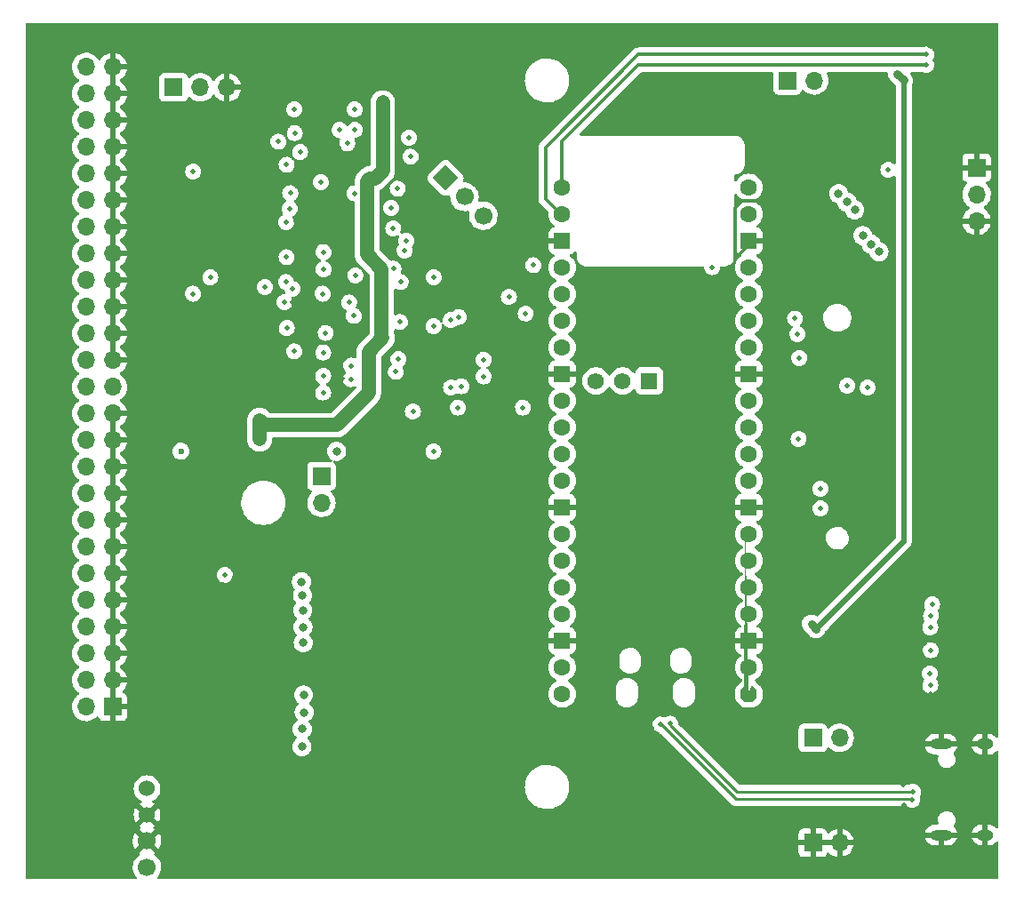
<source format=gbr>
%TF.GenerationSoftware,KiCad,Pcbnew,6.0.5-a6ca702e91~116~ubuntu21.10.1*%
%TF.CreationDate,2023-10-13T08:30:05-06:00*%
%TF.ProjectId,Desktop_50_Pin_TopConn,4465736b-746f-4705-9f35-305f50696e5f,rev?*%
%TF.SameCoordinates,Original*%
%TF.FileFunction,Copper,L3,Inr*%
%TF.FilePolarity,Positive*%
%FSLAX46Y46*%
G04 Gerber Fmt 4.6, Leading zero omitted, Abs format (unit mm)*
G04 Created by KiCad (PCBNEW 6.0.5-a6ca702e91~116~ubuntu21.10.1) date 2023-10-13 08:30:05*
%MOMM*%
%LPD*%
G01*
G04 APERTURE LIST*
G04 Aperture macros list*
%AMRoundRect*
0 Rectangle with rounded corners*
0 $1 Rounding radius*
0 $2 $3 $4 $5 $6 $7 $8 $9 X,Y pos of 4 corners*
0 Add a 4 corners polygon primitive as box body*
4,1,4,$2,$3,$4,$5,$6,$7,$8,$9,$2,$3,0*
0 Add four circle primitives for the rounded corners*
1,1,$1+$1,$2,$3*
1,1,$1+$1,$4,$5*
1,1,$1+$1,$6,$7*
1,1,$1+$1,$8,$9*
0 Add four rect primitives between the rounded corners*
20,1,$1+$1,$2,$3,$4,$5,0*
20,1,$1+$1,$4,$5,$6,$7,0*
20,1,$1+$1,$6,$7,$8,$9,0*
20,1,$1+$1,$8,$9,$2,$3,0*%
%AMHorizOval*
0 Thick line with rounded ends*
0 $1 width*
0 $2 $3 position (X,Y) of the first rounded end (center of the circle)*
0 $4 $5 position (X,Y) of the second rounded end (center of the circle)*
0 Add line between two ends*
20,1,$1,$2,$3,$4,$5,0*
0 Add two circle primitives to create the rounded ends*
1,1,$1,$2,$3*
1,1,$1,$4,$5*%
%AMRotRect*
0 Rectangle, with rotation*
0 The origin of the aperture is its center*
0 $1 length*
0 $2 width*
0 $3 Rotation angle, in degrees counterclockwise*
0 Add horizontal line*
21,1,$1,$2,0,0,$3*%
%AMFreePoly0*
4,1,57,0.281438,0.792513,0.314631,0.788760,0.324366,0.782642,0.335575,0.780064,0.361670,0.759195,0.389950,0.741421,0.741668,0.389704,0.759398,0.361385,0.780215,0.335261,0.782772,0.324050,0.788875,0.314303,0.792571,0.281098,0.800000,0.248529,0.800000,-0.248878,0.792513,-0.281438,0.788760,-0.314632,0.782641,-0.324367,0.780064,-0.335575,0.759196,-0.361669,0.741421,-0.389950,
0.389704,-0.741668,0.361385,-0.759398,0.335261,-0.780215,0.324050,-0.782772,0.314303,-0.788875,0.281098,-0.792571,0.248529,-0.800000,-0.248878,-0.800000,-0.281438,-0.792513,-0.314632,-0.788760,-0.324367,-0.782641,-0.335575,-0.780064,-0.361669,-0.759196,-0.389950,-0.741421,-0.741668,-0.389704,-0.759398,-0.361385,-0.780215,-0.335261,-0.782772,-0.324050,-0.788875,-0.314303,-0.792571,-0.281098,
-0.800000,-0.248529,-0.800000,0.248878,-0.792513,0.281438,-0.788760,0.314631,-0.782642,0.324366,-0.780064,0.335575,-0.759195,0.361670,-0.741421,0.389950,-0.389704,0.741668,-0.361385,0.759398,-0.335261,0.780215,-0.324050,0.782772,-0.314303,0.788875,-0.281098,0.792571,-0.248529,0.800000,0.248878,0.800000,0.281438,0.792513,0.281438,0.792513,$1*%
G04 Aperture macros list end*
%TA.AperFunction,ComponentPad*%
%ADD10C,1.700000*%
%TD*%
%TA.AperFunction,ComponentPad*%
%ADD11C,1.524000*%
%TD*%
%TA.AperFunction,ComponentPad*%
%ADD12R,1.700000X1.700000*%
%TD*%
%TA.AperFunction,ComponentPad*%
%ADD13O,1.700000X1.700000*%
%TD*%
%TA.AperFunction,ComponentPad*%
%ADD14O,2.100000X1.000000*%
%TD*%
%TA.AperFunction,ComponentPad*%
%ADD15O,1.600000X1.000000*%
%TD*%
%TA.AperFunction,ComponentPad*%
%ADD16RotRect,1.700000X1.700000X45.000000*%
%TD*%
%TA.AperFunction,ComponentPad*%
%ADD17HorizOval,1.700000X0.000000X0.000000X0.000000X0.000000X0*%
%TD*%
%TA.AperFunction,ComponentPad*%
%ADD18FreePoly0,180.000000*%
%TD*%
%TA.AperFunction,ComponentPad*%
%ADD19C,1.600000*%
%TD*%
%TA.AperFunction,ComponentPad*%
%ADD20RoundRect,0.200000X0.600000X0.600000X-0.600000X0.600000X-0.600000X-0.600000X0.600000X-0.600000X0*%
%TD*%
%TA.AperFunction,ComponentPad*%
%ADD21R,1.574800X1.574800*%
%TD*%
%TA.AperFunction,ComponentPad*%
%ADD22C,1.574800*%
%TD*%
%TA.AperFunction,ViaPad*%
%ADD23C,0.500000*%
%TD*%
%TA.AperFunction,ViaPad*%
%ADD24C,0.600000*%
%TD*%
%TA.AperFunction,ViaPad*%
%ADD25C,0.800000*%
%TD*%
%TA.AperFunction,Conductor*%
%ADD26C,0.330000*%
%TD*%
%TA.AperFunction,Conductor*%
%ADD27C,1.330000*%
%TD*%
%TA.AperFunction,Conductor*%
%ADD28C,0.750000*%
%TD*%
%TA.AperFunction,Conductor*%
%ADD29C,0.400000*%
%TD*%
%TA.AperFunction,Conductor*%
%ADD30C,0.500000*%
%TD*%
%TA.AperFunction,Conductor*%
%ADD31C,0.250000*%
%TD*%
G04 APERTURE END LIST*
D10*
%TO.N,Net-(D2-Pad2)*%
%TO.C,J3*%
X112062500Y-144765400D03*
%TO.N,GND*%
X112062500Y-142265400D03*
D11*
X112062500Y-139765400D03*
%TO.N,unconnected-(J3-Pad4)*%
X112062500Y-137265400D03*
%TD*%
D12*
%TO.N,unconnected-(J1-Pad1)*%
%TO.C,J1*%
X114604800Y-70459600D03*
D13*
%TO.N,TRM_ON_J*%
X117144800Y-70459600D03*
%TO.N,GND*%
X119684800Y-70459600D03*
%TD*%
D12*
%TO.N,GND*%
%TO.C,J2*%
X108813600Y-129484200D03*
D13*
%TO.N,DB0*%
X106273600Y-129484200D03*
%TO.N,GND*%
X108813600Y-126944200D03*
%TO.N,DB1*%
X106273600Y-126944200D03*
%TO.N,GND*%
X108813600Y-124404200D03*
%TO.N,DB2*%
X106273600Y-124404200D03*
%TO.N,GND*%
X108813600Y-121864200D03*
%TO.N,DB3*%
X106273600Y-121864200D03*
%TO.N,GND*%
X108813600Y-119324200D03*
%TO.N,DB4*%
X106273600Y-119324200D03*
%TO.N,GND*%
X108813600Y-116784200D03*
%TO.N,DB5*%
X106273600Y-116784200D03*
%TO.N,GND*%
X108813600Y-114244200D03*
%TO.N,DB6*%
X106273600Y-114244200D03*
%TO.N,GND*%
X108813600Y-111704200D03*
%TO.N,DB7*%
X106273600Y-111704200D03*
%TO.N,GND*%
X108813600Y-109164200D03*
%TO.N,DBP*%
X106273600Y-109164200D03*
%TO.N,GND*%
X108813600Y-106624200D03*
%TO.N,unconnected-(J2-Pad20)*%
X106273600Y-106624200D03*
%TO.N,GND*%
X108813600Y-104084200D03*
%TO.N,unconnected-(J2-Pad22)*%
X106273600Y-104084200D03*
%TO.N,GND*%
X108813600Y-101544200D03*
%TO.N,unconnected-(J2-Pad24)*%
X106273600Y-101544200D03*
%TO.N,unconnected-(J2-Pad25)*%
X108813600Y-99004200D03*
%TO.N,+5V*%
X106273600Y-99004200D03*
%TO.N,GND*%
X108813600Y-96464200D03*
%TO.N,unconnected-(J2-Pad28)*%
X106273600Y-96464200D03*
%TO.N,GND*%
X108813600Y-93924200D03*
%TO.N,unconnected-(J2-Pad30)*%
X106273600Y-93924200D03*
%TO.N,GND*%
X108813600Y-91384200D03*
%TO.N,ATN*%
X106273600Y-91384200D03*
%TO.N,GND*%
X108813600Y-88844200D03*
%TO.N,unconnected-(J2-Pad34)*%
X106273600Y-88844200D03*
%TO.N,GND*%
X108813600Y-86304200D03*
%TO.N,BSY*%
X106273600Y-86304200D03*
%TO.N,GND*%
X108813600Y-83764200D03*
%TO.N,ACK*%
X106273600Y-83764200D03*
%TO.N,GND*%
X108813600Y-81224200D03*
%TO.N,RST*%
X106273600Y-81224200D03*
%TO.N,GND*%
X108813600Y-78684200D03*
%TO.N,MSG*%
X106273600Y-78684200D03*
%TO.N,GND*%
X108813600Y-76144200D03*
%TO.N,SEL*%
X106273600Y-76144200D03*
%TO.N,GND*%
X108813600Y-73604200D03*
%TO.N,CD*%
X106273600Y-73604200D03*
%TO.N,GND*%
X108813600Y-71064200D03*
%TO.N,REQ*%
X106273600Y-71064200D03*
%TO.N,GND*%
X108813600Y-68524200D03*
%TO.N,IO*%
X106273600Y-68524200D03*
%TD*%
D12*
%TO.N,GND*%
%TO.C,J5*%
X191084200Y-78105000D03*
D13*
%TO.N,Net-(J5-Pad2)*%
X191084200Y-80645000D03*
%TO.N,GND*%
X191084200Y-83185000D03*
%TD*%
D12*
%TO.N,ACK*%
%TO.C,J11*%
X128676400Y-107492800D03*
D13*
%TO.N,ACKDr*%
X128676400Y-110032800D03*
%TD*%
D14*
%TO.N,GND*%
%TO.C,J4*%
X187700200Y-133043200D03*
D15*
X191880200Y-133043200D03*
X191880200Y-141683200D03*
D14*
X187700200Y-141683200D03*
%TD*%
D12*
%TO.N,GND*%
%TO.C,J9*%
X175488600Y-142435600D03*
D13*
X178028600Y-142435600D03*
%TD*%
D12*
%TO.N,Net-(C7-Pad1)*%
%TO.C,J8*%
X175488600Y-132435600D03*
D13*
%TO.N,+5VP*%
X178028600Y-132435600D03*
%TD*%
D12*
%TO.N,+5V*%
%TO.C,J7*%
X173075600Y-69799200D03*
D13*
%TO.N,Net-(F3-Pad2)*%
X175615600Y-69799200D03*
%TD*%
D16*
%TO.N,Net-(J10-Pad1)*%
%TO.C,J10*%
X140505355Y-79088155D03*
D17*
%TO.N,oCD_iSEL*%
X142301406Y-80884206D03*
%TO.N,Net-(J10-Pad3)*%
X144097457Y-82680257D03*
%TD*%
D18*
%TO.N,Net-(R42-Pad1)*%
%TO.C,RP1*%
X169382600Y-128256200D03*
D19*
%TO.N,Net-(R19-Pad1)*%
X169382600Y-125716200D03*
D20*
%TO.N,GND*%
X169382600Y-123176200D03*
D19*
%TO.N,Net-(R18-Pad1)*%
X169382600Y-120636200D03*
%TO.N,Net-(R17-Pad1)*%
X169382600Y-118096200D03*
%TO.N,Net-(R16-Pad1)*%
X169382600Y-115556200D03*
%TO.N,Net-(R15-Pad1)*%
X169382600Y-113016200D03*
D20*
%TO.N,GND*%
X169382600Y-110476200D03*
D19*
%TO.N,Net-(R14-Pad1)*%
X169382600Y-107936200D03*
%TO.N,Net-(R13-Pad1)*%
X169382600Y-105396200D03*
%TO.N,Net-(R12-Pad1)*%
X169382600Y-102856200D03*
%TO.N,DBPTr*%
X169382600Y-100316200D03*
D20*
%TO.N,GND*%
X169382600Y-97776200D03*
D19*
%TO.N,SD_CLK*%
X169382600Y-95236200D03*
%TO.N,SD_CMD_MOSI*%
X169382600Y-92696200D03*
%TO.N,SD_D0_MISO*%
X169382600Y-90156200D03*
%TO.N,SD_D1*%
X169382600Y-87616200D03*
D20*
%TO.N,GND*%
X169382600Y-85076200D03*
D19*
%TO.N,SD_D2*%
X169382600Y-82536200D03*
%TO.N,SD_D3_CS*%
X169382600Y-79996200D03*
%TO.N,SDA*%
X151602600Y-79996200D03*
%TO.N,SCL*%
X151602600Y-82536200D03*
D20*
%TO.N,GND*%
X151602600Y-85076200D03*
D19*
%TO.N,oCD_iSEL*%
X151602600Y-87616200D03*
%TO.N,oREQ*%
X151602600Y-90156200D03*
%TO.N,oMSG_iBSY*%
X151602600Y-92696200D03*
%TO.N,oSEL*%
X151602600Y-95236200D03*
D20*
%TO.N,GND*%
X151602600Y-97776200D03*
D19*
%TO.N,oIO*%
X151602600Y-100316200D03*
%TO.N,unconnected-(RP1-Pad30)*%
X151602600Y-102856200D03*
%TO.N,oACK*%
X151602600Y-105396200D03*
%TO.N,oBSY*%
X151602600Y-107936200D03*
D20*
%TO.N,GND*%
X151602600Y-110476200D03*
D19*
%TO.N,Net-(R61-Pad1)*%
X151602600Y-113016200D03*
%TO.N,unconnected-(RP1-Pad35)*%
X151602600Y-115556200D03*
%TO.N,+3V3*%
X151602600Y-118096200D03*
%TO.N,unconnected-(RP1-Pad37)*%
X151602600Y-120636200D03*
D20*
%TO.N,GND*%
X151602600Y-123176200D03*
D19*
%TO.N,unconnected-(RP1-Pad39)*%
X151602600Y-125716200D03*
%TO.N,+5VP*%
X151602600Y-128256200D03*
D21*
%TO.N,N/C*%
X159908400Y-98426200D03*
D22*
X157368400Y-98426200D03*
X154828400Y-98426200D03*
%TD*%
D23*
%TO.N,GND*%
X130302000Y-76225400D03*
D24*
X176504600Y-98679000D03*
D23*
X116255800Y-124409200D03*
X186664600Y-125222000D03*
X166116000Y-120548400D03*
X147980400Y-118262400D03*
D24*
X188569600Y-115570000D03*
D23*
X172491400Y-92608400D03*
X155270200Y-128727200D03*
X134035800Y-114401600D03*
X154736800Y-113487200D03*
X141605000Y-91287600D03*
X129489200Y-73914000D03*
D24*
X125018800Y-104140000D03*
X177774600Y-118465600D03*
D23*
X129768600Y-99999800D03*
X123291600Y-88341200D03*
X184124600Y-138861800D03*
X137617200Y-117119400D03*
X136093200Y-83108800D03*
X127939800Y-127254000D03*
X145999200Y-89382600D03*
X130624644Y-98178556D03*
X186715400Y-118719600D03*
X128854200Y-76911200D03*
X132816600Y-125984000D03*
X135788400Y-79044800D03*
D25*
X131597400Y-109169200D03*
D23*
X177571400Y-110515400D03*
X121742200Y-96393000D03*
X161442400Y-126771400D03*
D24*
X192430400Y-125196600D03*
X176860200Y-101396800D03*
D23*
X144297400Y-94208600D03*
X145084800Y-98247200D03*
D24*
X148107400Y-115112800D03*
D23*
X136855200Y-117398800D03*
X122047000Y-97967800D03*
X136017000Y-86868000D03*
D24*
X125437900Y-99885500D03*
D23*
X138734800Y-72974200D03*
D24*
X144602200Y-105003600D03*
D23*
X186105800Y-123469400D03*
D24*
X176911000Y-99999800D03*
D23*
X114300000Y-88925400D03*
X186715400Y-128295400D03*
X115443000Y-89306400D03*
X125907800Y-90881200D03*
X135864600Y-127711200D03*
X130073400Y-81838800D03*
D25*
X186690000Y-66344800D03*
D23*
X126796800Y-134467600D03*
X121081800Y-91414600D03*
X130175000Y-93700600D03*
X154889200Y-88569800D03*
X139319000Y-94310200D03*
X127609600Y-84759800D03*
X114427000Y-79146400D03*
X179501800Y-99542600D03*
X162890200Y-131140200D03*
X173964600Y-98653600D03*
X126238000Y-125704600D03*
X146583400Y-94792800D03*
X173024800Y-96189800D03*
X127812800Y-124155200D03*
X127591900Y-92219700D03*
X173964600Y-101244400D03*
X143129000Y-104419400D03*
X136474200Y-98729800D03*
X117445422Y-122305178D03*
X185623200Y-121234200D03*
D24*
X175590200Y-83820000D03*
D23*
X117983000Y-128955800D03*
X184099200Y-136880600D03*
X116179600Y-83108800D03*
X138430000Y-117119400D03*
D24*
X189230000Y-125196600D03*
D23*
X149555200Y-131267200D03*
X129895600Y-84074000D03*
X127889000Y-116992400D03*
X135026400Y-137515600D03*
X160147000Y-131470400D03*
X137083800Y-128193800D03*
X111988600Y-79044800D03*
X140081000Y-99796600D03*
X181559200Y-98399600D03*
X159435800Y-126771400D03*
X176352200Y-107442000D03*
X137744200Y-85648800D03*
X126492000Y-77698600D03*
X126228787Y-83194213D03*
X175310800Y-120370600D03*
X119735600Y-96215200D03*
D24*
X141706600Y-112242600D03*
D23*
X127381000Y-94081600D03*
X136652000Y-127660400D03*
X116205000Y-86715600D03*
X124790200Y-74472800D03*
X128860000Y-91612000D03*
X120675400Y-96240600D03*
%TO.N,+2V8*%
X134581900Y-72732900D03*
D24*
X122783600Y-103098600D03*
D23*
X133934200Y-86868000D03*
X134493000Y-94335600D03*
X134512600Y-71913200D03*
X133197600Y-86944200D03*
X133756400Y-79171800D03*
D24*
X122783600Y-102209600D03*
X122783600Y-103987600D03*
D23*
X132867400Y-79146400D03*
X133959600Y-94970600D03*
%TO.N,iATN*%
X141020800Y-99060000D03*
X140995400Y-92633800D03*
%TO.N,oREQ*%
X131127500Y-75806300D03*
X130388600Y-74513200D03*
%TO.N,oSEL*%
X136601200Y-86004400D03*
X139369800Y-88544400D03*
X139367800Y-93220000D03*
X135521700Y-83908900D03*
%TO.N,oBSY*%
X126644400Y-76606400D03*
X126098300Y-72555100D03*
X128841500Y-99529900D03*
X126136400Y-74803000D03*
X128841500Y-97955100D03*
X128848400Y-95713000D03*
X128612900Y-79489300D03*
X129082800Y-93853000D03*
X128874678Y-87781008D03*
X128866900Y-86144100D03*
X128778000Y-90119200D03*
%TO.N,SD_CLK*%
X186715400Y-124079000D03*
X174129700Y-103949500D03*
%TO.N,oCD_iSEL*%
X148844000Y-87401400D03*
X131813300Y-80556100D03*
X135305800Y-81940400D03*
%TO.N,ATN*%
X125160400Y-90919300D03*
%TO.N,BSY*%
X125376300Y-93370400D03*
X125350900Y-86639400D03*
X125909700Y-89636600D03*
D25*
%TO.N,DBP*%
X126771400Y-117551200D03*
D23*
%TO.N,ACK*%
X123291600Y-89484200D03*
X126085600Y-95605600D03*
%TO.N,RST*%
X116433600Y-90119200D03*
X125298200Y-89001600D03*
%TO.N,MSG*%
X125311850Y-83300250D03*
%TO.N,SEL*%
X125643000Y-82003900D03*
%TO.N,CD*%
X125704600Y-80543400D03*
%TO.N,REQ*%
X125361700Y-77836400D03*
%TO.N,IO*%
X124576497Y-75628797D03*
D25*
%TO.N,DB7*%
X126873000Y-118846600D03*
%TO.N,DB6*%
X126898400Y-120269000D03*
%TO.N,DB5*%
X126923800Y-121869200D03*
%TO.N,DB4*%
X126949200Y-123367800D03*
%TO.N,DB3*%
X126974600Y-128346200D03*
%TO.N,DB2*%
X127025400Y-129997200D03*
%TO.N,DB1*%
X126847600Y-131597400D03*
%TO.N,DB0*%
X126817800Y-133273200D03*
D23*
%TO.N,+3V3*%
X183705500Y-69354700D03*
X175806100Y-122059700D03*
X175323500Y-121577100D03*
X184137300Y-69786500D03*
D25*
%TO.N,+5VP*%
X181787800Y-86131400D03*
X180238400Y-84582000D03*
X181038500Y-85382100D03*
D23*
%TO.N,oMSG_iBSY*%
X148132800Y-91998800D03*
X135534400Y-87731600D03*
X131902200Y-88366600D03*
X146532600Y-90398600D03*
%TO.N,+5F*%
X139344400Y-105130600D03*
D25*
X130124200Y-105130600D03*
D24*
X115290600Y-105130600D03*
D23*
%TO.N,SD_CMD_MOSI*%
X174193200Y-96240600D03*
X186665600Y-121895600D03*
%TO.N,SD_D0_MISO*%
X176197330Y-108709530D03*
X186620600Y-126295600D03*
X178765200Y-98882200D03*
%TO.N,SD_D1*%
X176219741Y-110586141D03*
X186675400Y-127395600D03*
X180695600Y-99060000D03*
%TO.N,SD_D2*%
X173786800Y-92481400D03*
X186842400Y-119710200D03*
%TO.N,SD_D3_CS*%
X174020350Y-93975050D03*
X186740800Y-120802400D03*
%TO.N,iRST*%
X131749800Y-92227400D03*
X131310444Y-90949844D03*
%TO.N,iACK*%
X131470400Y-98247200D03*
X135763000Y-97562500D03*
%TO.N,SCL*%
X186285000Y-67334000D03*
%TO.N,TRM_ON_J*%
X119456200Y-116890800D03*
X118097300Y-88557100D03*
X116459000Y-78486000D03*
%TO.N,Net-(JP1-Pad1)*%
X182671100Y-78313900D03*
X147878800Y-100965000D03*
X141681200Y-100965000D03*
X165887400Y-87579200D03*
D25*
%TO.N,Net-(C7-Pad1)*%
X179473689Y-82120911D03*
X178739800Y-81381600D03*
X177936989Y-80584211D03*
D23*
%TO.N,iBSY*%
X144131181Y-96399235D03*
X144119600Y-97993200D03*
%TO.N,iMSG*%
X142011400Y-98933000D03*
X141757400Y-92329000D03*
%TO.N,SDA*%
X186275600Y-68334000D03*
%TO.N,!oBSY*%
X137160000Y-77063600D03*
X136144000Y-92811600D03*
X131852198Y-74515239D03*
X135940800Y-80111600D03*
X136012400Y-96363000D03*
X136758736Y-85069736D03*
X137020300Y-75247500D03*
X137388600Y-101320600D03*
X136220200Y-89001600D03*
X131830600Y-72563200D03*
%TO.N,USB_DM*%
X160985200Y-131165600D03*
X184962800Y-138353800D03*
%TO.N,USB_DP*%
X161925000Y-131089400D03*
X185040661Y-137562230D03*
%TO.N,ACKDr*%
X131521200Y-96977200D03*
%TD*%
D26*
%TO.N,GND*%
X168097200Y-86791800D02*
X168097200Y-81915000D01*
X169382600Y-85506400D02*
X168097200Y-86791800D01*
X168097200Y-81915000D02*
X168783000Y-81229200D01*
X170383200Y-81229200D02*
X170408600Y-81254600D01*
X169382600Y-85076200D02*
X169382600Y-85506400D01*
X168783000Y-81229200D02*
X170383200Y-81229200D01*
D27*
%TO.N,+2V8*%
X122783600Y-103987600D02*
X122783600Y-102158800D01*
X133019800Y-86385400D02*
X133019800Y-79400400D01*
X133172200Y-99593400D02*
X133172200Y-95656400D01*
X134512600Y-78415600D02*
X133756400Y-79171800D01*
X133019800Y-79400400D02*
X133299200Y-79121000D01*
X134512600Y-71913200D02*
X134512600Y-78415600D01*
X134493000Y-94335600D02*
X134419889Y-94262489D01*
X134419889Y-94262489D02*
X134419889Y-87785489D01*
X133299200Y-79121000D02*
X133705600Y-79121000D01*
X134419889Y-87785489D02*
X133019800Y-86385400D01*
X130124200Y-102641400D02*
X133172200Y-99593400D01*
X133705600Y-79121000D02*
X133756400Y-79171800D01*
X133172200Y-95656400D02*
X134493000Y-94335600D01*
X122783600Y-102158800D02*
X123266200Y-102641400D01*
X123266200Y-102641400D02*
X130124200Y-102641400D01*
D28*
%TO.N,+3V3*%
X175323500Y-121577100D02*
X175806100Y-122059700D01*
D29*
X184137300Y-113728500D02*
X175818800Y-122047000D01*
D30*
X175806100Y-122059700D02*
X184137300Y-113728500D01*
D28*
X184137300Y-69786500D02*
X183515000Y-69164200D01*
D30*
X184137300Y-113728500D02*
X184137300Y-69786500D01*
D26*
%TO.N,SCL*%
X150012400Y-81102200D02*
X151446400Y-82536200D01*
X158853000Y-67334000D02*
X150012400Y-76174600D01*
X150012400Y-76174600D02*
X150012400Y-81102200D01*
X151446400Y-82536200D02*
X151602600Y-82536200D01*
X186285000Y-67334000D02*
X158853000Y-67334000D01*
%TO.N,SDA*%
X186275600Y-68334000D02*
X158869000Y-68334000D01*
X151602600Y-75600400D02*
X151602600Y-79996200D01*
X158869000Y-68334000D02*
X151602600Y-75600400D01*
D31*
%TO.N,USB_DM*%
X184896289Y-138287289D02*
X184962800Y-138353800D01*
X168132289Y-138287289D02*
X184896289Y-138287289D01*
X161010600Y-131165600D02*
X168132289Y-138287289D01*
X160985200Y-131165600D02*
X161010600Y-131165600D01*
%TO.N,USB_DP*%
X161899600Y-131089400D02*
X161925000Y-131089400D01*
X168271148Y-137562230D02*
X185040661Y-137562230D01*
X161925000Y-131216082D02*
X168271148Y-137562230D01*
X185040661Y-137562230D02*
X184950602Y-137652289D01*
X161925000Y-131089400D02*
X161925000Y-131216082D01*
%TD*%
%TA.AperFunction,Conductor*%
%TO.N,GND*%
G36*
X193113621Y-64328502D02*
G01*
X193160114Y-64382158D01*
X193171500Y-64434500D01*
X193171500Y-132309591D01*
X193151498Y-132377712D01*
X193097842Y-132424205D01*
X193027568Y-132434309D01*
X192962988Y-132404815D01*
X192947303Y-132388543D01*
X192907732Y-132339327D01*
X192899154Y-132330568D01*
X192757161Y-132211422D01*
X192747041Y-132204492D01*
X192584615Y-132115198D01*
X192573342Y-132110366D01*
X192396662Y-132054320D01*
X192384668Y-132051770D01*
X192240439Y-132035593D01*
X192233415Y-132035200D01*
X192152315Y-132035200D01*
X192137076Y-132039675D01*
X192135871Y-132041065D01*
X192134200Y-132048748D01*
X192134200Y-134033085D01*
X192138675Y-134048324D01*
X192140065Y-134049529D01*
X192147748Y-134051200D01*
X192226857Y-134051200D01*
X192233005Y-134050899D01*
X192370803Y-134037388D01*
X192382838Y-134035005D01*
X192560276Y-133981433D01*
X192571616Y-133976759D01*
X192735277Y-133889740D01*
X192745494Y-133882951D01*
X192889133Y-133765803D01*
X192897837Y-133757159D01*
X192948415Y-133696020D01*
X193007249Y-133656282D01*
X193078227Y-133654659D01*
X193138814Y-133691668D01*
X193169775Y-133755558D01*
X193171500Y-133776335D01*
X193171500Y-140949591D01*
X193151498Y-141017712D01*
X193097842Y-141064205D01*
X193027568Y-141074309D01*
X192962988Y-141044815D01*
X192947303Y-141028543D01*
X192907732Y-140979327D01*
X192899154Y-140970568D01*
X192757161Y-140851422D01*
X192747041Y-140844492D01*
X192584615Y-140755198D01*
X192573342Y-140750366D01*
X192396662Y-140694320D01*
X192384668Y-140691770D01*
X192240439Y-140675593D01*
X192233415Y-140675200D01*
X192152315Y-140675200D01*
X192137076Y-140679675D01*
X192135871Y-140681065D01*
X192134200Y-140688748D01*
X192134200Y-142673085D01*
X192138675Y-142688324D01*
X192140065Y-142689529D01*
X192147748Y-142691200D01*
X192226857Y-142691200D01*
X192233005Y-142690899D01*
X192370803Y-142677388D01*
X192382838Y-142675005D01*
X192560276Y-142621433D01*
X192571616Y-142616759D01*
X192735277Y-142529740D01*
X192745494Y-142522951D01*
X192889133Y-142405803D01*
X192897837Y-142397159D01*
X192948415Y-142336020D01*
X193007249Y-142296282D01*
X193078227Y-142294659D01*
X193138814Y-142331668D01*
X193169775Y-142395558D01*
X193171500Y-142416335D01*
X193171500Y-145771153D01*
X193151498Y-145839274D01*
X193097842Y-145885767D01*
X193045510Y-145897153D01*
X140715559Y-145901500D01*
X113152045Y-145901500D01*
X113083924Y-145881498D01*
X113037431Y-145827842D01*
X113027327Y-145757568D01*
X113056821Y-145692988D01*
X113063106Y-145686249D01*
X113096930Y-145652544D01*
X113096940Y-145652532D01*
X113100596Y-145648889D01*
X113160094Y-145566089D01*
X113227935Y-145471677D01*
X113230953Y-145467477D01*
X113329930Y-145267211D01*
X113394870Y-145053469D01*
X113424029Y-144831990D01*
X113425656Y-144765400D01*
X113407352Y-144542761D01*
X113352931Y-144326102D01*
X113263854Y-144121240D01*
X113142514Y-143933677D01*
X112992170Y-143768451D01*
X112988119Y-143765252D01*
X112988115Y-143765248D01*
X112820914Y-143633200D01*
X112820910Y-143633198D01*
X112816859Y-143629998D01*
X112806684Y-143624381D01*
X112756712Y-143573952D01*
X112741937Y-143504509D01*
X112767051Y-143438103D01*
X112794405Y-143411493D01*
X112811747Y-143399123D01*
X112820148Y-143388423D01*
X112813160Y-143375270D01*
X112768159Y-143330269D01*
X174130601Y-143330269D01*
X174130971Y-143337090D01*
X174136495Y-143387952D01*
X174140121Y-143403204D01*
X174185276Y-143523654D01*
X174193814Y-143539249D01*
X174270315Y-143641324D01*
X174282876Y-143653885D01*
X174384951Y-143730386D01*
X174400546Y-143738924D01*
X174520994Y-143784078D01*
X174536249Y-143787705D01*
X174587114Y-143793231D01*
X174593928Y-143793600D01*
X175216485Y-143793600D01*
X175231724Y-143789125D01*
X175232929Y-143787735D01*
X175234600Y-143780052D01*
X175234600Y-143775484D01*
X175742600Y-143775484D01*
X175747075Y-143790723D01*
X175748465Y-143791928D01*
X175756148Y-143793599D01*
X176383269Y-143793599D01*
X176390090Y-143793229D01*
X176440952Y-143787705D01*
X176456204Y-143784079D01*
X176576654Y-143738924D01*
X176592249Y-143730386D01*
X176694324Y-143653885D01*
X176706885Y-143641324D01*
X176783386Y-143539249D01*
X176791925Y-143523652D01*
X176833025Y-143414018D01*
X176875666Y-143357253D01*
X176942228Y-143332553D01*
X177011577Y-143347760D01*
X177046245Y-143375750D01*
X177071819Y-143405274D01*
X177079180Y-143412483D01*
X177243034Y-143548516D01*
X177251481Y-143554431D01*
X177435356Y-143661879D01*
X177444642Y-143666329D01*
X177643601Y-143742303D01*
X177653499Y-143745179D01*
X177756850Y-143766206D01*
X177770899Y-143765010D01*
X177774600Y-143754665D01*
X177774600Y-143754117D01*
X178282600Y-143754117D01*
X178286664Y-143767959D01*
X178300078Y-143769993D01*
X178306784Y-143769134D01*
X178316862Y-143766992D01*
X178520855Y-143705791D01*
X178530442Y-143702033D01*
X178721695Y-143608339D01*
X178730545Y-143603064D01*
X178903928Y-143479392D01*
X178911800Y-143472739D01*
X179062652Y-143322412D01*
X179069330Y-143314565D01*
X179193603Y-143141620D01*
X179198913Y-143132783D01*
X179293270Y-142941867D01*
X179297069Y-142932272D01*
X179358977Y-142728510D01*
X179361155Y-142718437D01*
X179362586Y-142707562D01*
X179360375Y-142693378D01*
X179347217Y-142689600D01*
X178300715Y-142689600D01*
X178285476Y-142694075D01*
X178284271Y-142695465D01*
X178282600Y-142703148D01*
X178282600Y-143754117D01*
X177774600Y-143754117D01*
X177774600Y-142707715D01*
X177770125Y-142692476D01*
X177768735Y-142691271D01*
X177761052Y-142689600D01*
X175760715Y-142689600D01*
X175745476Y-142694075D01*
X175744271Y-142695465D01*
X175742600Y-142703148D01*
X175742600Y-143775484D01*
X175234600Y-143775484D01*
X175234600Y-142707715D01*
X175230125Y-142692476D01*
X175228735Y-142691271D01*
X175221052Y-142689600D01*
X174148716Y-142689600D01*
X174133477Y-142694075D01*
X174132272Y-142695465D01*
X174130601Y-142703148D01*
X174130601Y-143330269D01*
X112768159Y-143330269D01*
X112075312Y-142637422D01*
X112061368Y-142629808D01*
X112059535Y-142629939D01*
X112052920Y-142634190D01*
X111309237Y-143377873D01*
X111302477Y-143390253D01*
X111307758Y-143397307D01*
X111320688Y-143404863D01*
X111369412Y-143456501D01*
X111382483Y-143526284D01*
X111355752Y-143592056D01*
X111332771Y-143614411D01*
X111161600Y-143742930D01*
X111157465Y-143746035D01*
X111003129Y-143907538D01*
X110877243Y-144092080D01*
X110783188Y-144294705D01*
X110723489Y-144509970D01*
X110699751Y-144732095D01*
X110700048Y-144737248D01*
X110700048Y-144737251D01*
X110705511Y-144831990D01*
X110712610Y-144955115D01*
X110713747Y-144960161D01*
X110713748Y-144960167D01*
X110733619Y-145048339D01*
X110761722Y-145173039D01*
X110845766Y-145380016D01*
X110962487Y-145570488D01*
X110965865Y-145574388D01*
X110965866Y-145574389D01*
X111068613Y-145693003D01*
X111098095Y-145757588D01*
X111087980Y-145827860D01*
X111041479Y-145881509D01*
X110973375Y-145901500D01*
X100634500Y-145901500D01*
X100566379Y-145881498D01*
X100519886Y-145827842D01*
X100508500Y-145775500D01*
X100508500Y-142237263D01*
X110700550Y-142237263D01*
X110712809Y-142449877D01*
X110714245Y-142460097D01*
X110761065Y-142667846D01*
X110764145Y-142677675D01*
X110844270Y-142875003D01*
X110848913Y-142884194D01*
X110928960Y-143014820D01*
X110939416Y-143024280D01*
X110948194Y-143020496D01*
X111690478Y-142278212D01*
X111696856Y-142266532D01*
X112426908Y-142266532D01*
X112427039Y-142268365D01*
X112431290Y-142274980D01*
X113172974Y-143016664D01*
X113184984Y-143023223D01*
X113196723Y-143014255D01*
X113227504Y-142971419D01*
X113232815Y-142962580D01*
X113327170Y-142771667D01*
X113330969Y-142762072D01*
X113392876Y-142558315D01*
X113395055Y-142548234D01*
X113423090Y-142335287D01*
X113423609Y-142328612D01*
X113425072Y-142268764D01*
X113424878Y-142262046D01*
X113416775Y-142163485D01*
X174130600Y-142163485D01*
X174135075Y-142178724D01*
X174136465Y-142179929D01*
X174144148Y-142181600D01*
X175216485Y-142181600D01*
X175231724Y-142177125D01*
X175232929Y-142175735D01*
X175234600Y-142168052D01*
X175234600Y-142163485D01*
X175742600Y-142163485D01*
X175747075Y-142178724D01*
X175748465Y-142179929D01*
X175756148Y-142181600D01*
X177756485Y-142181600D01*
X177771724Y-142177125D01*
X177772929Y-142175735D01*
X177774600Y-142168052D01*
X177774600Y-142163485D01*
X178282600Y-142163485D01*
X178287075Y-142178724D01*
X178288465Y-142179929D01*
X178296148Y-142181600D01*
X179346944Y-142181600D01*
X179360475Y-142177627D01*
X179361780Y-142168547D01*
X179319814Y-142001475D01*
X179316494Y-141991724D01*
X179297903Y-141948968D01*
X186177625Y-141948968D01*
X186209338Y-142056721D01*
X186213931Y-142068089D01*
X186299807Y-142232354D01*
X186306521Y-142242615D01*
X186422668Y-142387073D01*
X186431246Y-142395832D01*
X186573239Y-142514978D01*
X186583359Y-142521908D01*
X186745785Y-142611202D01*
X186757058Y-142616034D01*
X186933738Y-142672080D01*
X186945732Y-142674630D01*
X187089961Y-142690807D01*
X187096985Y-142691200D01*
X187428085Y-142691200D01*
X187443324Y-142686725D01*
X187444529Y-142685335D01*
X187446200Y-142677652D01*
X187446200Y-142673085D01*
X187954200Y-142673085D01*
X187958675Y-142688324D01*
X187960065Y-142689529D01*
X187967748Y-142691200D01*
X188296857Y-142691200D01*
X188303005Y-142690899D01*
X188440803Y-142677388D01*
X188452838Y-142675005D01*
X188630276Y-142621433D01*
X188641616Y-142616759D01*
X188805277Y-142529740D01*
X188815494Y-142522951D01*
X188959133Y-142405803D01*
X188967837Y-142397159D01*
X189085984Y-142254344D01*
X189092844Y-142244173D01*
X189181004Y-142081124D01*
X189185756Y-142069819D01*
X189221450Y-141954508D01*
X189221531Y-141948968D01*
X190607625Y-141948968D01*
X190639338Y-142056721D01*
X190643931Y-142068089D01*
X190729807Y-142232354D01*
X190736521Y-142242615D01*
X190852668Y-142387073D01*
X190861246Y-142395832D01*
X191003239Y-142514978D01*
X191013359Y-142521908D01*
X191175785Y-142611202D01*
X191187058Y-142616034D01*
X191363738Y-142672080D01*
X191375732Y-142674630D01*
X191519961Y-142690807D01*
X191526985Y-142691200D01*
X191608085Y-142691200D01*
X191623324Y-142686725D01*
X191624529Y-142685335D01*
X191626200Y-142677652D01*
X191626200Y-141955315D01*
X191621725Y-141940076D01*
X191620335Y-141938871D01*
X191612652Y-141937200D01*
X190622276Y-141937200D01*
X190608745Y-141941173D01*
X190607625Y-141948968D01*
X189221531Y-141948968D01*
X189221656Y-141940405D01*
X189214901Y-141937200D01*
X187972315Y-141937200D01*
X187957076Y-141941675D01*
X187955871Y-141943065D01*
X187954200Y-141950748D01*
X187954200Y-142673085D01*
X187446200Y-142673085D01*
X187446200Y-141955315D01*
X187441725Y-141940076D01*
X187440335Y-141938871D01*
X187432652Y-141937200D01*
X186192276Y-141937200D01*
X186178745Y-141941173D01*
X186177625Y-141948968D01*
X179297903Y-141948968D01*
X179231572Y-141796414D01*
X179226705Y-141787339D01*
X179111026Y-141608526D01*
X179104736Y-141600357D01*
X178961406Y-141442840D01*
X178953873Y-141435815D01*
X178941439Y-141425995D01*
X186178744Y-141425995D01*
X186185499Y-141429200D01*
X189208124Y-141429200D01*
X189219039Y-141425995D01*
X190608744Y-141425995D01*
X190615499Y-141429200D01*
X191608085Y-141429200D01*
X191623324Y-141424725D01*
X191624529Y-141423335D01*
X191626200Y-141415652D01*
X191626200Y-140693315D01*
X191621725Y-140678076D01*
X191620335Y-140676871D01*
X191612652Y-140675200D01*
X191533543Y-140675200D01*
X191527395Y-140675501D01*
X191389597Y-140689012D01*
X191377562Y-140691395D01*
X191200124Y-140744967D01*
X191188784Y-140749641D01*
X191025123Y-140836660D01*
X191014906Y-140843449D01*
X190871267Y-140960597D01*
X190862563Y-140969241D01*
X190744416Y-141112056D01*
X190737556Y-141122227D01*
X190649396Y-141285276D01*
X190644644Y-141296581D01*
X190608950Y-141411892D01*
X190608744Y-141425995D01*
X189219039Y-141425995D01*
X189221655Y-141425227D01*
X189222775Y-141417432D01*
X189191062Y-141309679D01*
X189186469Y-141298311D01*
X189100593Y-141134046D01*
X189093879Y-141123785D01*
X188977732Y-140979327D01*
X188969155Y-140970568D01*
X188917090Y-140926881D01*
X188877764Y-140867772D01*
X188876637Y-140796784D01*
X188893869Y-140759536D01*
X188966642Y-140652455D01*
X188970477Y-140646812D01*
X189037730Y-140478666D01*
X189038844Y-140471938D01*
X189038845Y-140471934D01*
X189066193Y-140306739D01*
X189066193Y-140306736D01*
X189067308Y-140300002D01*
X189062403Y-140206398D01*
X189058187Y-140125966D01*
X189057830Y-140119153D01*
X189034504Y-140034466D01*
X189011552Y-139951141D01*
X189009739Y-139944559D01*
X188925278Y-139784364D01*
X188920873Y-139779151D01*
X188920870Y-139779147D01*
X188812794Y-139651257D01*
X188812790Y-139651253D01*
X188808387Y-139646043D01*
X188802962Y-139641895D01*
X188669943Y-139540194D01*
X188669939Y-139540191D01*
X188664522Y-139536050D01*
X188559386Y-139487025D01*
X188506569Y-139462395D01*
X188506566Y-139462394D01*
X188500392Y-139459515D01*
X188493744Y-139458029D01*
X188493741Y-139458028D01*
X188328694Y-139421136D01*
X188328695Y-139421136D01*
X188323657Y-139420010D01*
X188318112Y-139419700D01*
X188184956Y-139419700D01*
X188050163Y-139434343D01*
X187966809Y-139462395D01*
X187884996Y-139489928D01*
X187884994Y-139489929D01*
X187878525Y-139492106D01*
X187723295Y-139585377D01*
X187718338Y-139590065D01*
X187718335Y-139590067D01*
X187663529Y-139641895D01*
X187591715Y-139709807D01*
X187587883Y-139715445D01*
X187587880Y-139715449D01*
X187536940Y-139790405D01*
X187489923Y-139859588D01*
X187422670Y-140027734D01*
X187421556Y-140034462D01*
X187421555Y-140034466D01*
X187405046Y-140134190D01*
X187393092Y-140206398D01*
X187393449Y-140213215D01*
X187393449Y-140213219D01*
X187398351Y-140306739D01*
X187402570Y-140387247D01*
X187429497Y-140485003D01*
X187437963Y-140515740D01*
X187436769Y-140586726D01*
X187397386Y-140645799D01*
X187332319Y-140674201D01*
X187316487Y-140675200D01*
X187103543Y-140675200D01*
X187097395Y-140675501D01*
X186959597Y-140689012D01*
X186947562Y-140691395D01*
X186770124Y-140744967D01*
X186758784Y-140749641D01*
X186595123Y-140836660D01*
X186584906Y-140843449D01*
X186441267Y-140960597D01*
X186432563Y-140969241D01*
X186314416Y-141112056D01*
X186307556Y-141122227D01*
X186219396Y-141285276D01*
X186214644Y-141296581D01*
X186178950Y-141411892D01*
X186178744Y-141425995D01*
X178941439Y-141425995D01*
X178786739Y-141303822D01*
X178778152Y-141298117D01*
X178591717Y-141195199D01*
X178582305Y-141190969D01*
X178381559Y-141119880D01*
X178371588Y-141117246D01*
X178300437Y-141104572D01*
X178287140Y-141106032D01*
X178282600Y-141120589D01*
X178282600Y-142163485D01*
X177774600Y-142163485D01*
X177774600Y-141118702D01*
X177770682Y-141105358D01*
X177756406Y-141103371D01*
X177717924Y-141109260D01*
X177707888Y-141111651D01*
X177505468Y-141177812D01*
X177495959Y-141181809D01*
X177307063Y-141280142D01*
X177298338Y-141285636D01*
X177128033Y-141413505D01*
X177120326Y-141420348D01*
X177042694Y-141501585D01*
X176981170Y-141537015D01*
X176910257Y-141533558D01*
X176852471Y-141492312D01*
X176833618Y-141458764D01*
X176791924Y-141347546D01*
X176783386Y-141331951D01*
X176706885Y-141229876D01*
X176694324Y-141217315D01*
X176592249Y-141140814D01*
X176576654Y-141132276D01*
X176456206Y-141087122D01*
X176440951Y-141083495D01*
X176390086Y-141077969D01*
X176383272Y-141077600D01*
X175760715Y-141077600D01*
X175745476Y-141082075D01*
X175744271Y-141083465D01*
X175742600Y-141091148D01*
X175742600Y-142163485D01*
X175234600Y-142163485D01*
X175234600Y-141095716D01*
X175230125Y-141080477D01*
X175228735Y-141079272D01*
X175221052Y-141077601D01*
X174593931Y-141077601D01*
X174587110Y-141077971D01*
X174536248Y-141083495D01*
X174520996Y-141087121D01*
X174400546Y-141132276D01*
X174384951Y-141140814D01*
X174282876Y-141217315D01*
X174270315Y-141229876D01*
X174193814Y-141331951D01*
X174185276Y-141347546D01*
X174140122Y-141467994D01*
X174136495Y-141483249D01*
X174130969Y-141534114D01*
X174130600Y-141540928D01*
X174130600Y-142163485D01*
X113416775Y-142163485D01*
X113407281Y-142048004D01*
X113405596Y-142037824D01*
X113353714Y-141831275D01*
X113350394Y-141821524D01*
X113265472Y-141626214D01*
X113260605Y-141617139D01*
X113195563Y-141516597D01*
X113184877Y-141507395D01*
X113175312Y-141511798D01*
X112434522Y-142252588D01*
X112426908Y-142266532D01*
X111696856Y-142266532D01*
X111698092Y-142264268D01*
X111697961Y-142262435D01*
X111693710Y-142255820D01*
X110952349Y-141514459D01*
X110940813Y-141508159D01*
X110928531Y-141517782D01*
X110880589Y-141588062D01*
X110875504Y-141597013D01*
X110785838Y-141790183D01*
X110782275Y-141799870D01*
X110725364Y-142005081D01*
X110723433Y-142015200D01*
X110700802Y-142226974D01*
X110700550Y-142237263D01*
X100508500Y-142237263D01*
X100508500Y-141141827D01*
X111303723Y-141141827D01*
X111310468Y-141154158D01*
X112049688Y-141893378D01*
X112063632Y-141900992D01*
X112065465Y-141900861D01*
X112072080Y-141896610D01*
X112815889Y-141152801D01*
X112822910Y-141139944D01*
X112816111Y-141130613D01*
X112812054Y-141127918D01*
X112719826Y-141077005D01*
X112669856Y-141026573D01*
X112655084Y-140957130D01*
X112680201Y-140890724D01*
X112708450Y-140863483D01*
X112748266Y-140835604D01*
X112756639Y-140825129D01*
X112749571Y-140811681D01*
X112075312Y-140137422D01*
X112061368Y-140129808D01*
X112059535Y-140129939D01*
X112052920Y-140134190D01*
X111374707Y-140812403D01*
X111368277Y-140824177D01*
X111377572Y-140836191D01*
X111416114Y-140863178D01*
X111460443Y-140918635D01*
X111467752Y-140989255D01*
X111435722Y-141052615D01*
X111402025Y-141078155D01*
X111340962Y-141109943D01*
X111332234Y-141115439D01*
X111312177Y-141130499D01*
X111303723Y-141141827D01*
X100508500Y-141141827D01*
X100508500Y-139770875D01*
X110788128Y-139770875D01*
X110806538Y-139981296D01*
X110808441Y-139992091D01*
X110863109Y-140196115D01*
X110866855Y-140206407D01*
X110956123Y-140397841D01*
X110961603Y-140407332D01*
X110992294Y-140451165D01*
X111002771Y-140459540D01*
X111016218Y-140452472D01*
X111690478Y-139778212D01*
X111696856Y-139766532D01*
X112426908Y-139766532D01*
X112427039Y-139768365D01*
X112431290Y-139774980D01*
X113109503Y-140453193D01*
X113121277Y-140459623D01*
X113133293Y-140450326D01*
X113163397Y-140407332D01*
X113168877Y-140397841D01*
X113258145Y-140206407D01*
X113261891Y-140196115D01*
X113316559Y-139992091D01*
X113318462Y-139981296D01*
X113336872Y-139770875D01*
X113336872Y-139759925D01*
X113318462Y-139549504D01*
X113316559Y-139538709D01*
X113261891Y-139334685D01*
X113258145Y-139324393D01*
X113168877Y-139132959D01*
X113163397Y-139123468D01*
X113132706Y-139079635D01*
X113122229Y-139071260D01*
X113108782Y-139078328D01*
X112434522Y-139752588D01*
X112426908Y-139766532D01*
X111696856Y-139766532D01*
X111698092Y-139764268D01*
X111697961Y-139762435D01*
X111693710Y-139755820D01*
X111015497Y-139077607D01*
X111003723Y-139071177D01*
X110991707Y-139080474D01*
X110961603Y-139123468D01*
X110956123Y-139132959D01*
X110866855Y-139324393D01*
X110863109Y-139334685D01*
X110808441Y-139538709D01*
X110806538Y-139549504D01*
X110788128Y-139759925D01*
X110788128Y-139770875D01*
X100508500Y-139770875D01*
X100508500Y-137265400D01*
X110787147Y-137265400D01*
X110806522Y-137486863D01*
X110864060Y-137701596D01*
X110866382Y-137706577D01*
X110866383Y-137706578D01*
X110955686Y-137898089D01*
X110955689Y-137898094D01*
X110958012Y-137903076D01*
X110961168Y-137907583D01*
X110961169Y-137907585D01*
X111076548Y-138072363D01*
X111085523Y-138085181D01*
X111242719Y-138242377D01*
X111247227Y-138245534D01*
X111247230Y-138245536D01*
X111322995Y-138298587D01*
X111424823Y-138369888D01*
X111492575Y-138401481D01*
X111545860Y-138448398D01*
X111565321Y-138516675D01*
X111544779Y-138584635D01*
X111492575Y-138629871D01*
X111430059Y-138659023D01*
X111420568Y-138664503D01*
X111376735Y-138695194D01*
X111368360Y-138705671D01*
X111375428Y-138719118D01*
X112049688Y-139393378D01*
X112063632Y-139400992D01*
X112065465Y-139400861D01*
X112072080Y-139396610D01*
X112750293Y-138718397D01*
X112756723Y-138706623D01*
X112747426Y-138694607D01*
X112704431Y-138664502D01*
X112694945Y-138659024D01*
X112632426Y-138629871D01*
X112579141Y-138582953D01*
X112559680Y-138514676D01*
X112580222Y-138446716D01*
X112632426Y-138401481D01*
X112695190Y-138372214D01*
X112695195Y-138372211D01*
X112700177Y-138369888D01*
X112802005Y-138298587D01*
X112877770Y-138245536D01*
X112877773Y-138245534D01*
X112882281Y-138242377D01*
X113039477Y-138085181D01*
X113048453Y-138072363D01*
X113163831Y-137907585D01*
X113163832Y-137907583D01*
X113166988Y-137903076D01*
X113169311Y-137898094D01*
X113169314Y-137898089D01*
X113258617Y-137706578D01*
X113258618Y-137706577D01*
X113260940Y-137701596D01*
X113318478Y-137486863D01*
X113337853Y-137265400D01*
X113335797Y-137241903D01*
X148055543Y-137241903D01*
X148056102Y-137246147D01*
X148056102Y-137246151D01*
X148058450Y-137263984D01*
X148093068Y-137526934D01*
X148094201Y-137531074D01*
X148094201Y-137531076D01*
X148102724Y-137562230D01*
X148168929Y-137804236D01*
X148170613Y-137808184D01*
X148254833Y-138005633D01*
X148281723Y-138068676D01*
X148295682Y-138091999D01*
X148387572Y-138245536D01*
X148429361Y-138315361D01*
X148609113Y-138539728D01*
X148626197Y-138555940D01*
X148787039Y-138708573D01*
X148817651Y-138737623D01*
X149051117Y-138905386D01*
X149054912Y-138907395D01*
X149054913Y-138907396D01*
X149076484Y-138918817D01*
X149305192Y-139039912D01*
X149410169Y-139078328D01*
X149533520Y-139123468D01*
X149575173Y-139138711D01*
X149856064Y-139199955D01*
X149884641Y-139202204D01*
X150079082Y-139217507D01*
X150079091Y-139217507D01*
X150081539Y-139217700D01*
X150237071Y-139217700D01*
X150239207Y-139217554D01*
X150239218Y-139217554D01*
X150447348Y-139203365D01*
X150447354Y-139203364D01*
X150451625Y-139203073D01*
X150455820Y-139202204D01*
X150455822Y-139202204D01*
X150592383Y-139173924D01*
X150733142Y-139144774D01*
X151004143Y-139048807D01*
X151259612Y-138916950D01*
X151263113Y-138914489D01*
X151263117Y-138914487D01*
X151415066Y-138807695D01*
X151494823Y-138751641D01*
X151573203Y-138678806D01*
X151702279Y-138558861D01*
X151702281Y-138558858D01*
X151705422Y-138555940D01*
X151887513Y-138333468D01*
X152037727Y-138088342D01*
X152153283Y-137825098D01*
X152232044Y-137548606D01*
X152272551Y-137263984D01*
X152272645Y-137246151D01*
X152274035Y-136980783D01*
X152274035Y-136980776D01*
X152274057Y-136976497D01*
X152272855Y-136967362D01*
X152255365Y-136834514D01*
X152236532Y-136691466D01*
X152160671Y-136414164D01*
X152047877Y-136149724D01*
X151900239Y-135903039D01*
X151720487Y-135678672D01*
X151511949Y-135480777D01*
X151278483Y-135313014D01*
X151265973Y-135306390D01*
X151194169Y-135268372D01*
X151024408Y-135178488D01*
X150889418Y-135129089D01*
X150758458Y-135081164D01*
X150758456Y-135081163D01*
X150754427Y-135079689D01*
X150473536Y-135018445D01*
X150442485Y-135016001D01*
X150250518Y-135000893D01*
X150250509Y-135000893D01*
X150248061Y-135000700D01*
X150092529Y-135000700D01*
X150090393Y-135000846D01*
X150090382Y-135000846D01*
X149882252Y-135015035D01*
X149882246Y-135015036D01*
X149877975Y-135015327D01*
X149873780Y-135016196D01*
X149873778Y-135016196D01*
X149849219Y-135021282D01*
X149596458Y-135073626D01*
X149325457Y-135169593D01*
X149321648Y-135171559D01*
X149092405Y-135289880D01*
X149069988Y-135301450D01*
X149066487Y-135303911D01*
X149066483Y-135303913D01*
X149064561Y-135305264D01*
X148834777Y-135466759D01*
X148624178Y-135662460D01*
X148442087Y-135884932D01*
X148291873Y-136130058D01*
X148176317Y-136393302D01*
X148097556Y-136669794D01*
X148094472Y-136691466D01*
X148063364Y-136910047D01*
X148057049Y-136954416D01*
X148057027Y-136958705D01*
X148057026Y-136958712D01*
X148055565Y-137237617D01*
X148055543Y-137241903D01*
X113335797Y-137241903D01*
X113318478Y-137043937D01*
X113260940Y-136829204D01*
X113257330Y-136821463D01*
X113169314Y-136632711D01*
X113169311Y-136632706D01*
X113166988Y-136627724D01*
X113039477Y-136445619D01*
X112882281Y-136288423D01*
X112877773Y-136285266D01*
X112877770Y-136285264D01*
X112802005Y-136232213D01*
X112700177Y-136160912D01*
X112695195Y-136158589D01*
X112695190Y-136158586D01*
X112503678Y-136069283D01*
X112503677Y-136069282D01*
X112498696Y-136066960D01*
X112493388Y-136065538D01*
X112493386Y-136065537D01*
X112427551Y-136047897D01*
X112283963Y-136009422D01*
X112062500Y-135990047D01*
X111841037Y-136009422D01*
X111697449Y-136047897D01*
X111631614Y-136065537D01*
X111631612Y-136065538D01*
X111626304Y-136066960D01*
X111621323Y-136069282D01*
X111621322Y-136069283D01*
X111429811Y-136158586D01*
X111429806Y-136158589D01*
X111424824Y-136160912D01*
X111420317Y-136164068D01*
X111420315Y-136164069D01*
X111247230Y-136285264D01*
X111247227Y-136285266D01*
X111242719Y-136288423D01*
X111085523Y-136445619D01*
X110958012Y-136627724D01*
X110955689Y-136632706D01*
X110955686Y-136632711D01*
X110867670Y-136821463D01*
X110864060Y-136829204D01*
X110806522Y-137043937D01*
X110787147Y-137265400D01*
X100508500Y-137265400D01*
X100508500Y-133273200D01*
X125904296Y-133273200D01*
X125904986Y-133279765D01*
X125918973Y-133412840D01*
X125924258Y-133463128D01*
X125983273Y-133644756D01*
X125986576Y-133650478D01*
X125986577Y-133650479D01*
X125993420Y-133662331D01*
X126078760Y-133810144D01*
X126083178Y-133815051D01*
X126083179Y-133815052D01*
X126150428Y-133889740D01*
X126206547Y-133952066D01*
X126305643Y-134024064D01*
X126342993Y-134051200D01*
X126361048Y-134064318D01*
X126367076Y-134067002D01*
X126367078Y-134067003D01*
X126529481Y-134139309D01*
X126535512Y-134141994D01*
X126628912Y-134161847D01*
X126715856Y-134180328D01*
X126715861Y-134180328D01*
X126722313Y-134181700D01*
X126913287Y-134181700D01*
X126919739Y-134180328D01*
X126919744Y-134180328D01*
X127006688Y-134161847D01*
X127100088Y-134141994D01*
X127106119Y-134139309D01*
X127268522Y-134067003D01*
X127268524Y-134067002D01*
X127274552Y-134064318D01*
X127292608Y-134051200D01*
X127329957Y-134024064D01*
X127429053Y-133952066D01*
X127485172Y-133889740D01*
X127552421Y-133815052D01*
X127552422Y-133815051D01*
X127556840Y-133810144D01*
X127642180Y-133662331D01*
X127649023Y-133650479D01*
X127649024Y-133650478D01*
X127652327Y-133644756D01*
X127711342Y-133463128D01*
X127716628Y-133412840D01*
X127730614Y-133279765D01*
X127731304Y-133273200D01*
X127711342Y-133083272D01*
X127652327Y-132901644D01*
X127556840Y-132736256D01*
X127485101Y-132656581D01*
X127433475Y-132599245D01*
X127433474Y-132599244D01*
X127429053Y-132594334D01*
X127365365Y-132548061D01*
X127322011Y-132491840D01*
X127315936Y-132421104D01*
X127349067Y-132358312D01*
X127365364Y-132344190D01*
X127395165Y-132322538D01*
X127458853Y-132276266D01*
X127524418Y-132203449D01*
X127582221Y-132139252D01*
X127582222Y-132139251D01*
X127586640Y-132134344D01*
X127682127Y-131968956D01*
X127741142Y-131787328D01*
X127761104Y-131597400D01*
X127746436Y-131457843D01*
X127741832Y-131414035D01*
X127741832Y-131414033D01*
X127741142Y-131407472D01*
X127682127Y-131225844D01*
X127641192Y-131154943D01*
X160221975Y-131154943D01*
X160238581Y-131324299D01*
X160292294Y-131485767D01*
X160295941Y-131491789D01*
X160295942Y-131491791D01*
X160361511Y-131600057D01*
X160380446Y-131631323D01*
X160498655Y-131753732D01*
X160641046Y-131846910D01*
X160647650Y-131849366D01*
X160647652Y-131849367D01*
X160793931Y-131903768D01*
X160793933Y-131903769D01*
X160800541Y-131906226D01*
X160816768Y-131908391D01*
X160821487Y-131909021D01*
X160886363Y-131937858D01*
X160893915Y-131944819D01*
X167628632Y-138679536D01*
X167636176Y-138687826D01*
X167640289Y-138694307D01*
X167646066Y-138699732D01*
X167689956Y-138740947D01*
X167692798Y-138743702D01*
X167712519Y-138763423D01*
X167715714Y-138765901D01*
X167724736Y-138773607D01*
X167756968Y-138803875D01*
X167763917Y-138807695D01*
X167774721Y-138813635D01*
X167791245Y-138824488D01*
X167807248Y-138836902D01*
X167847832Y-138854465D01*
X167858462Y-138859672D01*
X167897229Y-138880984D01*
X167904906Y-138882955D01*
X167904911Y-138882957D01*
X167916847Y-138886021D01*
X167935555Y-138892426D01*
X167954144Y-138900470D01*
X167961972Y-138901710D01*
X167961979Y-138901712D01*
X167997813Y-138907388D01*
X168009433Y-138909794D01*
X168044578Y-138918817D01*
X168052259Y-138920789D01*
X168072513Y-138920789D01*
X168092223Y-138922340D01*
X168112232Y-138925509D01*
X168120124Y-138924763D01*
X168156250Y-138921348D01*
X168168108Y-138920789D01*
X184406567Y-138920789D01*
X184474688Y-138940791D01*
X184476253Y-138941935D01*
X184476255Y-138941932D01*
X184499184Y-138956936D01*
X184618646Y-139035110D01*
X184625250Y-139037566D01*
X184625252Y-139037567D01*
X184661644Y-139051101D01*
X184778141Y-139094426D01*
X184946815Y-139116932D01*
X184953826Y-139116294D01*
X184953830Y-139116294D01*
X185109262Y-139102148D01*
X185116283Y-139101509D01*
X185122985Y-139099331D01*
X185122987Y-139099331D01*
X185271423Y-139051101D01*
X185271426Y-139051100D01*
X185278122Y-139048924D01*
X185424290Y-138961790D01*
X185429384Y-138956939D01*
X185429388Y-138956936D01*
X185531517Y-138859679D01*
X185547521Y-138844439D01*
X185560777Y-138824488D01*
X185603210Y-138760621D01*
X185641691Y-138702702D01*
X185702119Y-138543625D01*
X185725801Y-138375113D01*
X185726099Y-138353800D01*
X185707131Y-138184692D01*
X185669469Y-138076542D01*
X185665955Y-138005633D01*
X185683512Y-137965378D01*
X185715651Y-137917005D01*
X185715655Y-137916998D01*
X185719552Y-137911132D01*
X185758659Y-137808184D01*
X185777477Y-137758644D01*
X185779980Y-137752055D01*
X185803662Y-137583543D01*
X185803960Y-137562230D01*
X185784992Y-137393122D01*
X185729029Y-137232419D01*
X185638853Y-137088109D01*
X185600430Y-137049416D01*
X185580925Y-137029775D01*
X185518947Y-136967362D01*
X185498548Y-136954416D01*
X185428633Y-136910047D01*
X185375269Y-136876181D01*
X185214961Y-136819098D01*
X185045990Y-136798950D01*
X185038987Y-136799686D01*
X185038986Y-136799686D01*
X184883762Y-136816000D01*
X184883758Y-136816001D01*
X184876754Y-136816737D01*
X184715664Y-136871576D01*
X184653129Y-136910048D01*
X184587109Y-136928730D01*
X168585742Y-136928730D01*
X168517621Y-136908728D01*
X168496647Y-136891825D01*
X165609187Y-134004364D01*
X164938557Y-133333734D01*
X174130100Y-133333734D01*
X174136855Y-133395916D01*
X174187985Y-133532305D01*
X174275339Y-133648861D01*
X174391895Y-133736215D01*
X174528284Y-133787345D01*
X174590466Y-133794100D01*
X176386734Y-133794100D01*
X176448916Y-133787345D01*
X176585305Y-133736215D01*
X176701861Y-133648861D01*
X176789215Y-133532305D01*
X176812795Y-133469406D01*
X176833198Y-133414982D01*
X176875840Y-133358218D01*
X176942402Y-133333518D01*
X177011750Y-133348726D01*
X177046417Y-133376714D01*
X177074850Y-133409538D01*
X177246726Y-133552232D01*
X177439600Y-133664938D01*
X177648292Y-133744630D01*
X177653360Y-133745661D01*
X177653363Y-133745662D01*
X177752360Y-133765803D01*
X177867197Y-133789167D01*
X177872372Y-133789357D01*
X177872374Y-133789357D01*
X178085273Y-133797164D01*
X178085277Y-133797164D01*
X178090437Y-133797353D01*
X178095557Y-133796697D01*
X178095559Y-133796697D01*
X178306888Y-133769625D01*
X178306889Y-133769625D01*
X178312016Y-133768968D01*
X178316966Y-133767483D01*
X178521029Y-133706261D01*
X178521034Y-133706259D01*
X178525984Y-133704774D01*
X178726594Y-133606496D01*
X178908460Y-133476773D01*
X178957315Y-133428089D01*
X179052216Y-133333518D01*
X179066696Y-133319089D01*
X179073969Y-133308968D01*
X186177625Y-133308968D01*
X186209338Y-133416721D01*
X186213931Y-133428089D01*
X186299807Y-133592354D01*
X186306521Y-133602615D01*
X186422668Y-133747073D01*
X186431246Y-133755832D01*
X186573239Y-133874978D01*
X186583359Y-133881908D01*
X186745785Y-133971202D01*
X186757058Y-133976034D01*
X186933738Y-134032080D01*
X186945732Y-134034630D01*
X187089961Y-134050807D01*
X187096985Y-134051200D01*
X187315177Y-134051200D01*
X187383298Y-134071202D01*
X187429791Y-134124858D01*
X187439895Y-134195132D01*
X187432166Y-134223992D01*
X187422670Y-134247734D01*
X187421556Y-134254462D01*
X187421555Y-134254466D01*
X187394207Y-134419661D01*
X187393092Y-134426398D01*
X187393449Y-134433215D01*
X187393449Y-134433219D01*
X187398351Y-134526739D01*
X187402570Y-134607247D01*
X187404381Y-134613820D01*
X187404381Y-134613823D01*
X187427751Y-134698666D01*
X187450661Y-134781841D01*
X187535122Y-134942036D01*
X187539527Y-134947249D01*
X187539530Y-134947253D01*
X187647606Y-135075143D01*
X187647610Y-135075147D01*
X187652013Y-135080357D01*
X187657437Y-135084504D01*
X187657438Y-135084505D01*
X187790457Y-135186206D01*
X187790461Y-135186209D01*
X187795878Y-135190350D01*
X187882572Y-135230776D01*
X187953831Y-135264005D01*
X187953834Y-135264006D01*
X187960008Y-135266885D01*
X187966656Y-135268371D01*
X187966659Y-135268372D01*
X188072621Y-135292057D01*
X188136743Y-135306390D01*
X188142288Y-135306700D01*
X188275444Y-135306700D01*
X188410237Y-135292057D01*
X188528390Y-135252294D01*
X188575404Y-135236472D01*
X188575406Y-135236471D01*
X188581875Y-135234294D01*
X188737105Y-135141023D01*
X188742062Y-135136335D01*
X188742065Y-135136333D01*
X188863727Y-135021282D01*
X188863729Y-135021280D01*
X188868685Y-135016593D01*
X188872517Y-135010955D01*
X188872520Y-135010951D01*
X188966642Y-134872455D01*
X188970477Y-134866812D01*
X189037730Y-134698666D01*
X189038844Y-134691938D01*
X189038845Y-134691934D01*
X189066193Y-134526739D01*
X189066193Y-134526736D01*
X189067308Y-134520002D01*
X189062403Y-134426398D01*
X189058187Y-134345966D01*
X189057830Y-134339153D01*
X189034504Y-134254466D01*
X189011552Y-134171141D01*
X189009739Y-134164559D01*
X188925278Y-134004364D01*
X188920873Y-133999151D01*
X188920870Y-133999147D01*
X188902506Y-133977417D01*
X188873814Y-133912476D01*
X188884787Y-133842332D01*
X188919108Y-133798446D01*
X188959133Y-133765803D01*
X188967837Y-133757159D01*
X189085984Y-133614344D01*
X189092844Y-133604173D01*
X189181004Y-133441124D01*
X189185756Y-133429819D01*
X189221450Y-133314508D01*
X189221531Y-133308968D01*
X190607625Y-133308968D01*
X190639338Y-133416721D01*
X190643931Y-133428089D01*
X190729807Y-133592354D01*
X190736521Y-133602615D01*
X190852668Y-133747073D01*
X190861246Y-133755832D01*
X191003239Y-133874978D01*
X191013359Y-133881908D01*
X191175785Y-133971202D01*
X191187058Y-133976034D01*
X191363738Y-134032080D01*
X191375732Y-134034630D01*
X191519961Y-134050807D01*
X191526985Y-134051200D01*
X191608085Y-134051200D01*
X191623324Y-134046725D01*
X191624529Y-134045335D01*
X191626200Y-134037652D01*
X191626200Y-133315315D01*
X191621725Y-133300076D01*
X191620335Y-133298871D01*
X191612652Y-133297200D01*
X190622276Y-133297200D01*
X190608745Y-133301173D01*
X190607625Y-133308968D01*
X189221531Y-133308968D01*
X189221656Y-133300405D01*
X189214901Y-133297200D01*
X186192276Y-133297200D01*
X186178745Y-133301173D01*
X186177625Y-133308968D01*
X179073969Y-133308968D01*
X179099671Y-133273200D01*
X179194035Y-133141877D01*
X179197053Y-133137677D01*
X179223942Y-133083272D01*
X179293736Y-132942053D01*
X179293737Y-132942051D01*
X179296030Y-132937411D01*
X179342034Y-132785995D01*
X186178744Y-132785995D01*
X186185499Y-132789200D01*
X187428085Y-132789200D01*
X187443324Y-132784725D01*
X187444529Y-132783335D01*
X187446200Y-132775652D01*
X187446200Y-132771085D01*
X187954200Y-132771085D01*
X187958675Y-132786324D01*
X187960065Y-132787529D01*
X187967748Y-132789200D01*
X189208124Y-132789200D01*
X189219039Y-132785995D01*
X190608744Y-132785995D01*
X190615499Y-132789200D01*
X191608085Y-132789200D01*
X191623324Y-132784725D01*
X191624529Y-132783335D01*
X191626200Y-132775652D01*
X191626200Y-132053315D01*
X191621725Y-132038076D01*
X191620335Y-132036871D01*
X191612652Y-132035200D01*
X191533543Y-132035200D01*
X191527395Y-132035501D01*
X191389597Y-132049012D01*
X191377562Y-132051395D01*
X191200124Y-132104967D01*
X191188784Y-132109641D01*
X191025123Y-132196660D01*
X191014906Y-132203449D01*
X190871267Y-132320597D01*
X190862563Y-132329241D01*
X190744416Y-132472056D01*
X190737556Y-132482227D01*
X190649396Y-132645276D01*
X190644644Y-132656581D01*
X190608950Y-132771892D01*
X190608744Y-132785995D01*
X189219039Y-132785995D01*
X189221655Y-132785227D01*
X189222775Y-132777432D01*
X189191062Y-132669679D01*
X189186469Y-132658311D01*
X189100593Y-132494046D01*
X189093879Y-132483785D01*
X188977732Y-132339327D01*
X188969154Y-132330568D01*
X188827161Y-132211422D01*
X188817041Y-132204492D01*
X188654615Y-132115198D01*
X188643342Y-132110366D01*
X188466662Y-132054320D01*
X188454668Y-132051770D01*
X188310439Y-132035593D01*
X188303415Y-132035200D01*
X187972315Y-132035200D01*
X187957076Y-132039675D01*
X187955871Y-132041065D01*
X187954200Y-132048748D01*
X187954200Y-132771085D01*
X187446200Y-132771085D01*
X187446200Y-132053315D01*
X187441725Y-132038076D01*
X187440335Y-132036871D01*
X187432652Y-132035200D01*
X187103543Y-132035200D01*
X187097395Y-132035501D01*
X186959597Y-132049012D01*
X186947562Y-132051395D01*
X186770124Y-132104967D01*
X186758784Y-132109641D01*
X186595123Y-132196660D01*
X186584906Y-132203449D01*
X186441267Y-132320597D01*
X186432563Y-132329241D01*
X186314416Y-132472056D01*
X186307556Y-132482227D01*
X186219396Y-132645276D01*
X186214644Y-132656581D01*
X186178950Y-132771892D01*
X186178744Y-132785995D01*
X179342034Y-132785995D01*
X179342842Y-132783335D01*
X179359465Y-132728623D01*
X179359465Y-132728621D01*
X179360970Y-132723669D01*
X179390129Y-132502190D01*
X179390865Y-132472056D01*
X179391674Y-132438965D01*
X179391674Y-132438961D01*
X179391756Y-132435600D01*
X179373452Y-132212961D01*
X179319031Y-131996302D01*
X179229954Y-131791440D01*
X179108614Y-131603877D01*
X178958270Y-131438651D01*
X178954219Y-131435452D01*
X178954215Y-131435448D01*
X178787014Y-131303400D01*
X178787010Y-131303398D01*
X178782959Y-131300198D01*
X178587389Y-131192238D01*
X178582520Y-131190514D01*
X178582516Y-131190512D01*
X178381687Y-131119395D01*
X178381683Y-131119394D01*
X178376812Y-131117669D01*
X178371719Y-131116762D01*
X178371716Y-131116761D01*
X178161973Y-131079400D01*
X178161967Y-131079399D01*
X178156884Y-131078494D01*
X178083052Y-131077592D01*
X177938681Y-131075828D01*
X177938679Y-131075828D01*
X177933511Y-131075765D01*
X177712691Y-131109555D01*
X177500356Y-131178957D01*
X177302207Y-131282107D01*
X177298074Y-131285210D01*
X177298071Y-131285212D01*
X177135236Y-131407472D01*
X177123565Y-131416235D01*
X177067137Y-131475284D01*
X177042883Y-131500664D01*
X176981359Y-131536094D01*
X176910446Y-131532637D01*
X176852660Y-131491391D01*
X176833807Y-131457843D01*
X176792367Y-131347303D01*
X176789215Y-131338895D01*
X176701861Y-131222339D01*
X176585305Y-131134985D01*
X176448916Y-131083855D01*
X176386734Y-131077100D01*
X174590466Y-131077100D01*
X174528284Y-131083855D01*
X174391895Y-131134985D01*
X174275339Y-131222339D01*
X174187985Y-131338895D01*
X174136855Y-131475284D01*
X174130100Y-131537466D01*
X174130100Y-133333734D01*
X164938557Y-133333734D01*
X162718753Y-131113930D01*
X162684727Y-131051618D01*
X162682633Y-131038880D01*
X162670116Y-130927291D01*
X162669331Y-130920292D01*
X162613368Y-130759589D01*
X162609485Y-130753374D01*
X162561176Y-130676066D01*
X162523192Y-130615279D01*
X162511438Y-130603442D01*
X162433912Y-130525373D01*
X162403286Y-130494532D01*
X162389258Y-130485629D01*
X162335961Y-130451806D01*
X162259608Y-130403351D01*
X162099300Y-130346268D01*
X161930329Y-130326120D01*
X161923326Y-130326856D01*
X161923325Y-130326856D01*
X161768101Y-130343170D01*
X161768097Y-130343171D01*
X161761093Y-130343907D01*
X161754422Y-130346178D01*
X161606673Y-130396475D01*
X161606670Y-130396476D01*
X161600003Y-130398746D01*
X161594007Y-130402434D01*
X161594000Y-130402438D01*
X161460136Y-130484793D01*
X161391635Y-130503452D01*
X161332469Y-130485629D01*
X161332086Y-130486414D01*
X161327256Y-130484058D01*
X161326597Y-130483860D01*
X161319808Y-130479551D01*
X161159500Y-130422468D01*
X160990529Y-130402320D01*
X160983526Y-130403056D01*
X160983525Y-130403056D01*
X160828301Y-130419370D01*
X160828297Y-130419371D01*
X160821293Y-130420107D01*
X160814622Y-130422378D01*
X160666873Y-130472675D01*
X160666870Y-130472676D01*
X160660203Y-130474946D01*
X160654205Y-130478636D01*
X160654203Y-130478637D01*
X160521265Y-130560421D01*
X160521263Y-130560423D01*
X160515266Y-130564112D01*
X160393686Y-130683173D01*
X160389875Y-130689087D01*
X160389873Y-130689089D01*
X160325924Y-130788318D01*
X160301504Y-130826210D01*
X160243303Y-130986116D01*
X160221975Y-131154943D01*
X127641192Y-131154943D01*
X127586640Y-131060456D01*
X127519704Y-130986116D01*
X127490824Y-130954041D01*
X127460106Y-130890034D01*
X127468871Y-130819580D01*
X127510399Y-130767795D01*
X127534379Y-130750373D01*
X127582541Y-130715381D01*
X127631309Y-130679949D01*
X127631311Y-130679947D01*
X127636653Y-130676066D01*
X127653484Y-130657373D01*
X127760021Y-130539052D01*
X127760022Y-130539051D01*
X127764440Y-130534144D01*
X127830705Y-130419370D01*
X127856623Y-130374479D01*
X127856624Y-130374478D01*
X127859927Y-130368756D01*
X127918942Y-130187128D01*
X127938904Y-129997200D01*
X127918942Y-129807272D01*
X127859927Y-129625644D01*
X127829616Y-129573143D01*
X127811125Y-129541117D01*
X127764440Y-129460256D01*
X127756012Y-129450895D01*
X127641075Y-129323245D01*
X127641074Y-129323244D01*
X127636653Y-129318334D01*
X127549732Y-129255182D01*
X127506378Y-129198960D01*
X127500303Y-129128223D01*
X127533435Y-129065432D01*
X127549731Y-129051311D01*
X127580507Y-129028951D01*
X127580512Y-129028946D01*
X127585853Y-129025066D01*
X127623251Y-128983531D01*
X127709221Y-128888052D01*
X127709222Y-128888051D01*
X127713640Y-128883144D01*
X127809127Y-128717756D01*
X127868142Y-128536128D01*
X127868951Y-128528437D01*
X127887414Y-128352765D01*
X127888104Y-128346200D01*
X127878645Y-128256200D01*
X150289102Y-128256200D01*
X150309057Y-128484287D01*
X150310481Y-128489600D01*
X150310481Y-128489602D01*
X150366145Y-128697339D01*
X150368316Y-128705443D01*
X150370639Y-128710424D01*
X150370639Y-128710425D01*
X150462751Y-128907962D01*
X150462754Y-128907967D01*
X150465077Y-128912949D01*
X150485160Y-128941630D01*
X150558344Y-129046147D01*
X150596402Y-129100500D01*
X150758300Y-129262398D01*
X150762808Y-129265555D01*
X150762811Y-129265557D01*
X150780536Y-129277968D01*
X150945851Y-129393723D01*
X150950833Y-129396046D01*
X150950838Y-129396049D01*
X151143981Y-129486112D01*
X151153357Y-129490484D01*
X151158665Y-129491906D01*
X151158667Y-129491907D01*
X151369198Y-129548319D01*
X151369200Y-129548319D01*
X151374513Y-129549743D01*
X151602600Y-129569698D01*
X151830687Y-129549743D01*
X151836000Y-129548319D01*
X151836002Y-129548319D01*
X152046533Y-129491907D01*
X152046535Y-129491906D01*
X152051843Y-129490484D01*
X152061219Y-129486112D01*
X152254362Y-129396049D01*
X152254367Y-129396046D01*
X152259349Y-129393723D01*
X152424664Y-129277968D01*
X152442389Y-129265557D01*
X152442392Y-129265555D01*
X152446900Y-129262398D01*
X152608798Y-129100500D01*
X152646857Y-129046147D01*
X152720040Y-128941630D01*
X152740123Y-128912949D01*
X152742446Y-128907967D01*
X152742449Y-128907962D01*
X152834561Y-128710425D01*
X152834561Y-128710424D01*
X152836884Y-128705443D01*
X152839056Y-128697339D01*
X152884313Y-128528437D01*
X156709100Y-128528437D01*
X156709400Y-128531493D01*
X156709400Y-128531500D01*
X156723634Y-128676666D01*
X156724235Y-128682792D01*
X156751087Y-128771731D01*
X156774590Y-128849577D01*
X156784232Y-128881515D01*
X156787127Y-128886960D01*
X156787128Y-128886962D01*
X156872192Y-129046941D01*
X156881687Y-129064799D01*
X156900787Y-129088218D01*
X157008990Y-129220889D01*
X157008993Y-129220892D01*
X157012885Y-129225664D01*
X157017633Y-129229592D01*
X157017634Y-129229593D01*
X157057288Y-129262398D01*
X157172830Y-129357983D01*
X157178247Y-129360912D01*
X157178250Y-129360914D01*
X157350010Y-129453784D01*
X157350015Y-129453786D01*
X157355430Y-129456714D01*
X157553729Y-129518098D01*
X157559854Y-129518742D01*
X157559855Y-129518742D01*
X157754046Y-129539152D01*
X157754048Y-129539152D01*
X157760175Y-129539796D01*
X157846085Y-129531977D01*
X157960764Y-129521541D01*
X157960767Y-129521540D01*
X157966903Y-129520982D01*
X157972809Y-129519244D01*
X157972813Y-129519243D01*
X158160131Y-129464112D01*
X158160130Y-129464112D01*
X158166040Y-129462373D01*
X158350000Y-129366201D01*
X158511777Y-129236129D01*
X158517262Y-129229593D01*
X158641250Y-129081829D01*
X158645209Y-129077111D01*
X158648173Y-129071719D01*
X158648176Y-129071715D01*
X158742246Y-128900602D01*
X158745213Y-128895205D01*
X158807979Y-128697339D01*
X158808950Y-128688689D01*
X158819323Y-128596201D01*
X158826100Y-128535787D01*
X158826100Y-128528437D01*
X162159100Y-128528437D01*
X162159400Y-128531493D01*
X162159400Y-128531500D01*
X162173634Y-128676666D01*
X162174235Y-128682792D01*
X162201087Y-128771731D01*
X162224590Y-128849577D01*
X162234232Y-128881515D01*
X162237127Y-128886960D01*
X162237128Y-128886962D01*
X162322192Y-129046941D01*
X162331687Y-129064799D01*
X162350787Y-129088218D01*
X162458990Y-129220889D01*
X162458993Y-129220892D01*
X162462885Y-129225664D01*
X162467633Y-129229592D01*
X162467634Y-129229593D01*
X162507288Y-129262398D01*
X162622830Y-129357983D01*
X162628247Y-129360912D01*
X162628250Y-129360914D01*
X162800010Y-129453784D01*
X162800015Y-129453786D01*
X162805430Y-129456714D01*
X163003729Y-129518098D01*
X163009854Y-129518742D01*
X163009855Y-129518742D01*
X163204046Y-129539152D01*
X163204048Y-129539152D01*
X163210175Y-129539796D01*
X163296085Y-129531977D01*
X163410764Y-129521541D01*
X163410767Y-129521540D01*
X163416903Y-129520982D01*
X163422809Y-129519244D01*
X163422813Y-129519243D01*
X163610131Y-129464112D01*
X163610130Y-129464112D01*
X163616040Y-129462373D01*
X163800000Y-129366201D01*
X163961777Y-129236129D01*
X163967262Y-129229593D01*
X164091250Y-129081829D01*
X164095209Y-129077111D01*
X164098173Y-129071719D01*
X164098176Y-129071715D01*
X164192246Y-128900602D01*
X164195213Y-128895205D01*
X164257979Y-128697339D01*
X164258950Y-128688689D01*
X164269323Y-128596201D01*
X164276100Y-128535787D01*
X164276100Y-128249025D01*
X168063859Y-128249025D01*
X168068198Y-128538331D01*
X168068531Y-128541327D01*
X168068532Y-128541336D01*
X168069173Y-128547091D01*
X168072023Y-128572699D01*
X168078291Y-128629014D01*
X168094269Y-128711079D01*
X168122057Y-128787685D01*
X168124396Y-128791943D01*
X168124397Y-128791945D01*
X168152692Y-128843452D01*
X168152702Y-128843469D01*
X168153432Y-128844798D01*
X168154245Y-128846117D01*
X168192355Y-128907962D01*
X168195980Y-128913845D01*
X168217335Y-128940644D01*
X168252846Y-128985207D01*
X168254596Y-128987069D01*
X168254600Y-128987074D01*
X168284127Y-129018497D01*
X168310109Y-129046147D01*
X168652671Y-129385116D01*
X168655266Y-129387191D01*
X168655269Y-129387194D01*
X168663433Y-129393723D01*
X168697170Y-129420703D01*
X168723932Y-129442105D01*
X168726051Y-129443533D01*
X168726052Y-129443534D01*
X168743580Y-129455348D01*
X168793288Y-129488852D01*
X168867069Y-129523351D01*
X168871732Y-129524707D01*
X168871734Y-129524708D01*
X168928149Y-129541117D01*
X168928160Y-129541120D01*
X168929680Y-129541562D01*
X169008549Y-129560290D01*
X169012321Y-129560717D01*
X169012324Y-129560717D01*
X169042599Y-129564140D01*
X169065038Y-129566677D01*
X169096658Y-129570252D01*
X169096661Y-129570252D01*
X169099224Y-129570542D01*
X169182801Y-129573143D01*
X169183867Y-129573139D01*
X169183884Y-129573139D01*
X169430434Y-129572158D01*
X169430448Y-129572158D01*
X169430678Y-129572157D01*
X169597497Y-129571049D01*
X169661444Y-129570624D01*
X169661447Y-129570624D01*
X169664731Y-129570602D01*
X169667991Y-129570239D01*
X169667994Y-129570239D01*
X169699099Y-129566777D01*
X169752865Y-129560793D01*
X169752872Y-129560792D01*
X169755414Y-129560509D01*
X169837479Y-129544531D01*
X169902399Y-129520982D01*
X169909512Y-129518402D01*
X169909514Y-129518401D01*
X169914085Y-129516743D01*
X169918345Y-129514403D01*
X169969852Y-129486108D01*
X169969869Y-129486098D01*
X169971198Y-129485368D01*
X170005692Y-129464112D01*
X170037013Y-129444812D01*
X170037017Y-129444809D01*
X170040245Y-129442820D01*
X170067044Y-129421465D01*
X170111607Y-129385954D01*
X170132629Y-129366201D01*
X170171720Y-129329468D01*
X170172547Y-129328691D01*
X170511516Y-128986129D01*
X170547103Y-128941630D01*
X170568505Y-128914868D01*
X170615252Y-128845512D01*
X170649751Y-128771731D01*
X170667278Y-128711471D01*
X170667517Y-128710651D01*
X170667520Y-128710640D01*
X170667962Y-128709120D01*
X170686690Y-128630251D01*
X170687133Y-128626338D01*
X170690540Y-128596201D01*
X170693077Y-128573762D01*
X170696652Y-128542142D01*
X170696652Y-128542139D01*
X170696942Y-128539576D01*
X170699543Y-128455999D01*
X170699328Y-128380551D01*
X170698861Y-128217306D01*
X170697027Y-127977319D01*
X170697027Y-127977316D01*
X170697002Y-127974069D01*
X170693177Y-127939701D01*
X170690302Y-127913867D01*
X170687193Y-127885935D01*
X170687191Y-127885924D01*
X170686909Y-127883386D01*
X170670931Y-127801321D01*
X170653472Y-127753190D01*
X170644802Y-127729288D01*
X170644801Y-127729286D01*
X170643143Y-127724715D01*
X170638692Y-127716613D01*
X170612508Y-127668948D01*
X170612498Y-127668931D01*
X170611768Y-127667602D01*
X170595611Y-127641383D01*
X170571212Y-127601787D01*
X170571209Y-127601783D01*
X170569220Y-127598555D01*
X170547865Y-127571756D01*
X170512354Y-127527193D01*
X170509268Y-127523908D01*
X170455868Y-127467080D01*
X170455091Y-127466253D01*
X170112529Y-127127284D01*
X170105715Y-127121834D01*
X170068030Y-127091697D01*
X170043266Y-127071893D01*
X170041268Y-127070295D01*
X170034142Y-127065492D01*
X169988834Y-127010832D01*
X169980269Y-126940354D01*
X170011168Y-126876434D01*
X170039220Y-126853783D01*
X170039349Y-126853723D01*
X170164967Y-126765764D01*
X170222389Y-126725557D01*
X170222392Y-126725555D01*
X170226900Y-126722398D01*
X170388798Y-126560500D01*
X170520123Y-126372949D01*
X170522446Y-126367967D01*
X170522449Y-126367962D01*
X170561161Y-126284943D01*
X185857375Y-126284943D01*
X185873981Y-126454299D01*
X185876205Y-126460984D01*
X185876205Y-126460985D01*
X185884335Y-126485425D01*
X185927694Y-126615767D01*
X185931341Y-126621789D01*
X185931342Y-126621791D01*
X185986731Y-126713248D01*
X186015846Y-126761323D01*
X186020736Y-126766387D01*
X186020737Y-126766388D01*
X186045973Y-126792521D01*
X186078904Y-126855418D01*
X186072604Y-126926134D01*
X186061246Y-126948303D01*
X186007622Y-127031511D01*
X185991704Y-127056210D01*
X185933503Y-127216116D01*
X185912175Y-127384943D01*
X185928781Y-127554299D01*
X185931005Y-127560984D01*
X185931005Y-127560985D01*
X185945460Y-127604438D01*
X185982494Y-127715767D01*
X185986141Y-127721789D01*
X185986142Y-127721791D01*
X186052486Y-127831337D01*
X186070646Y-127861323D01*
X186188855Y-127983732D01*
X186194751Y-127987590D01*
X186310665Y-128063442D01*
X186331246Y-128076910D01*
X186337850Y-128079366D01*
X186337852Y-128079367D01*
X186374244Y-128092901D01*
X186490741Y-128136226D01*
X186659415Y-128158732D01*
X186666426Y-128158094D01*
X186666430Y-128158094D01*
X186821862Y-128143948D01*
X186828883Y-128143309D01*
X186835585Y-128141131D01*
X186835587Y-128141131D01*
X186984023Y-128092901D01*
X186984026Y-128092900D01*
X186990722Y-128090724D01*
X187136890Y-128003590D01*
X187141984Y-127998739D01*
X187141988Y-127998736D01*
X187223533Y-127921081D01*
X187260121Y-127886239D01*
X187296819Y-127831005D01*
X187319605Y-127796709D01*
X187354291Y-127744502D01*
X187414719Y-127585425D01*
X187438401Y-127416913D01*
X187438699Y-127395600D01*
X187419731Y-127226492D01*
X187363768Y-127065789D01*
X187360034Y-127059813D01*
X187277328Y-126927457D01*
X187277326Y-126927454D01*
X187273592Y-126921479D01*
X187251261Y-126898992D01*
X187217455Y-126836562D01*
X187222768Y-126765764D01*
X187235718Y-126740488D01*
X187299491Y-126644502D01*
X187359919Y-126485425D01*
X187383601Y-126316913D01*
X187383718Y-126308564D01*
X187383844Y-126299561D01*
X187383844Y-126299555D01*
X187383899Y-126295600D01*
X187364931Y-126126492D01*
X187361670Y-126117126D01*
X187311286Y-125972446D01*
X187308968Y-125965789D01*
X187302983Y-125956210D01*
X187281020Y-125921064D01*
X187218792Y-125821479D01*
X187181800Y-125784227D01*
X187108809Y-125710725D01*
X187098886Y-125700732D01*
X187085036Y-125691942D01*
X186993005Y-125633538D01*
X186955208Y-125609551D01*
X186794900Y-125552468D01*
X186625929Y-125532320D01*
X186618926Y-125533056D01*
X186618925Y-125533056D01*
X186463701Y-125549370D01*
X186463697Y-125549371D01*
X186456693Y-125550107D01*
X186450022Y-125552378D01*
X186302273Y-125602675D01*
X186302270Y-125602676D01*
X186295603Y-125604946D01*
X186289605Y-125608636D01*
X186289603Y-125608637D01*
X186156665Y-125690421D01*
X186156663Y-125690423D01*
X186150666Y-125694112D01*
X186143906Y-125700732D01*
X186035679Y-125806717D01*
X186029086Y-125813173D01*
X186025275Y-125819087D01*
X186025273Y-125819089D01*
X185940721Y-125950287D01*
X185936904Y-125956210D01*
X185878703Y-126116116D01*
X185857375Y-126284943D01*
X170561161Y-126284943D01*
X170614561Y-126170425D01*
X170614561Y-126170424D01*
X170616884Y-126165443D01*
X170629914Y-126116817D01*
X170674719Y-125949602D01*
X170674719Y-125949600D01*
X170676143Y-125944287D01*
X170696098Y-125716200D01*
X170676143Y-125488113D01*
X170664691Y-125445373D01*
X170618307Y-125272267D01*
X170618306Y-125272265D01*
X170616884Y-125266957D01*
X170589993Y-125209288D01*
X170522449Y-125064438D01*
X170522446Y-125064433D01*
X170520123Y-125059451D01*
X170412683Y-124906011D01*
X170391957Y-124876411D01*
X170391955Y-124876408D01*
X170388798Y-124871900D01*
X170226900Y-124710002D01*
X170222392Y-124706845D01*
X170222389Y-124706843D01*
X170171881Y-124671477D01*
X170127553Y-124616020D01*
X170120244Y-124545400D01*
X170152275Y-124482040D01*
X170206473Y-124448030D01*
X170268843Y-124428485D01*
X170282588Y-124422279D01*
X170416174Y-124341376D01*
X170428043Y-124332069D01*
X170538469Y-124221643D01*
X170547776Y-124209774D01*
X170628679Y-124076188D01*
X170632221Y-124068343D01*
X185952175Y-124068343D01*
X185968781Y-124237699D01*
X186022494Y-124399167D01*
X186026141Y-124405189D01*
X186026142Y-124405191D01*
X186079300Y-124492964D01*
X186110646Y-124544723D01*
X186228855Y-124667132D01*
X186371246Y-124760310D01*
X186377850Y-124762766D01*
X186377852Y-124762767D01*
X186414244Y-124776301D01*
X186530741Y-124819626D01*
X186699415Y-124842132D01*
X186706426Y-124841494D01*
X186706430Y-124841494D01*
X186861862Y-124827348D01*
X186868883Y-124826709D01*
X186875585Y-124824531D01*
X186875587Y-124824531D01*
X187024023Y-124776301D01*
X187024026Y-124776300D01*
X187030722Y-124774124D01*
X187176890Y-124686990D01*
X187181984Y-124682139D01*
X187181988Y-124682136D01*
X187269323Y-124598967D01*
X187300121Y-124569639D01*
X187316226Y-124545400D01*
X187390390Y-124433773D01*
X187394291Y-124427902D01*
X187454719Y-124268825D01*
X187478401Y-124100313D01*
X187478699Y-124079000D01*
X187459731Y-123909892D01*
X187403768Y-123749189D01*
X187397783Y-123739610D01*
X187374099Y-123701709D01*
X187313592Y-123604879D01*
X187285726Y-123576817D01*
X187198648Y-123489129D01*
X187193686Y-123484132D01*
X187177439Y-123473821D01*
X187130051Y-123443748D01*
X187050008Y-123392951D01*
X186889700Y-123335868D01*
X186720729Y-123315720D01*
X186713726Y-123316456D01*
X186713725Y-123316456D01*
X186558501Y-123332770D01*
X186558497Y-123332771D01*
X186551493Y-123333507D01*
X186544822Y-123335778D01*
X186397073Y-123386075D01*
X186397070Y-123386076D01*
X186390403Y-123388346D01*
X186384405Y-123392036D01*
X186384403Y-123392037D01*
X186251465Y-123473821D01*
X186251463Y-123473823D01*
X186245466Y-123477512D01*
X186123886Y-123596573D01*
X186031704Y-123739610D01*
X185973503Y-123899516D01*
X185952175Y-124068343D01*
X170632221Y-124068343D01*
X170634885Y-124062443D01*
X170681856Y-123912556D01*
X170684469Y-123899506D01*
X170690334Y-123835679D01*
X170690600Y-123829891D01*
X170690600Y-123448315D01*
X170686125Y-123433076D01*
X170684735Y-123431871D01*
X170677052Y-123430200D01*
X168092716Y-123430200D01*
X168077477Y-123434675D01*
X168076272Y-123436065D01*
X168074601Y-123443748D01*
X168074601Y-123829905D01*
X168074864Y-123835654D01*
X168080732Y-123899515D01*
X168083343Y-123912551D01*
X168130315Y-124062443D01*
X168136521Y-124076188D01*
X168217424Y-124209774D01*
X168226731Y-124221643D01*
X168337157Y-124332069D01*
X168349026Y-124341376D01*
X168482612Y-124422279D01*
X168496357Y-124428485D01*
X168558727Y-124448030D01*
X168617749Y-124487487D01*
X168646069Y-124552591D01*
X168634696Y-124622670D01*
X168593319Y-124671477D01*
X168542811Y-124706843D01*
X168542808Y-124706845D01*
X168538300Y-124710002D01*
X168376402Y-124871900D01*
X168373245Y-124876408D01*
X168373243Y-124876411D01*
X168352517Y-124906011D01*
X168245077Y-125059451D01*
X168242754Y-125064433D01*
X168242751Y-125064438D01*
X168175207Y-125209288D01*
X168148316Y-125266957D01*
X168146894Y-125272265D01*
X168146893Y-125272267D01*
X168100509Y-125445373D01*
X168089057Y-125488113D01*
X168069102Y-125716200D01*
X168089057Y-125944287D01*
X168090481Y-125949600D01*
X168090481Y-125949602D01*
X168135287Y-126116817D01*
X168148316Y-126165443D01*
X168150639Y-126170424D01*
X168150639Y-126170425D01*
X168242751Y-126367962D01*
X168242754Y-126367967D01*
X168245077Y-126372949D01*
X168376402Y-126560500D01*
X168538300Y-126722398D01*
X168542808Y-126725555D01*
X168542811Y-126725557D01*
X168721338Y-126850563D01*
X168724676Y-126852900D01*
X168725851Y-126853723D01*
X168725686Y-126853959D01*
X168772800Y-126903372D01*
X168786235Y-126973086D01*
X168759848Y-127038997D01*
X168730891Y-127064826D01*
X168731297Y-127065403D01*
X168728188Y-127067588D01*
X168724955Y-127069580D01*
X168698156Y-127090935D01*
X168653593Y-127126446D01*
X168592653Y-127183709D01*
X168253684Y-127526271D01*
X168251609Y-127528866D01*
X168251606Y-127528869D01*
X168235357Y-127549188D01*
X168218097Y-127570770D01*
X168196695Y-127597532D01*
X168149948Y-127666888D01*
X168115449Y-127740669D01*
X168114093Y-127745332D01*
X168114092Y-127745334D01*
X168097808Y-127801321D01*
X168097238Y-127803280D01*
X168078510Y-127882149D01*
X168078083Y-127885921D01*
X168078083Y-127885924D01*
X168077498Y-127891098D01*
X168074660Y-127916199D01*
X168072123Y-127938638D01*
X168068258Y-127972824D01*
X168065658Y-128056415D01*
X168065110Y-128115096D01*
X168063865Y-128248329D01*
X168063865Y-128248368D01*
X168063859Y-128249025D01*
X164276100Y-128249025D01*
X164276100Y-127723963D01*
X164275380Y-127716613D01*
X164261566Y-127575734D01*
X164261565Y-127575731D01*
X164260965Y-127569608D01*
X164216045Y-127420823D01*
X164202752Y-127376793D01*
X164202751Y-127376790D01*
X164200968Y-127370885D01*
X164190819Y-127351798D01*
X164106409Y-127193047D01*
X164106408Y-127193045D01*
X164103513Y-127187601D01*
X164025296Y-127091697D01*
X163976210Y-127031511D01*
X163976207Y-127031508D01*
X163972315Y-127026736D01*
X163965370Y-127020990D01*
X163817118Y-126898345D01*
X163817119Y-126898345D01*
X163812370Y-126894417D01*
X163806953Y-126891488D01*
X163806950Y-126891486D01*
X163635190Y-126798616D01*
X163635185Y-126798614D01*
X163629770Y-126795686D01*
X163431471Y-126734302D01*
X163425346Y-126733658D01*
X163425345Y-126733658D01*
X163231154Y-126713248D01*
X163231152Y-126713248D01*
X163225025Y-126712604D01*
X163160229Y-126718501D01*
X163024436Y-126730859D01*
X163024433Y-126730860D01*
X163018297Y-126731418D01*
X163012391Y-126733156D01*
X163012387Y-126733157D01*
X162864532Y-126776673D01*
X162819160Y-126790027D01*
X162635200Y-126886199D01*
X162630400Y-126890059D01*
X162630399Y-126890059D01*
X162604484Y-126910895D01*
X162473423Y-127016271D01*
X162469465Y-127020988D01*
X162469463Y-127020990D01*
X162389446Y-127116351D01*
X162339991Y-127175289D01*
X162337027Y-127180681D01*
X162337024Y-127180685D01*
X162245704Y-127346796D01*
X162239987Y-127357195D01*
X162177221Y-127555061D01*
X162176535Y-127561178D01*
X162176534Y-127561182D01*
X162172681Y-127595534D01*
X162159100Y-127716613D01*
X162159100Y-128528437D01*
X158826100Y-128528437D01*
X158826100Y-127723963D01*
X158825380Y-127716613D01*
X158811566Y-127575734D01*
X158811565Y-127575731D01*
X158810965Y-127569608D01*
X158766045Y-127420823D01*
X158752752Y-127376793D01*
X158752751Y-127376790D01*
X158750968Y-127370885D01*
X158740819Y-127351798D01*
X158656409Y-127193047D01*
X158656408Y-127193045D01*
X158653513Y-127187601D01*
X158575296Y-127091697D01*
X158526210Y-127031511D01*
X158526207Y-127031508D01*
X158522315Y-127026736D01*
X158515370Y-127020990D01*
X158367118Y-126898345D01*
X158367119Y-126898345D01*
X158362370Y-126894417D01*
X158356953Y-126891488D01*
X158356950Y-126891486D01*
X158185190Y-126798616D01*
X158185185Y-126798614D01*
X158179770Y-126795686D01*
X157981471Y-126734302D01*
X157975346Y-126733658D01*
X157975345Y-126733658D01*
X157781154Y-126713248D01*
X157781152Y-126713248D01*
X157775025Y-126712604D01*
X157710229Y-126718501D01*
X157574436Y-126730859D01*
X157574433Y-126730860D01*
X157568297Y-126731418D01*
X157562391Y-126733156D01*
X157562387Y-126733157D01*
X157414532Y-126776673D01*
X157369160Y-126790027D01*
X157185200Y-126886199D01*
X157180400Y-126890059D01*
X157180399Y-126890059D01*
X157154484Y-126910895D01*
X157023423Y-127016271D01*
X157019465Y-127020988D01*
X157019463Y-127020990D01*
X156939446Y-127116351D01*
X156889991Y-127175289D01*
X156887027Y-127180681D01*
X156887024Y-127180685D01*
X156795704Y-127346796D01*
X156789987Y-127357195D01*
X156727221Y-127555061D01*
X156726535Y-127561178D01*
X156726534Y-127561182D01*
X156722681Y-127595534D01*
X156709100Y-127716613D01*
X156709100Y-128528437D01*
X152884313Y-128528437D01*
X152894719Y-128489602D01*
X152894719Y-128489600D01*
X152896143Y-128484287D01*
X152916098Y-128256200D01*
X152896143Y-128028113D01*
X152889572Y-128003590D01*
X152838307Y-127812267D01*
X152838306Y-127812265D01*
X152836884Y-127806957D01*
X152834561Y-127801975D01*
X152742449Y-127604438D01*
X152742446Y-127604433D01*
X152740123Y-127599451D01*
X152647436Y-127467080D01*
X152611957Y-127416411D01*
X152611955Y-127416408D01*
X152608798Y-127411900D01*
X152446900Y-127250002D01*
X152442392Y-127246845D01*
X152442389Y-127246843D01*
X152272949Y-127128200D01*
X152259349Y-127118677D01*
X152254367Y-127116354D01*
X152254362Y-127116351D01*
X152220143Y-127100395D01*
X152166858Y-127053478D01*
X152147397Y-126985201D01*
X152167939Y-126917241D01*
X152220143Y-126872005D01*
X152254362Y-126856049D01*
X152254367Y-126856046D01*
X152259349Y-126853723D01*
X152384967Y-126765764D01*
X152442389Y-126725557D01*
X152442392Y-126725555D01*
X152446900Y-126722398D01*
X152608798Y-126560500D01*
X152740123Y-126372949D01*
X152742446Y-126367967D01*
X152742449Y-126367962D01*
X152834561Y-126170425D01*
X152834561Y-126170424D01*
X152836884Y-126165443D01*
X152849914Y-126116817D01*
X152894719Y-125949602D01*
X152894719Y-125949600D01*
X152896143Y-125944287D01*
X152916098Y-125716200D01*
X152896143Y-125488113D01*
X152884691Y-125445373D01*
X152858386Y-125347204D01*
X157034100Y-125347204D01*
X157048877Y-125497913D01*
X157107458Y-125691942D01*
X157202610Y-125870898D01*
X157330710Y-126027963D01*
X157335457Y-126031890D01*
X157335459Y-126031892D01*
X157482128Y-126153227D01*
X157482131Y-126153229D01*
X157486878Y-126157156D01*
X157665165Y-126253556D01*
X157721130Y-126270880D01*
X157852893Y-126311668D01*
X157852896Y-126311669D01*
X157858780Y-126313490D01*
X157864905Y-126314134D01*
X157864906Y-126314134D01*
X158054222Y-126334032D01*
X158054223Y-126334032D01*
X158060350Y-126334676D01*
X158143614Y-126327098D01*
X158256057Y-126316865D01*
X158256060Y-126316864D01*
X158262196Y-126316306D01*
X158268102Y-126314568D01*
X158268106Y-126314567D01*
X158431078Y-126266601D01*
X158456629Y-126259081D01*
X158462086Y-126256228D01*
X158462089Y-126256227D01*
X158546437Y-126212131D01*
X158636245Y-126165181D01*
X158642524Y-126160133D01*
X158734306Y-126086338D01*
X158794201Y-126038181D01*
X158924481Y-125882919D01*
X158927445Y-125877527D01*
X158927448Y-125877523D01*
X159019156Y-125710706D01*
X159022123Y-125705309D01*
X159083407Y-125512116D01*
X159084339Y-125503815D01*
X159098435Y-125378138D01*
X159101100Y-125354383D01*
X159101100Y-125347204D01*
X161884100Y-125347204D01*
X161898877Y-125497913D01*
X161957458Y-125691942D01*
X162052610Y-125870898D01*
X162180710Y-126027963D01*
X162185457Y-126031890D01*
X162185459Y-126031892D01*
X162332128Y-126153227D01*
X162332131Y-126153229D01*
X162336878Y-126157156D01*
X162515165Y-126253556D01*
X162571130Y-126270880D01*
X162702893Y-126311668D01*
X162702896Y-126311669D01*
X162708780Y-126313490D01*
X162714905Y-126314134D01*
X162714906Y-126314134D01*
X162904222Y-126334032D01*
X162904223Y-126334032D01*
X162910350Y-126334676D01*
X162993614Y-126327098D01*
X163106057Y-126316865D01*
X163106060Y-126316864D01*
X163112196Y-126316306D01*
X163118102Y-126314568D01*
X163118106Y-126314567D01*
X163281078Y-126266601D01*
X163306629Y-126259081D01*
X163312086Y-126256228D01*
X163312089Y-126256227D01*
X163396437Y-126212131D01*
X163486245Y-126165181D01*
X163492524Y-126160133D01*
X163584306Y-126086338D01*
X163644201Y-126038181D01*
X163774481Y-125882919D01*
X163777445Y-125877527D01*
X163777448Y-125877523D01*
X163869156Y-125710706D01*
X163872123Y-125705309D01*
X163933407Y-125512116D01*
X163934339Y-125503815D01*
X163948435Y-125378138D01*
X163951100Y-125354383D01*
X163951100Y-124845196D01*
X163936323Y-124694487D01*
X163877742Y-124500458D01*
X163782590Y-124321502D01*
X163654490Y-124164437D01*
X163647819Y-124158918D01*
X163503072Y-124039173D01*
X163503069Y-124039171D01*
X163498322Y-124035244D01*
X163320035Y-123938844D01*
X163192955Y-123899506D01*
X163132307Y-123880732D01*
X163132304Y-123880731D01*
X163126420Y-123878910D01*
X163120295Y-123878266D01*
X163120294Y-123878266D01*
X162930978Y-123858368D01*
X162930977Y-123858368D01*
X162924850Y-123857724D01*
X162841586Y-123865302D01*
X162729143Y-123875535D01*
X162729140Y-123875536D01*
X162723004Y-123876094D01*
X162717098Y-123877832D01*
X162717094Y-123877833D01*
X162599134Y-123912551D01*
X162528571Y-123933319D01*
X162523114Y-123936172D01*
X162523111Y-123936173D01*
X162438763Y-123980269D01*
X162348955Y-124027219D01*
X162190999Y-124154219D01*
X162060719Y-124309481D01*
X162057755Y-124314873D01*
X162057752Y-124314877D01*
X161966044Y-124481694D01*
X161963077Y-124487091D01*
X161901793Y-124680284D01*
X161901107Y-124686401D01*
X161901106Y-124686405D01*
X161898022Y-124713899D01*
X161884100Y-124838017D01*
X161884100Y-125347204D01*
X159101100Y-125347204D01*
X159101100Y-124845196D01*
X159086323Y-124694487D01*
X159027742Y-124500458D01*
X158932590Y-124321502D01*
X158804490Y-124164437D01*
X158797819Y-124158918D01*
X158653072Y-124039173D01*
X158653069Y-124039171D01*
X158648322Y-124035244D01*
X158470035Y-123938844D01*
X158342955Y-123899506D01*
X158282307Y-123880732D01*
X158282304Y-123880731D01*
X158276420Y-123878910D01*
X158270295Y-123878266D01*
X158270294Y-123878266D01*
X158080978Y-123858368D01*
X158080977Y-123858368D01*
X158074850Y-123857724D01*
X157991586Y-123865302D01*
X157879143Y-123875535D01*
X157879140Y-123875536D01*
X157873004Y-123876094D01*
X157867098Y-123877832D01*
X157867094Y-123877833D01*
X157749134Y-123912551D01*
X157678571Y-123933319D01*
X157673114Y-123936172D01*
X157673111Y-123936173D01*
X157588763Y-123980269D01*
X157498955Y-124027219D01*
X157340999Y-124154219D01*
X157210719Y-124309481D01*
X157207755Y-124314873D01*
X157207752Y-124314877D01*
X157116044Y-124481694D01*
X157113077Y-124487091D01*
X157051793Y-124680284D01*
X157051107Y-124686401D01*
X157051106Y-124686405D01*
X157048022Y-124713899D01*
X157034100Y-124838017D01*
X157034100Y-125347204D01*
X152858386Y-125347204D01*
X152838307Y-125272267D01*
X152838306Y-125272265D01*
X152836884Y-125266957D01*
X152809993Y-125209288D01*
X152742449Y-125064438D01*
X152742446Y-125064433D01*
X152740123Y-125059451D01*
X152632683Y-124906011D01*
X152611957Y-124876411D01*
X152611955Y-124876408D01*
X152608798Y-124871900D01*
X152446900Y-124710002D01*
X152442392Y-124706845D01*
X152442389Y-124706843D01*
X152391881Y-124671477D01*
X152347553Y-124616020D01*
X152340244Y-124545400D01*
X152372275Y-124482040D01*
X152426473Y-124448030D01*
X152488843Y-124428485D01*
X152502588Y-124422279D01*
X152636174Y-124341376D01*
X152648043Y-124332069D01*
X152758469Y-124221643D01*
X152767776Y-124209774D01*
X152848679Y-124076188D01*
X152854885Y-124062443D01*
X152901856Y-123912556D01*
X152904469Y-123899506D01*
X152910334Y-123835679D01*
X152910600Y-123829891D01*
X152910600Y-123448315D01*
X152906125Y-123433076D01*
X152904735Y-123431871D01*
X152897052Y-123430200D01*
X150312716Y-123430200D01*
X150297477Y-123434675D01*
X150296272Y-123436065D01*
X150294601Y-123443748D01*
X150294601Y-123829905D01*
X150294864Y-123835654D01*
X150300732Y-123899515D01*
X150303343Y-123912551D01*
X150350315Y-124062443D01*
X150356521Y-124076188D01*
X150437424Y-124209774D01*
X150446731Y-124221643D01*
X150557157Y-124332069D01*
X150569026Y-124341376D01*
X150702612Y-124422279D01*
X150716357Y-124428485D01*
X150778727Y-124448030D01*
X150837749Y-124487487D01*
X150866069Y-124552591D01*
X150854696Y-124622670D01*
X150813319Y-124671477D01*
X150762811Y-124706843D01*
X150762808Y-124706845D01*
X150758300Y-124710002D01*
X150596402Y-124871900D01*
X150593245Y-124876408D01*
X150593243Y-124876411D01*
X150572517Y-124906011D01*
X150465077Y-125059451D01*
X150462754Y-125064433D01*
X150462751Y-125064438D01*
X150395207Y-125209288D01*
X150368316Y-125266957D01*
X150366894Y-125272265D01*
X150366893Y-125272267D01*
X150320509Y-125445373D01*
X150309057Y-125488113D01*
X150289102Y-125716200D01*
X150309057Y-125944287D01*
X150310481Y-125949600D01*
X150310481Y-125949602D01*
X150355287Y-126116817D01*
X150368316Y-126165443D01*
X150370639Y-126170424D01*
X150370639Y-126170425D01*
X150462751Y-126367962D01*
X150462754Y-126367967D01*
X150465077Y-126372949D01*
X150596402Y-126560500D01*
X150758300Y-126722398D01*
X150762808Y-126725555D01*
X150762811Y-126725557D01*
X150820233Y-126765764D01*
X150945851Y-126853723D01*
X150950833Y-126856046D01*
X150950838Y-126856049D01*
X150985057Y-126872005D01*
X151038342Y-126918922D01*
X151057803Y-126987199D01*
X151037261Y-127055159D01*
X150985057Y-127100395D01*
X150950838Y-127116351D01*
X150950833Y-127116354D01*
X150945851Y-127118677D01*
X150932251Y-127128200D01*
X150762811Y-127246843D01*
X150762808Y-127246845D01*
X150758300Y-127250002D01*
X150596402Y-127411900D01*
X150593245Y-127416408D01*
X150593243Y-127416411D01*
X150557764Y-127467080D01*
X150465077Y-127599451D01*
X150462754Y-127604433D01*
X150462751Y-127604438D01*
X150370639Y-127801975D01*
X150368316Y-127806957D01*
X150366894Y-127812265D01*
X150366893Y-127812267D01*
X150315628Y-128003590D01*
X150309057Y-128028113D01*
X150289102Y-128256200D01*
X127878645Y-128256200D01*
X127877891Y-128249025D01*
X127868832Y-128162835D01*
X127868832Y-128162833D01*
X127868142Y-128156272D01*
X127809127Y-127974644D01*
X127713640Y-127809256D01*
X127656085Y-127745334D01*
X127590275Y-127672245D01*
X127590274Y-127672244D01*
X127585853Y-127667334D01*
X127431352Y-127555082D01*
X127425324Y-127552398D01*
X127425322Y-127552397D01*
X127262919Y-127480091D01*
X127262918Y-127480091D01*
X127256888Y-127477406D01*
X127163487Y-127457553D01*
X127076544Y-127439072D01*
X127076539Y-127439072D01*
X127070087Y-127437700D01*
X126879113Y-127437700D01*
X126872661Y-127439072D01*
X126872656Y-127439072D01*
X126785713Y-127457553D01*
X126692312Y-127477406D01*
X126686282Y-127480091D01*
X126686281Y-127480091D01*
X126523878Y-127552397D01*
X126523876Y-127552398D01*
X126517848Y-127555082D01*
X126363347Y-127667334D01*
X126358926Y-127672244D01*
X126358925Y-127672245D01*
X126293116Y-127745334D01*
X126235560Y-127809256D01*
X126140073Y-127974644D01*
X126081058Y-128156272D01*
X126080368Y-128162833D01*
X126080368Y-128162835D01*
X126071309Y-128249025D01*
X126061096Y-128346200D01*
X126061786Y-128352765D01*
X126080250Y-128528437D01*
X126081058Y-128536128D01*
X126140073Y-128717756D01*
X126235560Y-128883144D01*
X126239978Y-128888051D01*
X126239979Y-128888052D01*
X126325949Y-128983531D01*
X126363347Y-129025066D01*
X126368689Y-129028947D01*
X126368691Y-129028949D01*
X126450268Y-129088218D01*
X126493622Y-129144440D01*
X126499697Y-129215177D01*
X126466565Y-129277968D01*
X126450269Y-129292089D01*
X126419493Y-129314449D01*
X126419491Y-129314451D01*
X126414147Y-129318334D01*
X126409726Y-129323244D01*
X126409725Y-129323245D01*
X126294789Y-129450895D01*
X126286360Y-129460256D01*
X126239675Y-129541117D01*
X126221185Y-129573143D01*
X126190873Y-129625644D01*
X126131858Y-129807272D01*
X126111896Y-129997200D01*
X126131858Y-130187128D01*
X126190873Y-130368756D01*
X126194176Y-130374478D01*
X126194177Y-130374479D01*
X126220095Y-130419370D01*
X126286360Y-130534144D01*
X126290778Y-130539051D01*
X126290779Y-130539052D01*
X126382176Y-130640559D01*
X126412894Y-130704566D01*
X126404129Y-130775020D01*
X126362602Y-130826804D01*
X126337149Y-130845297D01*
X126243086Y-130913638D01*
X126236347Y-130918534D01*
X126108560Y-131060456D01*
X126013073Y-131225844D01*
X125954058Y-131407472D01*
X125953368Y-131414033D01*
X125953368Y-131414035D01*
X125948764Y-131457843D01*
X125934096Y-131597400D01*
X125954058Y-131787328D01*
X126013073Y-131968956D01*
X126108560Y-132134344D01*
X126112978Y-132139251D01*
X126112979Y-132139252D01*
X126170782Y-132203449D01*
X126236347Y-132276266D01*
X126241689Y-132280147D01*
X126241691Y-132280149D01*
X126300035Y-132322538D01*
X126343389Y-132378760D01*
X126349464Y-132449496D01*
X126316333Y-132512288D01*
X126300036Y-132526410D01*
X126206547Y-132594334D01*
X126202126Y-132599244D01*
X126202125Y-132599245D01*
X126150500Y-132656581D01*
X126078760Y-132736256D01*
X125983273Y-132901644D01*
X125924258Y-133083272D01*
X125904296Y-133273200D01*
X100508500Y-133273200D01*
X100508500Y-129450895D01*
X104910851Y-129450895D01*
X104911148Y-129456048D01*
X104911148Y-129456051D01*
X104920597Y-129619921D01*
X104923710Y-129673915D01*
X104924847Y-129678961D01*
X104924848Y-129678967D01*
X104939206Y-129742675D01*
X104972822Y-129891839D01*
X105056866Y-130098816D01*
X105173587Y-130289288D01*
X105319850Y-130458138D01*
X105491726Y-130600832D01*
X105684600Y-130713538D01*
X105893292Y-130793230D01*
X105898360Y-130794261D01*
X105898363Y-130794262D01*
X105957444Y-130806282D01*
X106112197Y-130837767D01*
X106117372Y-130837957D01*
X106117374Y-130837957D01*
X106330273Y-130845764D01*
X106330277Y-130845764D01*
X106335437Y-130845953D01*
X106340557Y-130845297D01*
X106340559Y-130845297D01*
X106551888Y-130818225D01*
X106551889Y-130818225D01*
X106557016Y-130817568D01*
X106594634Y-130806282D01*
X106766029Y-130754861D01*
X106766034Y-130754859D01*
X106770984Y-130753374D01*
X106971594Y-130655096D01*
X107153460Y-130525373D01*
X107179395Y-130499529D01*
X107262079Y-130417133D01*
X107324451Y-130383217D01*
X107395258Y-130388405D01*
X107452019Y-130431051D01*
X107469001Y-130462154D01*
X107510276Y-130572254D01*
X107518814Y-130587849D01*
X107595315Y-130689924D01*
X107607876Y-130702485D01*
X107709951Y-130778986D01*
X107725546Y-130787524D01*
X107845994Y-130832678D01*
X107861249Y-130836305D01*
X107912114Y-130841831D01*
X107918928Y-130842200D01*
X108541485Y-130842200D01*
X108556724Y-130837725D01*
X108557929Y-130836335D01*
X108559600Y-130828652D01*
X108559600Y-130824084D01*
X109067600Y-130824084D01*
X109072075Y-130839323D01*
X109073465Y-130840528D01*
X109081148Y-130842199D01*
X109708269Y-130842199D01*
X109715090Y-130841829D01*
X109765952Y-130836305D01*
X109781204Y-130832679D01*
X109901654Y-130787524D01*
X109917249Y-130778986D01*
X110019324Y-130702485D01*
X110031885Y-130689924D01*
X110108386Y-130587849D01*
X110116924Y-130572254D01*
X110162078Y-130451806D01*
X110165705Y-130436551D01*
X110171231Y-130385686D01*
X110171600Y-130378872D01*
X110171600Y-129756315D01*
X110167125Y-129741076D01*
X110165735Y-129739871D01*
X110158052Y-129738200D01*
X109085715Y-129738200D01*
X109070476Y-129742675D01*
X109069271Y-129744065D01*
X109067600Y-129751748D01*
X109067600Y-130824084D01*
X108559600Y-130824084D01*
X108559600Y-129212085D01*
X109067600Y-129212085D01*
X109072075Y-129227324D01*
X109073465Y-129228529D01*
X109081148Y-129230200D01*
X110153484Y-129230200D01*
X110168723Y-129225725D01*
X110169928Y-129224335D01*
X110171599Y-129216652D01*
X110171599Y-128589531D01*
X110171229Y-128582710D01*
X110165705Y-128531848D01*
X110162079Y-128516596D01*
X110116924Y-128396146D01*
X110108386Y-128380551D01*
X110031885Y-128278476D01*
X110019324Y-128265915D01*
X109917249Y-128189414D01*
X109901654Y-128180876D01*
X109790897Y-128139355D01*
X109734133Y-128096713D01*
X109709433Y-128030152D01*
X109724640Y-127960803D01*
X109746187Y-127932122D01*
X109847657Y-127831005D01*
X109854330Y-127823165D01*
X109978603Y-127650220D01*
X109983913Y-127641383D01*
X110078270Y-127450467D01*
X110082069Y-127440872D01*
X110143977Y-127237110D01*
X110146155Y-127227037D01*
X110147586Y-127216162D01*
X110145375Y-127201978D01*
X110132217Y-127198200D01*
X109085715Y-127198200D01*
X109070476Y-127202675D01*
X109069271Y-127204065D01*
X109067600Y-127211748D01*
X109067600Y-129212085D01*
X108559600Y-129212085D01*
X108559600Y-126672085D01*
X109067600Y-126672085D01*
X109072075Y-126687324D01*
X109073465Y-126688529D01*
X109081148Y-126690200D01*
X110131944Y-126690200D01*
X110145475Y-126686227D01*
X110146780Y-126677147D01*
X110104814Y-126510075D01*
X110101494Y-126500324D01*
X110016572Y-126305014D01*
X110011705Y-126295939D01*
X109896026Y-126117126D01*
X109889736Y-126108957D01*
X109746406Y-125951440D01*
X109738873Y-125944415D01*
X109571739Y-125812422D01*
X109563152Y-125806717D01*
X109525716Y-125786051D01*
X109475746Y-125735619D01*
X109460974Y-125666176D01*
X109486090Y-125599771D01*
X109513442Y-125573164D01*
X109688927Y-125447992D01*
X109696800Y-125441339D01*
X109847652Y-125291012D01*
X109854330Y-125283165D01*
X109978603Y-125110220D01*
X109983913Y-125101383D01*
X110078270Y-124910467D01*
X110082069Y-124900872D01*
X110143977Y-124697110D01*
X110146155Y-124687037D01*
X110147586Y-124676162D01*
X110145375Y-124661978D01*
X110132217Y-124658200D01*
X109085715Y-124658200D01*
X109070476Y-124662675D01*
X109069271Y-124664065D01*
X109067600Y-124671748D01*
X109067600Y-126672085D01*
X108559600Y-126672085D01*
X108559600Y-124132085D01*
X109067600Y-124132085D01*
X109072075Y-124147324D01*
X109073465Y-124148529D01*
X109081148Y-124150200D01*
X110131944Y-124150200D01*
X110145475Y-124146227D01*
X110146780Y-124137147D01*
X110104814Y-123970075D01*
X110101494Y-123960324D01*
X110016572Y-123765014D01*
X110011705Y-123755939D01*
X109896026Y-123577126D01*
X109889736Y-123568957D01*
X109746406Y-123411440D01*
X109738873Y-123404415D01*
X109571739Y-123272422D01*
X109563152Y-123266717D01*
X109525716Y-123246051D01*
X109475746Y-123195619D01*
X109460974Y-123126176D01*
X109486090Y-123059771D01*
X109513442Y-123033164D01*
X109688927Y-122907992D01*
X109696800Y-122901339D01*
X109847652Y-122751012D01*
X109854330Y-122743165D01*
X109978603Y-122570220D01*
X109983913Y-122561383D01*
X110078270Y-122370467D01*
X110082069Y-122360872D01*
X110143977Y-122157110D01*
X110146155Y-122147037D01*
X110147586Y-122136162D01*
X110145375Y-122121978D01*
X110132217Y-122118200D01*
X109085715Y-122118200D01*
X109070476Y-122122675D01*
X109069271Y-122124065D01*
X109067600Y-122131748D01*
X109067600Y-124132085D01*
X108559600Y-124132085D01*
X108559600Y-121592085D01*
X109067600Y-121592085D01*
X109072075Y-121607324D01*
X109073465Y-121608529D01*
X109081148Y-121610200D01*
X110131944Y-121610200D01*
X110145475Y-121606227D01*
X110146780Y-121597147D01*
X110104814Y-121430075D01*
X110101494Y-121420324D01*
X110016572Y-121225014D01*
X110011705Y-121215939D01*
X109896026Y-121037126D01*
X109889736Y-121028957D01*
X109746406Y-120871440D01*
X109738873Y-120864415D01*
X109571739Y-120732422D01*
X109563152Y-120726717D01*
X109525716Y-120706051D01*
X109475746Y-120655619D01*
X109460974Y-120586176D01*
X109486090Y-120519771D01*
X109513442Y-120493164D01*
X109688927Y-120367992D01*
X109696800Y-120361339D01*
X109847652Y-120211012D01*
X109854330Y-120203165D01*
X109978603Y-120030220D01*
X109983913Y-120021383D01*
X110078270Y-119830467D01*
X110082069Y-119820872D01*
X110143977Y-119617110D01*
X110146155Y-119607037D01*
X110147586Y-119596162D01*
X110145375Y-119581978D01*
X110132217Y-119578200D01*
X109085715Y-119578200D01*
X109070476Y-119582675D01*
X109069271Y-119584065D01*
X109067600Y-119591748D01*
X109067600Y-121592085D01*
X108559600Y-121592085D01*
X108559600Y-119052085D01*
X109067600Y-119052085D01*
X109072075Y-119067324D01*
X109073465Y-119068529D01*
X109081148Y-119070200D01*
X110131944Y-119070200D01*
X110145475Y-119066227D01*
X110146780Y-119057147D01*
X110104814Y-118890075D01*
X110101494Y-118880324D01*
X110016572Y-118685014D01*
X110011705Y-118675939D01*
X109896026Y-118497126D01*
X109889736Y-118488957D01*
X109746406Y-118331440D01*
X109738873Y-118324415D01*
X109571739Y-118192422D01*
X109563152Y-118186717D01*
X109525716Y-118166051D01*
X109475746Y-118115619D01*
X109460974Y-118046176D01*
X109486090Y-117979771D01*
X109513442Y-117953164D01*
X109688927Y-117827992D01*
X109696800Y-117821339D01*
X109847652Y-117671012D01*
X109854330Y-117663165D01*
X109978603Y-117490220D01*
X109983913Y-117481383D01*
X110078270Y-117290467D01*
X110082069Y-117280872D01*
X110143977Y-117077110D01*
X110146155Y-117067037D01*
X110147586Y-117056162D01*
X110145375Y-117041978D01*
X110132217Y-117038200D01*
X109085715Y-117038200D01*
X109070476Y-117042675D01*
X109069271Y-117044065D01*
X109067600Y-117051748D01*
X109067600Y-119052085D01*
X108559600Y-119052085D01*
X108559600Y-116880143D01*
X118692975Y-116880143D01*
X118709581Y-117049499D01*
X118711805Y-117056184D01*
X118711805Y-117056185D01*
X118717613Y-117073645D01*
X118763294Y-117210967D01*
X118766941Y-117216989D01*
X118766942Y-117216991D01*
X118780697Y-117239702D01*
X118851446Y-117356523D01*
X118969655Y-117478932D01*
X118982183Y-117487130D01*
X119090125Y-117557765D01*
X119112046Y-117572110D01*
X119118650Y-117574566D01*
X119118652Y-117574567D01*
X119168728Y-117593190D01*
X119271541Y-117631426D01*
X119440215Y-117653932D01*
X119447226Y-117653294D01*
X119447230Y-117653294D01*
X119602662Y-117639148D01*
X119609683Y-117638509D01*
X119616385Y-117636331D01*
X119616387Y-117636331D01*
X119764823Y-117588101D01*
X119764826Y-117588100D01*
X119771522Y-117585924D01*
X119829772Y-117551200D01*
X125857896Y-117551200D01*
X125858586Y-117557765D01*
X125870489Y-117671012D01*
X125877858Y-117741128D01*
X125936873Y-117922756D01*
X125940176Y-117928478D01*
X125940177Y-117928479D01*
X125969759Y-117979716D01*
X126032360Y-118088144D01*
X126110937Y-118175412D01*
X126141652Y-118239417D01*
X126132888Y-118309870D01*
X126126422Y-118322713D01*
X126121597Y-118331070D01*
X126045475Y-118462917D01*
X126038473Y-118475044D01*
X125979458Y-118656672D01*
X125959496Y-118846600D01*
X125960186Y-118853165D01*
X125977909Y-119021786D01*
X125979458Y-119036528D01*
X126038473Y-119218156D01*
X126041776Y-119223878D01*
X126041777Y-119223879D01*
X126058016Y-119252005D01*
X126133960Y-119383544D01*
X126138375Y-119388447D01*
X126138379Y-119388452D01*
X126227648Y-119487595D01*
X126258365Y-119551602D01*
X126249601Y-119622056D01*
X126227652Y-119656210D01*
X126159360Y-119732056D01*
X126063873Y-119897444D01*
X126004858Y-120079072D01*
X126004168Y-120085633D01*
X126004168Y-120085635D01*
X125988981Y-120230129D01*
X125984896Y-120269000D01*
X125985586Y-120275565D01*
X126002609Y-120437527D01*
X126004858Y-120458928D01*
X126063873Y-120640556D01*
X126067176Y-120646278D01*
X126067177Y-120646279D01*
X126097803Y-120699324D01*
X126159360Y-120805944D01*
X126163778Y-120810851D01*
X126163779Y-120810852D01*
X126218333Y-120871440D01*
X126287147Y-120947866D01*
X126295714Y-120954090D01*
X126326408Y-120976391D01*
X126369762Y-121032614D01*
X126375837Y-121103350D01*
X126342705Y-121166141D01*
X126326411Y-121180261D01*
X126312547Y-121190334D01*
X126308126Y-121195244D01*
X126308125Y-121195245D01*
X126203460Y-121311488D01*
X126184760Y-121332256D01*
X126134627Y-121419089D01*
X126101776Y-121475989D01*
X126089273Y-121497644D01*
X126030258Y-121679272D01*
X126029568Y-121685833D01*
X126029568Y-121685835D01*
X126025994Y-121719838D01*
X126010296Y-121869200D01*
X126010986Y-121875765D01*
X126018757Y-121949698D01*
X126030258Y-122059128D01*
X126089273Y-122240756D01*
X126092576Y-122246478D01*
X126092577Y-122246479D01*
X126109982Y-122276625D01*
X126184760Y-122406144D01*
X126189175Y-122411047D01*
X126189179Y-122411052D01*
X126312547Y-122548066D01*
X126310298Y-122550091D01*
X126340666Y-122599305D01*
X126339364Y-122670289D01*
X126312778Y-122716888D01*
X126210160Y-122830856D01*
X126176555Y-122889062D01*
X126122302Y-122983031D01*
X126114673Y-122996244D01*
X126055658Y-123177872D01*
X126054968Y-123184433D01*
X126054968Y-123184435D01*
X126041170Y-123315720D01*
X126035696Y-123367800D01*
X126036386Y-123374365D01*
X126054943Y-123550922D01*
X126055658Y-123557728D01*
X126114673Y-123739356D01*
X126117976Y-123745078D01*
X126117977Y-123745079D01*
X126124247Y-123755939D01*
X126210160Y-123904744D01*
X126214578Y-123909651D01*
X126214579Y-123909652D01*
X126331200Y-124039173D01*
X126337947Y-124046666D01*
X126417167Y-124104223D01*
X126478481Y-124148770D01*
X126492448Y-124158918D01*
X126498476Y-124161602D01*
X126498478Y-124161603D01*
X126543305Y-124181561D01*
X126666912Y-124236594D01*
X126760312Y-124256447D01*
X126847256Y-124274928D01*
X126847261Y-124274928D01*
X126853713Y-124276300D01*
X127044687Y-124276300D01*
X127051139Y-124274928D01*
X127051144Y-124274928D01*
X127138088Y-124256447D01*
X127231488Y-124236594D01*
X127355095Y-124181561D01*
X127399922Y-124161603D01*
X127399924Y-124161602D01*
X127405952Y-124158918D01*
X127419920Y-124148770D01*
X127481233Y-124104223D01*
X127560453Y-124046666D01*
X127567200Y-124039173D01*
X127683821Y-123909652D01*
X127683822Y-123909651D01*
X127688240Y-123904744D01*
X127774153Y-123755939D01*
X127780423Y-123745079D01*
X127780424Y-123745078D01*
X127783727Y-123739356D01*
X127842742Y-123557728D01*
X127843458Y-123550922D01*
X127862014Y-123374365D01*
X127862704Y-123367800D01*
X127857230Y-123315720D01*
X127843432Y-123184435D01*
X127843432Y-123184433D01*
X127842742Y-123177872D01*
X127783727Y-122996244D01*
X127776099Y-122983031D01*
X127721845Y-122889062D01*
X127688240Y-122830856D01*
X127664732Y-122804747D01*
X127560453Y-122688934D01*
X127562702Y-122686909D01*
X127532334Y-122637695D01*
X127533636Y-122566711D01*
X127560222Y-122520112D01*
X127662840Y-122406144D01*
X127737618Y-122276625D01*
X127755023Y-122246479D01*
X127755024Y-122246478D01*
X127758327Y-122240756D01*
X127817342Y-122059128D01*
X127828844Y-121949698D01*
X127836614Y-121875765D01*
X127837304Y-121869200D01*
X127821606Y-121719838D01*
X127818032Y-121685835D01*
X127818032Y-121685833D01*
X127817342Y-121679272D01*
X127758327Y-121497644D01*
X127745825Y-121475989D01*
X127712973Y-121419089D01*
X127662840Y-121332256D01*
X127644141Y-121311488D01*
X127539475Y-121195245D01*
X127539474Y-121195244D01*
X127535053Y-121190334D01*
X127495792Y-121161809D01*
X127452438Y-121105586D01*
X127446363Y-121034850D01*
X127479495Y-120972059D01*
X127495790Y-120957938D01*
X127501086Y-120954090D01*
X127509653Y-120947866D01*
X127578467Y-120871440D01*
X127633021Y-120810852D01*
X127633022Y-120810851D01*
X127637440Y-120805944D01*
X127698997Y-120699324D01*
X127729623Y-120646279D01*
X127729624Y-120646278D01*
X127732927Y-120640556D01*
X127734342Y-120636200D01*
X150289102Y-120636200D01*
X150309057Y-120864287D01*
X150310481Y-120869600D01*
X150310481Y-120869602D01*
X150366344Y-121078082D01*
X150368316Y-121085443D01*
X150370639Y-121090424D01*
X150370639Y-121090425D01*
X150462751Y-121287962D01*
X150462754Y-121287967D01*
X150465077Y-121292949D01*
X150596402Y-121480500D01*
X150758300Y-121642398D01*
X150762808Y-121645555D01*
X150762811Y-121645557D01*
X150813319Y-121680923D01*
X150857647Y-121736380D01*
X150864956Y-121807000D01*
X150832925Y-121870360D01*
X150778727Y-121904370D01*
X150716357Y-121923915D01*
X150702612Y-121930121D01*
X150569026Y-122011024D01*
X150557157Y-122020331D01*
X150446731Y-122130757D01*
X150437424Y-122142626D01*
X150356521Y-122276212D01*
X150350315Y-122289957D01*
X150303344Y-122439844D01*
X150300731Y-122452894D01*
X150294866Y-122516721D01*
X150294600Y-122522509D01*
X150294600Y-122904085D01*
X150299075Y-122919324D01*
X150300465Y-122920529D01*
X150308148Y-122922200D01*
X152892484Y-122922200D01*
X152907723Y-122917725D01*
X152908928Y-122916335D01*
X152910599Y-122908652D01*
X152910599Y-122522495D01*
X152910336Y-122516746D01*
X152904468Y-122452885D01*
X152901857Y-122439849D01*
X152854885Y-122289957D01*
X152848679Y-122276212D01*
X152767776Y-122142626D01*
X152758469Y-122130757D01*
X152648043Y-122020331D01*
X152636174Y-122011024D01*
X152502588Y-121930121D01*
X152488843Y-121923915D01*
X152426473Y-121904370D01*
X152367451Y-121864913D01*
X152339131Y-121799809D01*
X152350504Y-121729730D01*
X152391881Y-121680923D01*
X152442389Y-121645557D01*
X152442392Y-121645555D01*
X152446900Y-121642398D01*
X152608798Y-121480500D01*
X152740123Y-121292949D01*
X152742446Y-121287967D01*
X152742449Y-121287962D01*
X152834561Y-121090425D01*
X152834561Y-121090424D01*
X152836884Y-121085443D01*
X152838857Y-121078082D01*
X152894719Y-120869602D01*
X152894719Y-120869600D01*
X152896143Y-120864287D01*
X152916098Y-120636200D01*
X168069102Y-120636200D01*
X168089057Y-120864287D01*
X168090481Y-120869600D01*
X168090481Y-120869602D01*
X168146344Y-121078082D01*
X168148316Y-121085443D01*
X168150639Y-121090424D01*
X168150639Y-121090425D01*
X168242751Y-121287962D01*
X168242754Y-121287967D01*
X168245077Y-121292949D01*
X168376402Y-121480500D01*
X168538300Y-121642398D01*
X168542808Y-121645555D01*
X168542811Y-121645557D01*
X168593319Y-121680923D01*
X168637647Y-121736380D01*
X168644956Y-121807000D01*
X168612925Y-121870360D01*
X168558727Y-121904370D01*
X168496357Y-121923915D01*
X168482612Y-121930121D01*
X168349026Y-122011024D01*
X168337157Y-122020331D01*
X168226731Y-122130757D01*
X168217424Y-122142626D01*
X168136521Y-122276212D01*
X168130315Y-122289957D01*
X168083344Y-122439844D01*
X168080731Y-122452894D01*
X168074866Y-122516721D01*
X168074600Y-122522509D01*
X168074600Y-122904085D01*
X168079075Y-122919324D01*
X168080465Y-122920529D01*
X168088148Y-122922200D01*
X170672484Y-122922200D01*
X170687723Y-122917725D01*
X170688928Y-122916335D01*
X170690599Y-122908652D01*
X170690599Y-122522495D01*
X170690336Y-122516746D01*
X170684468Y-122452885D01*
X170681857Y-122439849D01*
X170634885Y-122289957D01*
X170628679Y-122276212D01*
X170547776Y-122142626D01*
X170538469Y-122130757D01*
X170428043Y-122020331D01*
X170416174Y-122011024D01*
X170282588Y-121930121D01*
X170268843Y-121923915D01*
X170206473Y-121904370D01*
X170147451Y-121864913D01*
X170119131Y-121799809D01*
X170130504Y-121729730D01*
X170171881Y-121680923D01*
X170222389Y-121645557D01*
X170222392Y-121645555D01*
X170226900Y-121642398D01*
X170388798Y-121480500D01*
X170520123Y-121292949D01*
X170522446Y-121287967D01*
X170522449Y-121287962D01*
X170614561Y-121090425D01*
X170614561Y-121090424D01*
X170616884Y-121085443D01*
X170618857Y-121078082D01*
X170674719Y-120869602D01*
X170674719Y-120869600D01*
X170676143Y-120864287D01*
X170696098Y-120636200D01*
X170676143Y-120408113D01*
X170664691Y-120365373D01*
X170618307Y-120192267D01*
X170618306Y-120192265D01*
X170616884Y-120186957D01*
X170588743Y-120126607D01*
X170522449Y-119984438D01*
X170522446Y-119984433D01*
X170520123Y-119979451D01*
X170412683Y-119826011D01*
X170391957Y-119796411D01*
X170391955Y-119796408D01*
X170388798Y-119791900D01*
X170226900Y-119630002D01*
X170222392Y-119626845D01*
X170222389Y-119626843D01*
X170132637Y-119563998D01*
X170039349Y-119498677D01*
X170034367Y-119496354D01*
X170034362Y-119496351D01*
X170000143Y-119480395D01*
X169946858Y-119433478D01*
X169927397Y-119365201D01*
X169947939Y-119297241D01*
X170000143Y-119252005D01*
X170034362Y-119236049D01*
X170034367Y-119236046D01*
X170039349Y-119233723D01*
X170201292Y-119120329D01*
X170222389Y-119105557D01*
X170222392Y-119105555D01*
X170226900Y-119102398D01*
X170388798Y-118940500D01*
X170520123Y-118752949D01*
X170522446Y-118747967D01*
X170522449Y-118747962D01*
X170614561Y-118550425D01*
X170614561Y-118550424D01*
X170616884Y-118545443D01*
X170629914Y-118496817D01*
X170674719Y-118329602D01*
X170674719Y-118329600D01*
X170676143Y-118324287D01*
X170696098Y-118096200D01*
X170676143Y-117868113D01*
X170664691Y-117825373D01*
X170618307Y-117652267D01*
X170618306Y-117652265D01*
X170616884Y-117646957D01*
X170611929Y-117636331D01*
X170522449Y-117444438D01*
X170522446Y-117444433D01*
X170520123Y-117439451D01*
X170412683Y-117286011D01*
X170391957Y-117256411D01*
X170391955Y-117256408D01*
X170388798Y-117251900D01*
X170226900Y-117090002D01*
X170222392Y-117086845D01*
X170222389Y-117086843D01*
X170053730Y-116968747D01*
X170039349Y-116958677D01*
X170034367Y-116956354D01*
X170034362Y-116956351D01*
X170000143Y-116940395D01*
X169946858Y-116893478D01*
X169927397Y-116825201D01*
X169947939Y-116757241D01*
X170000143Y-116712005D01*
X170034362Y-116696049D01*
X170034367Y-116696046D01*
X170039349Y-116693723D01*
X170144211Y-116620298D01*
X170222389Y-116565557D01*
X170222392Y-116565555D01*
X170226900Y-116562398D01*
X170388798Y-116400500D01*
X170520123Y-116212949D01*
X170522446Y-116207967D01*
X170522449Y-116207962D01*
X170614561Y-116010425D01*
X170614561Y-116010424D01*
X170616884Y-116005443D01*
X170629914Y-115956817D01*
X170674719Y-115789602D01*
X170674719Y-115789600D01*
X170676143Y-115784287D01*
X170696098Y-115556200D01*
X170676143Y-115328113D01*
X170664691Y-115285373D01*
X170618307Y-115112267D01*
X170618306Y-115112265D01*
X170616884Y-115106957D01*
X170589993Y-115049288D01*
X170522449Y-114904438D01*
X170522446Y-114904433D01*
X170520123Y-114899451D01*
X170412683Y-114746011D01*
X170391957Y-114716411D01*
X170391955Y-114716408D01*
X170388798Y-114711900D01*
X170226900Y-114550002D01*
X170222392Y-114546845D01*
X170222389Y-114546843D01*
X170131043Y-114482882D01*
X170039349Y-114418677D01*
X170034367Y-114416354D01*
X170034362Y-114416351D01*
X170000143Y-114400395D01*
X169946858Y-114353478D01*
X169927397Y-114285201D01*
X169947939Y-114217241D01*
X170000143Y-114172005D01*
X170034362Y-114156049D01*
X170034367Y-114156046D01*
X170039349Y-114153723D01*
X170190575Y-114047833D01*
X170222389Y-114025557D01*
X170222392Y-114025555D01*
X170226900Y-114022398D01*
X170388798Y-113860500D01*
X170426488Y-113806674D01*
X170487892Y-113718979D01*
X170520123Y-113672949D01*
X170522446Y-113667967D01*
X170522449Y-113667962D01*
X170614561Y-113470425D01*
X170614561Y-113470424D01*
X170616884Y-113465443D01*
X170629914Y-113416817D01*
X170644438Y-113362611D01*
X176723951Y-113362611D01*
X176733511Y-113569141D01*
X176734915Y-113574966D01*
X176734915Y-113574967D01*
X176738364Y-113589276D01*
X176781951Y-113770137D01*
X176784433Y-113775595D01*
X176784434Y-113775599D01*
X176803388Y-113817285D01*
X176867525Y-113958348D01*
X176987145Y-114126981D01*
X176991468Y-114131119D01*
X176991472Y-114131124D01*
X177104387Y-114239216D01*
X177136495Y-114269953D01*
X177141534Y-114273207D01*
X177141537Y-114273209D01*
X177232131Y-114331704D01*
X177310186Y-114382103D01*
X177315749Y-114384345D01*
X177315753Y-114384347D01*
X177496381Y-114457142D01*
X177496384Y-114457143D01*
X177501950Y-114459386D01*
X177602641Y-114479049D01*
X177700422Y-114498145D01*
X177700425Y-114498145D01*
X177704868Y-114499013D01*
X177710327Y-114499280D01*
X177862731Y-114499280D01*
X178016897Y-114484571D01*
X178215287Y-114426370D01*
X178307557Y-114378848D01*
X178393762Y-114334450D01*
X178393765Y-114334448D01*
X178399093Y-114331704D01*
X178561681Y-114203989D01*
X178697186Y-114047833D01*
X178800718Y-113868872D01*
X178853360Y-113717279D01*
X178866574Y-113679226D01*
X178866574Y-113679224D01*
X178868541Y-113673561D01*
X178882837Y-113574967D01*
X178897348Y-113474889D01*
X178897348Y-113474886D01*
X178898209Y-113468949D01*
X178888649Y-113262419D01*
X178848015Y-113093812D01*
X178841615Y-113067256D01*
X178841614Y-113067254D01*
X178840209Y-113061423D01*
X178835411Y-113050869D01*
X178773789Y-112915340D01*
X178754635Y-112873212D01*
X178635015Y-112704579D01*
X178630692Y-112700441D01*
X178630688Y-112700436D01*
X178489998Y-112565755D01*
X178485665Y-112561607D01*
X178480626Y-112558353D01*
X178480623Y-112558351D01*
X178317015Y-112452712D01*
X178317016Y-112452712D01*
X178311974Y-112449457D01*
X178306411Y-112447215D01*
X178306407Y-112447213D01*
X178125779Y-112374418D01*
X178125776Y-112374417D01*
X178120210Y-112372174D01*
X177999894Y-112348678D01*
X177921738Y-112333415D01*
X177921735Y-112333415D01*
X177917292Y-112332547D01*
X177911833Y-112332280D01*
X177759429Y-112332280D01*
X177605263Y-112346989D01*
X177406873Y-112405190D01*
X177401546Y-112407934D01*
X177401545Y-112407934D01*
X177228398Y-112497110D01*
X177228395Y-112497112D01*
X177223067Y-112499856D01*
X177060479Y-112627571D01*
X176924974Y-112783727D01*
X176821442Y-112962688D01*
X176753619Y-113157999D01*
X176752758Y-113163934D01*
X176752758Y-113163936D01*
X176739324Y-113256591D01*
X176723951Y-113362611D01*
X170644438Y-113362611D01*
X170674719Y-113249602D01*
X170674719Y-113249600D01*
X170676143Y-113244287D01*
X170696098Y-113016200D01*
X170676143Y-112788113D01*
X170664691Y-112745373D01*
X170618307Y-112572267D01*
X170618306Y-112572265D01*
X170616884Y-112566957D01*
X170589993Y-112509288D01*
X170522449Y-112364438D01*
X170522446Y-112364433D01*
X170520123Y-112359451D01*
X170412683Y-112206011D01*
X170391957Y-112176411D01*
X170391955Y-112176408D01*
X170388798Y-112171900D01*
X170226900Y-112010002D01*
X170222392Y-112006845D01*
X170222389Y-112006843D01*
X170171881Y-111971477D01*
X170127553Y-111916020D01*
X170120244Y-111845400D01*
X170152275Y-111782040D01*
X170206473Y-111748030D01*
X170268843Y-111728485D01*
X170282588Y-111722279D01*
X170416174Y-111641376D01*
X170428043Y-111632069D01*
X170538469Y-111521643D01*
X170547776Y-111509774D01*
X170628679Y-111376188D01*
X170634885Y-111362443D01*
X170681856Y-111212556D01*
X170684469Y-111199506D01*
X170690334Y-111135679D01*
X170690600Y-111129891D01*
X170690600Y-110748315D01*
X170686125Y-110733076D01*
X170684735Y-110731871D01*
X170677052Y-110730200D01*
X168092716Y-110730200D01*
X168077477Y-110734675D01*
X168076272Y-110736065D01*
X168074601Y-110743748D01*
X168074601Y-111129905D01*
X168074864Y-111135654D01*
X168080732Y-111199515D01*
X168083343Y-111212551D01*
X168130315Y-111362443D01*
X168136521Y-111376188D01*
X168217424Y-111509774D01*
X168226731Y-111521643D01*
X168337157Y-111632069D01*
X168349026Y-111641376D01*
X168482612Y-111722279D01*
X168496357Y-111728485D01*
X168558727Y-111748030D01*
X168617749Y-111787487D01*
X168646069Y-111852591D01*
X168634696Y-111922670D01*
X168593319Y-111971477D01*
X168542811Y-112006843D01*
X168542808Y-112006845D01*
X168538300Y-112010002D01*
X168376402Y-112171900D01*
X168373245Y-112176408D01*
X168373243Y-112176411D01*
X168352517Y-112206011D01*
X168245077Y-112359451D01*
X168242754Y-112364433D01*
X168242751Y-112364438D01*
X168175207Y-112509288D01*
X168148316Y-112566957D01*
X168146894Y-112572265D01*
X168146893Y-112572267D01*
X168100509Y-112745373D01*
X168089057Y-112788113D01*
X168069102Y-113016200D01*
X168089057Y-113244287D01*
X168090481Y-113249600D01*
X168090481Y-113249602D01*
X168135287Y-113416817D01*
X168148316Y-113465443D01*
X168150639Y-113470424D01*
X168150639Y-113470425D01*
X168242751Y-113667962D01*
X168242754Y-113667967D01*
X168245077Y-113672949D01*
X168277308Y-113718979D01*
X168338713Y-113806674D01*
X168376402Y-113860500D01*
X168538300Y-114022398D01*
X168542808Y-114025555D01*
X168542811Y-114025557D01*
X168574625Y-114047833D01*
X168725851Y-114153723D01*
X168730833Y-114156046D01*
X168730838Y-114156049D01*
X168765057Y-114172005D01*
X168818342Y-114218922D01*
X168837803Y-114287199D01*
X168817261Y-114355159D01*
X168765057Y-114400395D01*
X168730838Y-114416351D01*
X168730833Y-114416354D01*
X168725851Y-114418677D01*
X168634157Y-114482882D01*
X168542811Y-114546843D01*
X168542808Y-114546845D01*
X168538300Y-114550002D01*
X168376402Y-114711900D01*
X168373245Y-114716408D01*
X168373243Y-114716411D01*
X168352517Y-114746011D01*
X168245077Y-114899451D01*
X168242754Y-114904433D01*
X168242751Y-114904438D01*
X168175207Y-115049288D01*
X168148316Y-115106957D01*
X168146894Y-115112265D01*
X168146893Y-115112267D01*
X168100509Y-115285373D01*
X168089057Y-115328113D01*
X168069102Y-115556200D01*
X168089057Y-115784287D01*
X168090481Y-115789600D01*
X168090481Y-115789602D01*
X168135287Y-115956817D01*
X168148316Y-116005443D01*
X168150639Y-116010424D01*
X168150639Y-116010425D01*
X168242751Y-116207962D01*
X168242754Y-116207967D01*
X168245077Y-116212949D01*
X168376402Y-116400500D01*
X168538300Y-116562398D01*
X168542808Y-116565555D01*
X168542811Y-116565557D01*
X168620989Y-116620298D01*
X168725851Y-116693723D01*
X168730833Y-116696046D01*
X168730838Y-116696049D01*
X168765057Y-116712005D01*
X168818342Y-116758922D01*
X168837803Y-116827199D01*
X168817261Y-116895159D01*
X168765057Y-116940395D01*
X168730838Y-116956351D01*
X168730833Y-116956354D01*
X168725851Y-116958677D01*
X168711470Y-116968747D01*
X168542811Y-117086843D01*
X168542808Y-117086845D01*
X168538300Y-117090002D01*
X168376402Y-117251900D01*
X168373245Y-117256408D01*
X168373243Y-117256411D01*
X168352517Y-117286011D01*
X168245077Y-117439451D01*
X168242754Y-117444433D01*
X168242751Y-117444438D01*
X168153271Y-117636331D01*
X168148316Y-117646957D01*
X168146894Y-117652265D01*
X168146893Y-117652267D01*
X168100509Y-117825373D01*
X168089057Y-117868113D01*
X168069102Y-118096200D01*
X168089057Y-118324287D01*
X168090481Y-118329600D01*
X168090481Y-118329602D01*
X168135287Y-118496817D01*
X168148316Y-118545443D01*
X168150639Y-118550424D01*
X168150639Y-118550425D01*
X168242751Y-118747962D01*
X168242754Y-118747967D01*
X168245077Y-118752949D01*
X168376402Y-118940500D01*
X168538300Y-119102398D01*
X168542808Y-119105555D01*
X168542811Y-119105557D01*
X168563908Y-119120329D01*
X168725851Y-119233723D01*
X168730833Y-119236046D01*
X168730838Y-119236049D01*
X168765057Y-119252005D01*
X168818342Y-119298922D01*
X168837803Y-119367199D01*
X168817261Y-119435159D01*
X168765057Y-119480395D01*
X168730838Y-119496351D01*
X168730833Y-119496354D01*
X168725851Y-119498677D01*
X168632563Y-119563998D01*
X168542811Y-119626843D01*
X168542808Y-119626845D01*
X168538300Y-119630002D01*
X168376402Y-119791900D01*
X168373245Y-119796408D01*
X168373243Y-119796411D01*
X168352517Y-119826011D01*
X168245077Y-119979451D01*
X168242754Y-119984433D01*
X168242751Y-119984438D01*
X168176457Y-120126607D01*
X168148316Y-120186957D01*
X168146894Y-120192265D01*
X168146893Y-120192267D01*
X168100509Y-120365373D01*
X168089057Y-120408113D01*
X168069102Y-120636200D01*
X152916098Y-120636200D01*
X152896143Y-120408113D01*
X152884691Y-120365373D01*
X152838307Y-120192267D01*
X152838306Y-120192265D01*
X152836884Y-120186957D01*
X152808743Y-120126607D01*
X152742449Y-119984438D01*
X152742446Y-119984433D01*
X152740123Y-119979451D01*
X152632683Y-119826011D01*
X152611957Y-119796411D01*
X152611955Y-119796408D01*
X152608798Y-119791900D01*
X152446900Y-119630002D01*
X152442392Y-119626845D01*
X152442389Y-119626843D01*
X152352637Y-119563998D01*
X152259349Y-119498677D01*
X152254367Y-119496354D01*
X152254362Y-119496351D01*
X152220143Y-119480395D01*
X152166858Y-119433478D01*
X152147397Y-119365201D01*
X152167939Y-119297241D01*
X152220143Y-119252005D01*
X152254362Y-119236049D01*
X152254367Y-119236046D01*
X152259349Y-119233723D01*
X152421292Y-119120329D01*
X152442389Y-119105557D01*
X152442392Y-119105555D01*
X152446900Y-119102398D01*
X152608798Y-118940500D01*
X152740123Y-118752949D01*
X152742446Y-118747967D01*
X152742449Y-118747962D01*
X152834561Y-118550425D01*
X152834561Y-118550424D01*
X152836884Y-118545443D01*
X152849914Y-118496817D01*
X152894719Y-118329602D01*
X152894719Y-118329600D01*
X152896143Y-118324287D01*
X152916098Y-118096200D01*
X152896143Y-117868113D01*
X152884691Y-117825373D01*
X152838307Y-117652267D01*
X152838306Y-117652265D01*
X152836884Y-117646957D01*
X152831929Y-117636331D01*
X152742449Y-117444438D01*
X152742446Y-117444433D01*
X152740123Y-117439451D01*
X152632683Y-117286011D01*
X152611957Y-117256411D01*
X152611955Y-117256408D01*
X152608798Y-117251900D01*
X152446900Y-117090002D01*
X152442392Y-117086845D01*
X152442389Y-117086843D01*
X152273730Y-116968747D01*
X152259349Y-116958677D01*
X152254367Y-116956354D01*
X152254362Y-116956351D01*
X152220143Y-116940395D01*
X152166858Y-116893478D01*
X152147397Y-116825201D01*
X152167939Y-116757241D01*
X152220143Y-116712005D01*
X152254362Y-116696049D01*
X152254367Y-116696046D01*
X152259349Y-116693723D01*
X152364211Y-116620298D01*
X152442389Y-116565557D01*
X152442392Y-116565555D01*
X152446900Y-116562398D01*
X152608798Y-116400500D01*
X152740123Y-116212949D01*
X152742446Y-116207967D01*
X152742449Y-116207962D01*
X152834561Y-116010425D01*
X152834561Y-116010424D01*
X152836884Y-116005443D01*
X152849914Y-115956817D01*
X152894719Y-115789602D01*
X152894719Y-115789600D01*
X152896143Y-115784287D01*
X152916098Y-115556200D01*
X152896143Y-115328113D01*
X152884691Y-115285373D01*
X152838307Y-115112267D01*
X152838306Y-115112265D01*
X152836884Y-115106957D01*
X152809993Y-115049288D01*
X152742449Y-114904438D01*
X152742446Y-114904433D01*
X152740123Y-114899451D01*
X152632683Y-114746011D01*
X152611957Y-114716411D01*
X152611955Y-114716408D01*
X152608798Y-114711900D01*
X152446900Y-114550002D01*
X152442392Y-114546845D01*
X152442389Y-114546843D01*
X152351043Y-114482882D01*
X152259349Y-114418677D01*
X152254367Y-114416354D01*
X152254362Y-114416351D01*
X152220143Y-114400395D01*
X152166858Y-114353478D01*
X152147397Y-114285201D01*
X152167939Y-114217241D01*
X152220143Y-114172005D01*
X152254362Y-114156049D01*
X152254367Y-114156046D01*
X152259349Y-114153723D01*
X152410575Y-114047833D01*
X152442389Y-114025557D01*
X152442392Y-114025555D01*
X152446900Y-114022398D01*
X152608798Y-113860500D01*
X152646488Y-113806674D01*
X152707892Y-113718979D01*
X152740123Y-113672949D01*
X152742446Y-113667967D01*
X152742449Y-113667962D01*
X152834561Y-113470425D01*
X152834561Y-113470424D01*
X152836884Y-113465443D01*
X152849914Y-113416817D01*
X152894719Y-113249602D01*
X152894719Y-113249600D01*
X152896143Y-113244287D01*
X152916098Y-113016200D01*
X152896143Y-112788113D01*
X152884691Y-112745373D01*
X152838307Y-112572267D01*
X152838306Y-112572265D01*
X152836884Y-112566957D01*
X152809993Y-112509288D01*
X152742449Y-112364438D01*
X152742446Y-112364433D01*
X152740123Y-112359451D01*
X152632683Y-112206011D01*
X152611957Y-112176411D01*
X152611955Y-112176408D01*
X152608798Y-112171900D01*
X152446900Y-112010002D01*
X152442392Y-112006845D01*
X152442389Y-112006843D01*
X152391881Y-111971477D01*
X152347553Y-111916020D01*
X152340244Y-111845400D01*
X152372275Y-111782040D01*
X152426473Y-111748030D01*
X152488843Y-111728485D01*
X152502588Y-111722279D01*
X152636174Y-111641376D01*
X152648043Y-111632069D01*
X152758469Y-111521643D01*
X152767776Y-111509774D01*
X152848679Y-111376188D01*
X152854885Y-111362443D01*
X152901856Y-111212556D01*
X152904469Y-111199506D01*
X152910334Y-111135679D01*
X152910600Y-111129891D01*
X152910600Y-110748315D01*
X152906125Y-110733076D01*
X152904735Y-110731871D01*
X152897052Y-110730200D01*
X150312716Y-110730200D01*
X150297477Y-110734675D01*
X150296272Y-110736065D01*
X150294601Y-110743748D01*
X150294601Y-111129905D01*
X150294864Y-111135654D01*
X150300732Y-111199515D01*
X150303343Y-111212551D01*
X150350315Y-111362443D01*
X150356521Y-111376188D01*
X150437424Y-111509774D01*
X150446731Y-111521643D01*
X150557157Y-111632069D01*
X150569026Y-111641376D01*
X150702612Y-111722279D01*
X150716357Y-111728485D01*
X150778727Y-111748030D01*
X150837749Y-111787487D01*
X150866069Y-111852591D01*
X150854696Y-111922670D01*
X150813319Y-111971477D01*
X150762811Y-112006843D01*
X150762808Y-112006845D01*
X150758300Y-112010002D01*
X150596402Y-112171900D01*
X150593245Y-112176408D01*
X150593243Y-112176411D01*
X150572517Y-112206011D01*
X150465077Y-112359451D01*
X150462754Y-112364433D01*
X150462751Y-112364438D01*
X150395207Y-112509288D01*
X150368316Y-112566957D01*
X150366894Y-112572265D01*
X150366893Y-112572267D01*
X150320509Y-112745373D01*
X150309057Y-112788113D01*
X150289102Y-113016200D01*
X150309057Y-113244287D01*
X150310481Y-113249600D01*
X150310481Y-113249602D01*
X150355287Y-113416817D01*
X150368316Y-113465443D01*
X150370639Y-113470424D01*
X150370639Y-113470425D01*
X150462751Y-113667962D01*
X150462754Y-113667967D01*
X150465077Y-113672949D01*
X150497308Y-113718979D01*
X150558713Y-113806674D01*
X150596402Y-113860500D01*
X150758300Y-114022398D01*
X150762808Y-114025555D01*
X150762811Y-114025557D01*
X150794625Y-114047833D01*
X150945851Y-114153723D01*
X150950833Y-114156046D01*
X150950838Y-114156049D01*
X150985057Y-114172005D01*
X151038342Y-114218922D01*
X151057803Y-114287199D01*
X151037261Y-114355159D01*
X150985057Y-114400395D01*
X150950838Y-114416351D01*
X150950833Y-114416354D01*
X150945851Y-114418677D01*
X150854157Y-114482882D01*
X150762811Y-114546843D01*
X150762808Y-114546845D01*
X150758300Y-114550002D01*
X150596402Y-114711900D01*
X150593245Y-114716408D01*
X150593243Y-114716411D01*
X150572517Y-114746011D01*
X150465077Y-114899451D01*
X150462754Y-114904433D01*
X150462751Y-114904438D01*
X150395207Y-115049288D01*
X150368316Y-115106957D01*
X150366894Y-115112265D01*
X150366893Y-115112267D01*
X150320509Y-115285373D01*
X150309057Y-115328113D01*
X150289102Y-115556200D01*
X150309057Y-115784287D01*
X150310481Y-115789600D01*
X150310481Y-115789602D01*
X150355287Y-115956817D01*
X150368316Y-116005443D01*
X150370639Y-116010424D01*
X150370639Y-116010425D01*
X150462751Y-116207962D01*
X150462754Y-116207967D01*
X150465077Y-116212949D01*
X150596402Y-116400500D01*
X150758300Y-116562398D01*
X150762808Y-116565555D01*
X150762811Y-116565557D01*
X150840989Y-116620298D01*
X150945851Y-116693723D01*
X150950833Y-116696046D01*
X150950838Y-116696049D01*
X150985057Y-116712005D01*
X151038342Y-116758922D01*
X151057803Y-116827199D01*
X151037261Y-116895159D01*
X150985057Y-116940395D01*
X150950838Y-116956351D01*
X150950833Y-116956354D01*
X150945851Y-116958677D01*
X150931470Y-116968747D01*
X150762811Y-117086843D01*
X150762808Y-117086845D01*
X150758300Y-117090002D01*
X150596402Y-117251900D01*
X150593245Y-117256408D01*
X150593243Y-117256411D01*
X150572517Y-117286011D01*
X150465077Y-117439451D01*
X150462754Y-117444433D01*
X150462751Y-117444438D01*
X150373271Y-117636331D01*
X150368316Y-117646957D01*
X150366894Y-117652265D01*
X150366893Y-117652267D01*
X150320509Y-117825373D01*
X150309057Y-117868113D01*
X150289102Y-118096200D01*
X150309057Y-118324287D01*
X150310481Y-118329600D01*
X150310481Y-118329602D01*
X150355287Y-118496817D01*
X150368316Y-118545443D01*
X150370639Y-118550424D01*
X150370639Y-118550425D01*
X150462751Y-118747962D01*
X150462754Y-118747967D01*
X150465077Y-118752949D01*
X150596402Y-118940500D01*
X150758300Y-119102398D01*
X150762808Y-119105555D01*
X150762811Y-119105557D01*
X150783908Y-119120329D01*
X150945851Y-119233723D01*
X150950833Y-119236046D01*
X150950838Y-119236049D01*
X150985057Y-119252005D01*
X151038342Y-119298922D01*
X151057803Y-119367199D01*
X151037261Y-119435159D01*
X150985057Y-119480395D01*
X150950838Y-119496351D01*
X150950833Y-119496354D01*
X150945851Y-119498677D01*
X150852563Y-119563998D01*
X150762811Y-119626843D01*
X150762808Y-119626845D01*
X150758300Y-119630002D01*
X150596402Y-119791900D01*
X150593245Y-119796408D01*
X150593243Y-119796411D01*
X150572517Y-119826011D01*
X150465077Y-119979451D01*
X150462754Y-119984433D01*
X150462751Y-119984438D01*
X150396457Y-120126607D01*
X150368316Y-120186957D01*
X150366894Y-120192265D01*
X150366893Y-120192267D01*
X150320509Y-120365373D01*
X150309057Y-120408113D01*
X150289102Y-120636200D01*
X127734342Y-120636200D01*
X127791942Y-120458928D01*
X127794192Y-120437527D01*
X127811214Y-120275565D01*
X127811904Y-120269000D01*
X127807819Y-120230129D01*
X127792632Y-120085635D01*
X127792632Y-120085633D01*
X127791942Y-120079072D01*
X127732927Y-119897444D01*
X127637440Y-119732056D01*
X127543752Y-119628005D01*
X127513035Y-119563998D01*
X127521799Y-119493544D01*
X127543748Y-119459390D01*
X127612040Y-119383544D01*
X127687984Y-119252005D01*
X127704223Y-119223879D01*
X127704224Y-119223878D01*
X127707527Y-119218156D01*
X127766542Y-119036528D01*
X127768092Y-119021786D01*
X127785814Y-118853165D01*
X127786504Y-118846600D01*
X127766542Y-118656672D01*
X127707527Y-118475044D01*
X127700526Y-118462917D01*
X127620349Y-118324048D01*
X127612040Y-118309656D01*
X127533463Y-118222388D01*
X127502748Y-118158383D01*
X127511512Y-118087930D01*
X127517978Y-118075087D01*
X127580628Y-117966574D01*
X127602623Y-117928479D01*
X127602624Y-117928478D01*
X127605927Y-117922756D01*
X127664942Y-117741128D01*
X127672312Y-117671012D01*
X127684214Y-117557765D01*
X127684904Y-117551200D01*
X127664942Y-117361272D01*
X127605927Y-117179644D01*
X127510440Y-117014256D01*
X127460397Y-116958677D01*
X127387075Y-116877245D01*
X127387074Y-116877244D01*
X127382653Y-116872334D01*
X127269997Y-116790484D01*
X127233494Y-116763963D01*
X127233493Y-116763962D01*
X127228152Y-116760082D01*
X127222124Y-116757398D01*
X127222122Y-116757397D01*
X127059719Y-116685091D01*
X127059718Y-116685091D01*
X127053688Y-116682406D01*
X126960287Y-116662553D01*
X126873344Y-116644072D01*
X126873339Y-116644072D01*
X126866887Y-116642700D01*
X126675913Y-116642700D01*
X126669461Y-116644072D01*
X126669456Y-116644072D01*
X126582513Y-116662553D01*
X126489112Y-116682406D01*
X126483082Y-116685091D01*
X126483081Y-116685091D01*
X126320678Y-116757397D01*
X126320676Y-116757398D01*
X126314648Y-116760082D01*
X126309307Y-116763962D01*
X126309306Y-116763963D01*
X126272803Y-116790484D01*
X126160147Y-116872334D01*
X126155726Y-116877244D01*
X126155725Y-116877245D01*
X126082404Y-116958677D01*
X126032360Y-117014256D01*
X125936873Y-117179644D01*
X125877858Y-117361272D01*
X125857896Y-117551200D01*
X119829772Y-117551200D01*
X119917690Y-117498790D01*
X119922784Y-117493939D01*
X119922788Y-117493936D01*
X119990033Y-117429899D01*
X120040921Y-117381439D01*
X120049960Y-117367835D01*
X120107738Y-117280872D01*
X120135091Y-117239702D01*
X120195519Y-117080625D01*
X120219201Y-116912113D01*
X120219499Y-116890800D01*
X120200531Y-116721692D01*
X120144568Y-116560989D01*
X120138583Y-116551410D01*
X120114009Y-116512085D01*
X120054392Y-116416679D01*
X119934486Y-116295932D01*
X119918239Y-116285621D01*
X119810829Y-116217457D01*
X119790808Y-116204751D01*
X119630500Y-116147668D01*
X119461529Y-116127520D01*
X119454526Y-116128256D01*
X119454525Y-116128256D01*
X119299301Y-116144570D01*
X119299297Y-116144571D01*
X119292293Y-116145307D01*
X119285622Y-116147578D01*
X119137873Y-116197875D01*
X119137870Y-116197876D01*
X119131203Y-116200146D01*
X119125205Y-116203836D01*
X119125203Y-116203837D01*
X118992265Y-116285621D01*
X118992263Y-116285623D01*
X118986266Y-116289312D01*
X118961561Y-116313505D01*
X118872726Y-116400500D01*
X118864686Y-116408373D01*
X118860875Y-116414287D01*
X118860873Y-116414289D01*
X118786173Y-116530200D01*
X118772504Y-116551410D01*
X118714303Y-116711316D01*
X118692975Y-116880143D01*
X108559600Y-116880143D01*
X108559600Y-116512085D01*
X109067600Y-116512085D01*
X109072075Y-116527324D01*
X109073465Y-116528529D01*
X109081148Y-116530200D01*
X110131944Y-116530200D01*
X110145475Y-116526227D01*
X110146780Y-116517147D01*
X110104814Y-116350075D01*
X110101494Y-116340324D01*
X110016572Y-116145014D01*
X110011705Y-116135939D01*
X109896026Y-115957126D01*
X109889736Y-115948957D01*
X109746406Y-115791440D01*
X109738873Y-115784415D01*
X109571739Y-115652422D01*
X109563152Y-115646717D01*
X109525716Y-115626051D01*
X109475746Y-115575619D01*
X109460974Y-115506176D01*
X109486090Y-115439771D01*
X109513442Y-115413164D01*
X109688927Y-115287992D01*
X109696800Y-115281339D01*
X109847652Y-115131012D01*
X109854330Y-115123165D01*
X109978603Y-114950220D01*
X109983913Y-114941383D01*
X110078270Y-114750467D01*
X110082069Y-114740872D01*
X110143977Y-114537110D01*
X110146155Y-114527037D01*
X110147586Y-114516162D01*
X110145375Y-114501978D01*
X110132217Y-114498200D01*
X109085715Y-114498200D01*
X109070476Y-114502675D01*
X109069271Y-114504065D01*
X109067600Y-114511748D01*
X109067600Y-116512085D01*
X108559600Y-116512085D01*
X108559600Y-113972085D01*
X109067600Y-113972085D01*
X109072075Y-113987324D01*
X109073465Y-113988529D01*
X109081148Y-113990200D01*
X110131944Y-113990200D01*
X110145475Y-113986227D01*
X110146780Y-113977147D01*
X110104814Y-113810075D01*
X110101494Y-113800324D01*
X110016572Y-113605014D01*
X110011705Y-113595939D01*
X109896026Y-113417126D01*
X109889736Y-113408957D01*
X109746406Y-113251440D01*
X109738873Y-113244415D01*
X109571739Y-113112422D01*
X109563152Y-113106717D01*
X109525716Y-113086051D01*
X109475746Y-113035619D01*
X109460974Y-112966176D01*
X109486090Y-112899771D01*
X109513442Y-112873164D01*
X109688927Y-112747992D01*
X109696800Y-112741339D01*
X109847652Y-112591012D01*
X109854330Y-112583165D01*
X109978603Y-112410220D01*
X109983913Y-112401383D01*
X110078270Y-112210467D01*
X110082069Y-112200872D01*
X110143977Y-111997110D01*
X110146155Y-111987037D01*
X110147586Y-111976162D01*
X110145375Y-111961978D01*
X110132217Y-111958200D01*
X109085715Y-111958200D01*
X109070476Y-111962675D01*
X109069271Y-111964065D01*
X109067600Y-111971748D01*
X109067600Y-113972085D01*
X108559600Y-113972085D01*
X108559600Y-111432085D01*
X109067600Y-111432085D01*
X109072075Y-111447324D01*
X109073465Y-111448529D01*
X109081148Y-111450200D01*
X110131944Y-111450200D01*
X110145475Y-111446227D01*
X110146780Y-111437147D01*
X110104814Y-111270075D01*
X110101494Y-111260324D01*
X110016572Y-111065014D01*
X110011705Y-111055939D01*
X109896026Y-110877126D01*
X109889736Y-110868957D01*
X109746406Y-110711440D01*
X109738873Y-110704415D01*
X109571739Y-110572422D01*
X109563152Y-110566717D01*
X109525716Y-110546051D01*
X109475746Y-110495619D01*
X109460974Y-110426176D01*
X109486090Y-110359771D01*
X109513442Y-110333164D01*
X109688927Y-110207992D01*
X109696800Y-110201339D01*
X109732761Y-110165503D01*
X121029943Y-110165503D01*
X121030502Y-110169747D01*
X121030502Y-110169751D01*
X121036635Y-110216335D01*
X121067468Y-110450534D01*
X121143329Y-110727836D01*
X121145013Y-110731784D01*
X121225268Y-110919937D01*
X121256123Y-110992276D01*
X121295127Y-111057447D01*
X121400496Y-111233505D01*
X121403761Y-111238961D01*
X121583513Y-111463328D01*
X121706911Y-111580428D01*
X121771137Y-111641376D01*
X121792051Y-111661223D01*
X122025517Y-111828986D01*
X122029312Y-111830995D01*
X122029313Y-111830996D01*
X122051069Y-111842515D01*
X122279592Y-111963512D01*
X122549573Y-112062311D01*
X122830464Y-112123555D01*
X122859041Y-112125804D01*
X123053482Y-112141107D01*
X123053491Y-112141107D01*
X123055939Y-112141300D01*
X123211471Y-112141300D01*
X123213607Y-112141154D01*
X123213618Y-112141154D01*
X123421748Y-112126965D01*
X123421754Y-112126964D01*
X123426025Y-112126673D01*
X123430220Y-112125804D01*
X123430222Y-112125804D01*
X123566784Y-112097523D01*
X123707542Y-112068374D01*
X123978543Y-111972407D01*
X124234012Y-111840550D01*
X124237513Y-111838089D01*
X124237517Y-111838087D01*
X124401757Y-111722657D01*
X124469223Y-111675241D01*
X124634514Y-111521643D01*
X124676679Y-111482461D01*
X124676681Y-111482458D01*
X124679822Y-111479540D01*
X124861913Y-111257068D01*
X125012127Y-111011942D01*
X125016127Y-111002831D01*
X125125957Y-110752630D01*
X125127683Y-110748698D01*
X125132942Y-110730238D01*
X125195423Y-110510894D01*
X125206444Y-110472206D01*
X125241980Y-110222515D01*
X125246346Y-110191836D01*
X125246346Y-110191834D01*
X125246951Y-110187584D01*
X125247045Y-110169751D01*
X125247937Y-109999495D01*
X127313651Y-109999495D01*
X127313948Y-110004648D01*
X127313948Y-110004651D01*
X127325447Y-110204085D01*
X127326510Y-110222515D01*
X127327647Y-110227561D01*
X127327648Y-110227567D01*
X127347519Y-110315739D01*
X127375622Y-110440439D01*
X127418506Y-110546051D01*
X127441837Y-110603507D01*
X127459666Y-110647416D01*
X127576387Y-110837888D01*
X127722650Y-111006738D01*
X127894526Y-111149432D01*
X128087400Y-111262138D01*
X128092225Y-111263980D01*
X128092226Y-111263981D01*
X128108185Y-111270075D01*
X128296092Y-111341830D01*
X128301160Y-111342861D01*
X128301163Y-111342862D01*
X128408417Y-111364683D01*
X128514997Y-111386367D01*
X128520172Y-111386557D01*
X128520174Y-111386557D01*
X128733073Y-111394364D01*
X128733077Y-111394364D01*
X128738237Y-111394553D01*
X128743357Y-111393897D01*
X128743359Y-111393897D01*
X128954688Y-111366825D01*
X128954689Y-111366825D01*
X128959816Y-111366168D01*
X129016130Y-111349273D01*
X129168829Y-111303461D01*
X129168834Y-111303459D01*
X129173784Y-111301974D01*
X129374394Y-111203696D01*
X129556260Y-111073973D01*
X129565251Y-111065014D01*
X129710835Y-110919937D01*
X129714496Y-110916289D01*
X129773994Y-110833489D01*
X129841835Y-110739077D01*
X129844853Y-110734877D01*
X129850379Y-110723697D01*
X129923630Y-110575484D01*
X175456516Y-110575484D01*
X175473122Y-110744840D01*
X175526835Y-110906308D01*
X175530482Y-110912330D01*
X175530483Y-110912332D01*
X175602279Y-111030880D01*
X175614987Y-111051864D01*
X175733196Y-111174273D01*
X175778159Y-111203696D01*
X175864791Y-111260386D01*
X175875587Y-111267451D01*
X175882191Y-111269907D01*
X175882193Y-111269908D01*
X175918585Y-111283442D01*
X176035082Y-111326767D01*
X176203756Y-111349273D01*
X176210767Y-111348635D01*
X176210771Y-111348635D01*
X176366203Y-111334489D01*
X176373224Y-111333850D01*
X176379926Y-111331672D01*
X176379928Y-111331672D01*
X176528364Y-111283442D01*
X176528367Y-111283441D01*
X176535063Y-111281265D01*
X176681231Y-111194131D01*
X176686325Y-111189280D01*
X176686329Y-111189277D01*
X176753574Y-111125240D01*
X176804462Y-111076780D01*
X176812280Y-111065014D01*
X176894731Y-110940914D01*
X176898632Y-110935043D01*
X176959060Y-110775966D01*
X176982742Y-110607454D01*
X176983040Y-110586141D01*
X176964072Y-110417033D01*
X176908109Y-110256330D01*
X176902124Y-110246751D01*
X176862467Y-110183288D01*
X176817933Y-110112020D01*
X176698027Y-109991273D01*
X176681780Y-109980962D01*
X176643147Y-109956445D01*
X176554349Y-109900092D01*
X176394041Y-109843009D01*
X176225070Y-109822861D01*
X176218067Y-109823597D01*
X176218066Y-109823597D01*
X176062842Y-109839911D01*
X176062838Y-109839912D01*
X176055834Y-109840648D01*
X176049163Y-109842919D01*
X175901414Y-109893216D01*
X175901411Y-109893217D01*
X175894744Y-109895487D01*
X175888746Y-109899177D01*
X175888744Y-109899178D01*
X175755806Y-109980962D01*
X175755804Y-109980964D01*
X175749807Y-109984653D01*
X175628227Y-110103714D01*
X175624416Y-110109628D01*
X175624414Y-110109630D01*
X175552944Y-110220529D01*
X175536045Y-110246751D01*
X175477844Y-110406657D01*
X175456516Y-110575484D01*
X129923630Y-110575484D01*
X129941536Y-110539253D01*
X129941537Y-110539251D01*
X129943830Y-110534611D01*
X129996967Y-110359716D01*
X130007265Y-110325823D01*
X130007265Y-110325821D01*
X130008770Y-110320869D01*
X130037929Y-110099390D01*
X130039556Y-110032800D01*
X130021252Y-109810161D01*
X129966831Y-109593502D01*
X129877754Y-109388640D01*
X129815619Y-109292594D01*
X129759222Y-109205417D01*
X129759220Y-109205414D01*
X129756414Y-109201077D01*
X129737524Y-109180317D01*
X129609198Y-109039288D01*
X129578146Y-108975442D01*
X129586541Y-108904943D01*
X129631717Y-108850175D01*
X129658161Y-108836506D01*
X129764697Y-108796567D01*
X129773105Y-108793415D01*
X129889661Y-108706061D01*
X129977015Y-108589505D01*
X130028145Y-108453116D01*
X130034900Y-108390934D01*
X130034900Y-107936200D01*
X150289102Y-107936200D01*
X150309057Y-108164287D01*
X150310481Y-108169600D01*
X150310481Y-108169602D01*
X150364216Y-108370140D01*
X150368316Y-108385443D01*
X150370639Y-108390424D01*
X150370639Y-108390425D01*
X150462751Y-108587962D01*
X150462754Y-108587967D01*
X150465077Y-108592949D01*
X150532200Y-108688810D01*
X150564370Y-108734753D01*
X150596402Y-108780500D01*
X150758300Y-108942398D01*
X150762808Y-108945555D01*
X150762811Y-108945557D01*
X150813319Y-108980923D01*
X150857647Y-109036380D01*
X150864956Y-109107000D01*
X150832925Y-109170360D01*
X150778727Y-109204370D01*
X150716357Y-109223915D01*
X150702612Y-109230121D01*
X150569026Y-109311024D01*
X150557157Y-109320331D01*
X150446731Y-109430757D01*
X150437424Y-109442626D01*
X150356521Y-109576212D01*
X150350315Y-109589957D01*
X150303344Y-109739844D01*
X150300731Y-109752894D01*
X150294866Y-109816721D01*
X150294600Y-109822509D01*
X150294600Y-110204085D01*
X150299075Y-110219324D01*
X150300465Y-110220529D01*
X150308148Y-110222200D01*
X152892484Y-110222200D01*
X152907723Y-110217725D01*
X152908928Y-110216335D01*
X152910599Y-110208652D01*
X152910599Y-109822495D01*
X152910336Y-109816746D01*
X152904468Y-109752885D01*
X152901857Y-109739849D01*
X152854885Y-109589957D01*
X152848679Y-109576212D01*
X152767776Y-109442626D01*
X152758469Y-109430757D01*
X152648043Y-109320331D01*
X152636174Y-109311024D01*
X152502588Y-109230121D01*
X152488843Y-109223915D01*
X152426473Y-109204370D01*
X152367451Y-109164913D01*
X152339131Y-109099809D01*
X152350504Y-109029730D01*
X152391881Y-108980923D01*
X152442389Y-108945557D01*
X152442392Y-108945555D01*
X152446900Y-108942398D01*
X152608798Y-108780500D01*
X152640831Y-108734753D01*
X152673000Y-108688810D01*
X152740123Y-108592949D01*
X152742446Y-108587967D01*
X152742449Y-108587962D01*
X152834561Y-108390425D01*
X152834561Y-108390424D01*
X152836884Y-108385443D01*
X152840985Y-108370140D01*
X152894719Y-108169602D01*
X152894719Y-108169600D01*
X152896143Y-108164287D01*
X152916098Y-107936200D01*
X168069102Y-107936200D01*
X168089057Y-108164287D01*
X168090481Y-108169600D01*
X168090481Y-108169602D01*
X168144216Y-108370140D01*
X168148316Y-108385443D01*
X168150639Y-108390424D01*
X168150639Y-108390425D01*
X168242751Y-108587962D01*
X168242754Y-108587967D01*
X168245077Y-108592949D01*
X168312200Y-108688810D01*
X168344370Y-108734753D01*
X168376402Y-108780500D01*
X168538300Y-108942398D01*
X168542808Y-108945555D01*
X168542811Y-108945557D01*
X168593319Y-108980923D01*
X168637647Y-109036380D01*
X168644956Y-109107000D01*
X168612925Y-109170360D01*
X168558727Y-109204370D01*
X168496357Y-109223915D01*
X168482612Y-109230121D01*
X168349026Y-109311024D01*
X168337157Y-109320331D01*
X168226731Y-109430757D01*
X168217424Y-109442626D01*
X168136521Y-109576212D01*
X168130315Y-109589957D01*
X168083344Y-109739844D01*
X168080731Y-109752894D01*
X168074866Y-109816721D01*
X168074600Y-109822509D01*
X168074600Y-110204085D01*
X168079075Y-110219324D01*
X168080465Y-110220529D01*
X168088148Y-110222200D01*
X170672484Y-110222200D01*
X170687723Y-110217725D01*
X170688928Y-110216335D01*
X170690599Y-110208652D01*
X170690599Y-109822495D01*
X170690336Y-109816746D01*
X170684468Y-109752885D01*
X170681857Y-109739849D01*
X170634885Y-109589957D01*
X170628679Y-109576212D01*
X170547776Y-109442626D01*
X170538469Y-109430757D01*
X170428043Y-109320331D01*
X170416174Y-109311024D01*
X170282588Y-109230121D01*
X170268843Y-109223915D01*
X170206473Y-109204370D01*
X170147451Y-109164913D01*
X170119131Y-109099809D01*
X170130504Y-109029730D01*
X170171881Y-108980923D01*
X170222389Y-108945557D01*
X170222392Y-108945555D01*
X170226900Y-108942398D01*
X170388798Y-108780500D01*
X170420831Y-108734753D01*
X170445954Y-108698873D01*
X175434105Y-108698873D01*
X175450711Y-108868229D01*
X175504424Y-109029697D01*
X175508071Y-109035719D01*
X175508072Y-109035721D01*
X175565712Y-109130895D01*
X175592576Y-109175253D01*
X175710785Y-109297662D01*
X175733714Y-109312666D01*
X175843170Y-109384292D01*
X175853176Y-109390840D01*
X175859780Y-109393296D01*
X175859782Y-109393297D01*
X175896174Y-109406831D01*
X176012671Y-109450156D01*
X176181345Y-109472662D01*
X176188356Y-109472024D01*
X176188360Y-109472024D01*
X176343792Y-109457878D01*
X176350813Y-109457239D01*
X176357515Y-109455061D01*
X176357517Y-109455061D01*
X176505953Y-109406831D01*
X176505956Y-109406830D01*
X176512652Y-109404654D01*
X176658820Y-109317520D01*
X176663914Y-109312669D01*
X176663918Y-109312666D01*
X176731163Y-109248629D01*
X176782051Y-109200169D01*
X176795976Y-109179211D01*
X176863701Y-109077276D01*
X176876221Y-109058432D01*
X176936649Y-108899355D01*
X176960331Y-108730843D01*
X176960629Y-108709530D01*
X176941661Y-108540422D01*
X176885698Y-108379719D01*
X176879713Y-108370140D01*
X176853978Y-108328957D01*
X176795522Y-108235409D01*
X176675616Y-108114662D01*
X176659369Y-108104351D01*
X176620736Y-108079834D01*
X176531938Y-108023481D01*
X176371630Y-107966398D01*
X176202659Y-107946250D01*
X176195656Y-107946986D01*
X176195655Y-107946986D01*
X176040431Y-107963300D01*
X176040427Y-107963301D01*
X176033423Y-107964037D01*
X176026752Y-107966308D01*
X175879003Y-108016605D01*
X175879000Y-108016606D01*
X175872333Y-108018876D01*
X175866335Y-108022566D01*
X175866333Y-108022567D01*
X175733395Y-108104351D01*
X175733393Y-108104353D01*
X175727396Y-108108042D01*
X175605816Y-108227103D01*
X175602005Y-108233017D01*
X175602003Y-108233019D01*
X175554752Y-108306338D01*
X175513634Y-108370140D01*
X175504829Y-108394331D01*
X175460568Y-108515939D01*
X175455433Y-108530046D01*
X175434105Y-108698873D01*
X170445954Y-108698873D01*
X170453000Y-108688810D01*
X170520123Y-108592949D01*
X170522446Y-108587967D01*
X170522449Y-108587962D01*
X170614561Y-108390425D01*
X170614561Y-108390424D01*
X170616884Y-108385443D01*
X170620985Y-108370140D01*
X170674719Y-108169602D01*
X170674719Y-108169600D01*
X170676143Y-108164287D01*
X170696098Y-107936200D01*
X170676143Y-107708113D01*
X170664691Y-107665373D01*
X170618307Y-107492267D01*
X170618306Y-107492265D01*
X170616884Y-107486957D01*
X170589993Y-107429288D01*
X170522449Y-107284438D01*
X170522446Y-107284433D01*
X170520123Y-107279451D01*
X170412683Y-107126011D01*
X170391957Y-107096411D01*
X170391955Y-107096408D01*
X170388798Y-107091900D01*
X170226900Y-106930002D01*
X170222392Y-106926845D01*
X170222389Y-106926843D01*
X170053730Y-106808747D01*
X170039349Y-106798677D01*
X170034367Y-106796354D01*
X170034362Y-106796351D01*
X170000143Y-106780395D01*
X169946858Y-106733478D01*
X169927397Y-106665201D01*
X169947939Y-106597241D01*
X170000143Y-106552005D01*
X170034362Y-106536049D01*
X170034367Y-106536046D01*
X170039349Y-106533723D01*
X170144211Y-106460298D01*
X170222389Y-106405557D01*
X170222392Y-106405555D01*
X170226900Y-106402398D01*
X170388798Y-106240500D01*
X170520123Y-106052949D01*
X170522446Y-106047967D01*
X170522449Y-106047962D01*
X170614561Y-105850425D01*
X170614561Y-105850424D01*
X170616884Y-105845443D01*
X170621585Y-105827901D01*
X170674719Y-105629602D01*
X170674719Y-105629600D01*
X170676143Y-105624287D01*
X170696098Y-105396200D01*
X170676143Y-105168113D01*
X170674719Y-105162798D01*
X170618307Y-104952267D01*
X170618306Y-104952265D01*
X170616884Y-104946957D01*
X170613307Y-104939285D01*
X170522449Y-104744438D01*
X170522446Y-104744433D01*
X170520123Y-104739451D01*
X170415803Y-104590467D01*
X170391957Y-104556411D01*
X170391955Y-104556408D01*
X170388798Y-104551900D01*
X170226900Y-104390002D01*
X170222392Y-104386845D01*
X170222389Y-104386843D01*
X170122648Y-104317004D01*
X170039349Y-104258677D01*
X170034367Y-104256354D01*
X170034362Y-104256351D01*
X170000143Y-104240395D01*
X169946858Y-104193478D01*
X169927397Y-104125201D01*
X169947939Y-104057241D01*
X170000143Y-104012005D01*
X170034362Y-103996049D01*
X170034367Y-103996046D01*
X170039349Y-103993723D01*
X170117726Y-103938843D01*
X173366475Y-103938843D01*
X173383081Y-104108199D01*
X173436794Y-104269667D01*
X173440441Y-104275689D01*
X173440442Y-104275691D01*
X173517608Y-104403106D01*
X173524946Y-104415223D01*
X173643155Y-104537632D01*
X173673501Y-104557490D01*
X173777010Y-104625224D01*
X173785546Y-104630810D01*
X173792150Y-104633266D01*
X173792152Y-104633267D01*
X173848141Y-104654089D01*
X173945041Y-104690126D01*
X174113715Y-104712632D01*
X174120726Y-104711994D01*
X174120730Y-104711994D01*
X174276162Y-104697848D01*
X174283183Y-104697209D01*
X174289885Y-104695031D01*
X174289887Y-104695031D01*
X174438323Y-104646801D01*
X174438326Y-104646800D01*
X174445022Y-104644624D01*
X174591190Y-104557490D01*
X174596284Y-104552639D01*
X174596288Y-104552636D01*
X174702245Y-104451734D01*
X174714421Y-104440139D01*
X174731039Y-104415128D01*
X174773148Y-104351748D01*
X174808591Y-104298402D01*
X174869019Y-104139325D01*
X174892701Y-103970813D01*
X174892999Y-103949500D01*
X174874031Y-103780392D01*
X174818068Y-103619689D01*
X174812083Y-103610110D01*
X174756196Y-103520675D01*
X174727892Y-103475379D01*
X174707877Y-103455223D01*
X174659188Y-103406193D01*
X174607986Y-103354632D01*
X174591739Y-103344321D01*
X174538327Y-103310425D01*
X174464308Y-103263451D01*
X174304000Y-103206368D01*
X174135029Y-103186220D01*
X174128026Y-103186956D01*
X174128025Y-103186956D01*
X173972801Y-103203270D01*
X173972797Y-103203271D01*
X173965793Y-103204007D01*
X173959122Y-103206278D01*
X173811373Y-103256575D01*
X173811370Y-103256576D01*
X173804703Y-103258846D01*
X173798705Y-103262536D01*
X173798703Y-103262537D01*
X173665765Y-103344321D01*
X173665763Y-103344323D01*
X173659766Y-103348012D01*
X173538186Y-103467073D01*
X173534375Y-103472987D01*
X173534373Y-103472989D01*
X173470842Y-103571569D01*
X173446004Y-103610110D01*
X173387803Y-103770016D01*
X173366475Y-103938843D01*
X170117726Y-103938843D01*
X170144211Y-103920298D01*
X170222389Y-103865557D01*
X170222392Y-103865555D01*
X170226900Y-103862398D01*
X170388798Y-103700500D01*
X170398140Y-103687159D01*
X170516966Y-103517457D01*
X170520123Y-103512949D01*
X170522446Y-103507967D01*
X170522449Y-103507962D01*
X170614561Y-103310425D01*
X170614561Y-103310424D01*
X170616884Y-103305443D01*
X170629914Y-103256817D01*
X170674719Y-103089602D01*
X170674719Y-103089600D01*
X170676143Y-103084287D01*
X170696098Y-102856200D01*
X170676143Y-102628113D01*
X170664691Y-102585373D01*
X170618307Y-102412267D01*
X170618306Y-102412265D01*
X170616884Y-102406957D01*
X170589993Y-102349288D01*
X170522449Y-102204438D01*
X170522446Y-102204433D01*
X170520123Y-102199451D01*
X170440116Y-102085190D01*
X170391957Y-102016411D01*
X170391955Y-102016408D01*
X170388798Y-102011900D01*
X170226900Y-101850002D01*
X170222392Y-101846845D01*
X170222389Y-101846843D01*
X170135957Y-101786323D01*
X170039349Y-101718677D01*
X170034367Y-101716354D01*
X170034362Y-101716351D01*
X170000143Y-101700395D01*
X169946858Y-101653478D01*
X169927397Y-101585201D01*
X169947939Y-101517241D01*
X170000143Y-101472005D01*
X170034362Y-101456049D01*
X170034367Y-101456046D01*
X170039349Y-101453723D01*
X170164207Y-101366296D01*
X170222389Y-101325557D01*
X170222392Y-101325555D01*
X170226900Y-101322398D01*
X170388798Y-101160500D01*
X170395106Y-101151492D01*
X170474606Y-101037954D01*
X170520123Y-100972949D01*
X170522446Y-100967967D01*
X170522449Y-100967962D01*
X170614561Y-100770425D01*
X170614561Y-100770424D01*
X170616884Y-100765443D01*
X170629299Y-100719112D01*
X170674719Y-100549602D01*
X170674719Y-100549600D01*
X170676143Y-100544287D01*
X170696098Y-100316200D01*
X170676143Y-100088113D01*
X170673376Y-100077786D01*
X170618307Y-99872267D01*
X170618306Y-99872265D01*
X170616884Y-99866957D01*
X170609008Y-99850067D01*
X170522449Y-99664438D01*
X170522446Y-99664433D01*
X170520123Y-99659451D01*
X170439699Y-99544594D01*
X170391957Y-99476411D01*
X170391955Y-99476408D01*
X170388798Y-99471900D01*
X170226900Y-99310002D01*
X170222392Y-99306845D01*
X170222389Y-99306843D01*
X170171881Y-99271477D01*
X170127553Y-99216020D01*
X170120244Y-99145400D01*
X170152275Y-99082040D01*
X170206473Y-99048030D01*
X170268843Y-99028485D01*
X170282588Y-99022279D01*
X170416174Y-98941376D01*
X170428043Y-98932069D01*
X170488569Y-98871543D01*
X178001975Y-98871543D01*
X178018581Y-99040899D01*
X178020805Y-99047584D01*
X178020805Y-99047585D01*
X178026253Y-99063961D01*
X178072294Y-99202367D01*
X178075941Y-99208389D01*
X178075942Y-99208391D01*
X178150388Y-99331315D01*
X178160446Y-99347923D01*
X178278655Y-99470332D01*
X178284551Y-99474190D01*
X178408187Y-99555095D01*
X178421046Y-99563510D01*
X178427650Y-99565966D01*
X178427652Y-99565967D01*
X178500794Y-99593168D01*
X178580541Y-99622826D01*
X178749215Y-99645332D01*
X178756226Y-99644694D01*
X178756230Y-99644694D01*
X178911662Y-99630548D01*
X178918683Y-99629909D01*
X178925385Y-99627731D01*
X178925387Y-99627731D01*
X179073823Y-99579501D01*
X179073826Y-99579500D01*
X179080522Y-99577324D01*
X179226690Y-99490190D01*
X179231784Y-99485339D01*
X179231788Y-99485336D01*
X179312051Y-99408902D01*
X179349921Y-99372839D01*
X179369217Y-99343797D01*
X179406860Y-99287139D01*
X179444091Y-99231102D01*
X179504519Y-99072025D01*
X179507707Y-99049343D01*
X179932375Y-99049343D01*
X179948981Y-99218699D01*
X180002694Y-99380167D01*
X180006341Y-99386189D01*
X180006342Y-99386191D01*
X180086922Y-99519243D01*
X180090846Y-99525723D01*
X180209055Y-99648132D01*
X180260184Y-99681590D01*
X180328530Y-99726314D01*
X180351446Y-99741310D01*
X180358050Y-99743766D01*
X180358052Y-99743767D01*
X180394444Y-99757301D01*
X180510941Y-99800626D01*
X180679615Y-99823132D01*
X180686626Y-99822494D01*
X180686630Y-99822494D01*
X180842062Y-99808348D01*
X180849083Y-99807709D01*
X180855785Y-99805531D01*
X180855787Y-99805531D01*
X181004223Y-99757301D01*
X181004226Y-99757300D01*
X181010922Y-99755124D01*
X181157090Y-99667990D01*
X181162184Y-99663139D01*
X181162188Y-99663136D01*
X181252785Y-99576861D01*
X181280321Y-99550639D01*
X181284338Y-99544594D01*
X181363219Y-99425868D01*
X181374491Y-99408902D01*
X181434919Y-99249825D01*
X181458601Y-99081313D01*
X181458795Y-99067440D01*
X181458844Y-99063961D01*
X181458844Y-99063955D01*
X181458899Y-99060000D01*
X181439931Y-98890892D01*
X181431196Y-98865807D01*
X181406341Y-98794435D01*
X181383968Y-98730189D01*
X181377983Y-98720610D01*
X181341635Y-98662443D01*
X181293792Y-98585879D01*
X181268773Y-98560684D01*
X181220975Y-98512551D01*
X181173886Y-98465132D01*
X181164103Y-98458923D01*
X181103912Y-98420725D01*
X181030208Y-98373951D01*
X180869900Y-98316868D01*
X180700929Y-98296720D01*
X180693926Y-98297456D01*
X180693925Y-98297456D01*
X180538701Y-98313770D01*
X180538697Y-98313771D01*
X180531693Y-98314507D01*
X180525022Y-98316778D01*
X180377273Y-98367075D01*
X180377270Y-98367076D01*
X180370603Y-98369346D01*
X180364605Y-98373036D01*
X180364603Y-98373037D01*
X180231665Y-98454821D01*
X180231663Y-98454823D01*
X180225666Y-98458512D01*
X180170484Y-98512551D01*
X180121874Y-98560154D01*
X180104086Y-98577573D01*
X180100275Y-98583487D01*
X180100273Y-98583489D01*
X180018931Y-98709706D01*
X180011904Y-98720610D01*
X179986602Y-98790128D01*
X179959515Y-98864549D01*
X179953703Y-98880516D01*
X179932375Y-99049343D01*
X179507707Y-99049343D01*
X179528201Y-98903513D01*
X179528318Y-98895164D01*
X179528444Y-98886161D01*
X179528444Y-98886155D01*
X179528499Y-98882200D01*
X179509531Y-98713092D01*
X179503484Y-98695726D01*
X179471817Y-98604794D01*
X179453568Y-98552389D01*
X179447583Y-98542810D01*
X179407064Y-98477968D01*
X179363392Y-98408079D01*
X179243486Y-98287332D01*
X179227239Y-98277021D01*
X179174906Y-98243810D01*
X179099808Y-98196151D01*
X178939500Y-98139068D01*
X178770529Y-98118920D01*
X178763526Y-98119656D01*
X178763525Y-98119656D01*
X178608301Y-98135970D01*
X178608297Y-98135971D01*
X178601293Y-98136707D01*
X178594622Y-98138978D01*
X178446873Y-98189275D01*
X178446870Y-98189276D01*
X178440203Y-98191546D01*
X178434205Y-98195236D01*
X178434203Y-98195237D01*
X178301265Y-98277021D01*
X178301263Y-98277023D01*
X178295266Y-98280712D01*
X178261920Y-98313367D01*
X178187136Y-98386602D01*
X178173686Y-98399773D01*
X178169875Y-98405687D01*
X178169873Y-98405689D01*
X178099036Y-98515606D01*
X178081504Y-98542810D01*
X178059528Y-98603189D01*
X178039043Y-98659472D01*
X178023303Y-98702716D01*
X178001975Y-98871543D01*
X170488569Y-98871543D01*
X170538469Y-98821643D01*
X170547776Y-98809774D01*
X170628679Y-98676188D01*
X170634885Y-98662443D01*
X170681856Y-98512556D01*
X170684469Y-98499506D01*
X170690334Y-98435679D01*
X170690600Y-98429891D01*
X170690600Y-98048315D01*
X170686125Y-98033076D01*
X170684735Y-98031871D01*
X170677052Y-98030200D01*
X168092716Y-98030200D01*
X168077477Y-98034675D01*
X168076272Y-98036065D01*
X168074601Y-98043748D01*
X168074601Y-98429905D01*
X168074864Y-98435654D01*
X168080732Y-98499515D01*
X168083343Y-98512551D01*
X168130315Y-98662443D01*
X168136521Y-98676188D01*
X168217424Y-98809774D01*
X168226731Y-98821643D01*
X168337157Y-98932069D01*
X168349026Y-98941376D01*
X168482612Y-99022279D01*
X168496357Y-99028485D01*
X168558727Y-99048030D01*
X168617749Y-99087487D01*
X168646069Y-99152591D01*
X168634696Y-99222670D01*
X168593319Y-99271477D01*
X168542811Y-99306843D01*
X168542808Y-99306845D01*
X168538300Y-99310002D01*
X168376402Y-99471900D01*
X168373245Y-99476408D01*
X168373243Y-99476411D01*
X168325501Y-99544594D01*
X168245077Y-99659451D01*
X168242754Y-99664433D01*
X168242751Y-99664438D01*
X168156192Y-99850067D01*
X168148316Y-99866957D01*
X168146894Y-99872265D01*
X168146893Y-99872267D01*
X168091824Y-100077786D01*
X168089057Y-100088113D01*
X168069102Y-100316200D01*
X168089057Y-100544287D01*
X168090481Y-100549600D01*
X168090481Y-100549602D01*
X168135902Y-100719112D01*
X168148316Y-100765443D01*
X168150639Y-100770424D01*
X168150639Y-100770425D01*
X168242751Y-100967962D01*
X168242754Y-100967967D01*
X168245077Y-100972949D01*
X168290594Y-101037954D01*
X168370095Y-101151492D01*
X168376402Y-101160500D01*
X168538300Y-101322398D01*
X168542808Y-101325555D01*
X168542811Y-101325557D01*
X168600993Y-101366296D01*
X168725851Y-101453723D01*
X168730833Y-101456046D01*
X168730838Y-101456049D01*
X168765057Y-101472005D01*
X168818342Y-101518922D01*
X168837803Y-101587199D01*
X168817261Y-101655159D01*
X168765057Y-101700395D01*
X168730838Y-101716351D01*
X168730833Y-101716354D01*
X168725851Y-101718677D01*
X168629243Y-101786323D01*
X168542811Y-101846843D01*
X168542808Y-101846845D01*
X168538300Y-101850002D01*
X168376402Y-102011900D01*
X168373245Y-102016408D01*
X168373243Y-102016411D01*
X168325084Y-102085190D01*
X168245077Y-102199451D01*
X168242754Y-102204433D01*
X168242751Y-102204438D01*
X168175207Y-102349288D01*
X168148316Y-102406957D01*
X168146894Y-102412265D01*
X168146893Y-102412267D01*
X168100509Y-102585373D01*
X168089057Y-102628113D01*
X168069102Y-102856200D01*
X168089057Y-103084287D01*
X168090481Y-103089600D01*
X168090481Y-103089602D01*
X168135287Y-103256817D01*
X168148316Y-103305443D01*
X168150639Y-103310424D01*
X168150639Y-103310425D01*
X168242751Y-103507962D01*
X168242754Y-103507967D01*
X168245077Y-103512949D01*
X168248234Y-103517457D01*
X168367061Y-103687159D01*
X168376402Y-103700500D01*
X168538300Y-103862398D01*
X168542808Y-103865555D01*
X168542811Y-103865557D01*
X168620989Y-103920298D01*
X168725851Y-103993723D01*
X168730833Y-103996046D01*
X168730838Y-103996049D01*
X168765057Y-104012005D01*
X168818342Y-104058922D01*
X168837803Y-104127199D01*
X168817261Y-104195159D01*
X168765057Y-104240395D01*
X168730838Y-104256351D01*
X168730833Y-104256354D01*
X168725851Y-104258677D01*
X168642552Y-104317004D01*
X168542811Y-104386843D01*
X168542808Y-104386845D01*
X168538300Y-104390002D01*
X168376402Y-104551900D01*
X168373245Y-104556408D01*
X168373243Y-104556411D01*
X168349397Y-104590467D01*
X168245077Y-104739451D01*
X168242754Y-104744433D01*
X168242751Y-104744438D01*
X168151893Y-104939285D01*
X168148316Y-104946957D01*
X168146894Y-104952265D01*
X168146893Y-104952267D01*
X168090481Y-105162798D01*
X168089057Y-105168113D01*
X168069102Y-105396200D01*
X168089057Y-105624287D01*
X168090481Y-105629600D01*
X168090481Y-105629602D01*
X168143616Y-105827901D01*
X168148316Y-105845443D01*
X168150639Y-105850424D01*
X168150639Y-105850425D01*
X168242751Y-106047962D01*
X168242754Y-106047967D01*
X168245077Y-106052949D01*
X168376402Y-106240500D01*
X168538300Y-106402398D01*
X168542808Y-106405555D01*
X168542811Y-106405557D01*
X168620989Y-106460298D01*
X168725851Y-106533723D01*
X168730833Y-106536046D01*
X168730838Y-106536049D01*
X168765057Y-106552005D01*
X168818342Y-106598922D01*
X168837803Y-106667199D01*
X168817261Y-106735159D01*
X168765057Y-106780395D01*
X168730838Y-106796351D01*
X168730833Y-106796354D01*
X168725851Y-106798677D01*
X168711470Y-106808747D01*
X168542811Y-106926843D01*
X168542808Y-106926845D01*
X168538300Y-106930002D01*
X168376402Y-107091900D01*
X168373245Y-107096408D01*
X168373243Y-107096411D01*
X168352517Y-107126011D01*
X168245077Y-107279451D01*
X168242754Y-107284433D01*
X168242751Y-107284438D01*
X168175207Y-107429288D01*
X168148316Y-107486957D01*
X168146894Y-107492265D01*
X168146893Y-107492267D01*
X168100509Y-107665373D01*
X168089057Y-107708113D01*
X168069102Y-107936200D01*
X152916098Y-107936200D01*
X152896143Y-107708113D01*
X152884691Y-107665373D01*
X152838307Y-107492267D01*
X152838306Y-107492265D01*
X152836884Y-107486957D01*
X152809993Y-107429288D01*
X152742449Y-107284438D01*
X152742446Y-107284433D01*
X152740123Y-107279451D01*
X152632683Y-107126011D01*
X152611957Y-107096411D01*
X152611955Y-107096408D01*
X152608798Y-107091900D01*
X152446900Y-106930002D01*
X152442392Y-106926845D01*
X152442389Y-106926843D01*
X152273730Y-106808747D01*
X152259349Y-106798677D01*
X152254367Y-106796354D01*
X152254362Y-106796351D01*
X152220143Y-106780395D01*
X152166858Y-106733478D01*
X152147397Y-106665201D01*
X152167939Y-106597241D01*
X152220143Y-106552005D01*
X152254362Y-106536049D01*
X152254367Y-106536046D01*
X152259349Y-106533723D01*
X152364211Y-106460298D01*
X152442389Y-106405557D01*
X152442392Y-106405555D01*
X152446900Y-106402398D01*
X152608798Y-106240500D01*
X152740123Y-106052949D01*
X152742446Y-106047967D01*
X152742449Y-106047962D01*
X152834561Y-105850425D01*
X152834561Y-105850424D01*
X152836884Y-105845443D01*
X152841585Y-105827901D01*
X152894719Y-105629602D01*
X152894719Y-105629600D01*
X152896143Y-105624287D01*
X152916098Y-105396200D01*
X152896143Y-105168113D01*
X152894719Y-105162798D01*
X152838307Y-104952267D01*
X152838306Y-104952265D01*
X152836884Y-104946957D01*
X152833307Y-104939285D01*
X152742449Y-104744438D01*
X152742446Y-104744433D01*
X152740123Y-104739451D01*
X152635803Y-104590467D01*
X152611957Y-104556411D01*
X152611955Y-104556408D01*
X152608798Y-104551900D01*
X152446900Y-104390002D01*
X152442392Y-104386845D01*
X152442389Y-104386843D01*
X152342648Y-104317004D01*
X152259349Y-104258677D01*
X152254367Y-104256354D01*
X152254362Y-104256351D01*
X152220143Y-104240395D01*
X152166858Y-104193478D01*
X152147397Y-104125201D01*
X152167939Y-104057241D01*
X152220143Y-104012005D01*
X152254362Y-103996049D01*
X152254367Y-103996046D01*
X152259349Y-103993723D01*
X152364211Y-103920298D01*
X152442389Y-103865557D01*
X152442392Y-103865555D01*
X152446900Y-103862398D01*
X152608798Y-103700500D01*
X152618140Y-103687159D01*
X152736966Y-103517457D01*
X152740123Y-103512949D01*
X152742446Y-103507967D01*
X152742449Y-103507962D01*
X152834561Y-103310425D01*
X152834561Y-103310424D01*
X152836884Y-103305443D01*
X152849914Y-103256817D01*
X152894719Y-103089602D01*
X152894719Y-103089600D01*
X152896143Y-103084287D01*
X152916098Y-102856200D01*
X152896143Y-102628113D01*
X152884691Y-102585373D01*
X152838307Y-102412267D01*
X152838306Y-102412265D01*
X152836884Y-102406957D01*
X152809993Y-102349288D01*
X152742449Y-102204438D01*
X152742446Y-102204433D01*
X152740123Y-102199451D01*
X152660116Y-102085190D01*
X152611957Y-102016411D01*
X152611955Y-102016408D01*
X152608798Y-102011900D01*
X152446900Y-101850002D01*
X152442392Y-101846845D01*
X152442389Y-101846843D01*
X152355957Y-101786323D01*
X152259349Y-101718677D01*
X152254367Y-101716354D01*
X152254362Y-101716351D01*
X152220143Y-101700395D01*
X152166858Y-101653478D01*
X152147397Y-101585201D01*
X152167939Y-101517241D01*
X152220143Y-101472005D01*
X152254362Y-101456049D01*
X152254367Y-101456046D01*
X152259349Y-101453723D01*
X152384207Y-101366296D01*
X152442389Y-101325557D01*
X152442392Y-101325555D01*
X152446900Y-101322398D01*
X152608798Y-101160500D01*
X152615106Y-101151492D01*
X152694606Y-101037954D01*
X152740123Y-100972949D01*
X152742446Y-100967967D01*
X152742449Y-100967962D01*
X152834561Y-100770425D01*
X152834561Y-100770424D01*
X152836884Y-100765443D01*
X152849299Y-100719112D01*
X152894719Y-100549602D01*
X152894719Y-100549600D01*
X152896143Y-100544287D01*
X152916098Y-100316200D01*
X152896143Y-100088113D01*
X152893376Y-100077786D01*
X152838307Y-99872267D01*
X152838306Y-99872265D01*
X152836884Y-99866957D01*
X152829008Y-99850067D01*
X152742449Y-99664438D01*
X152742446Y-99664433D01*
X152740123Y-99659451D01*
X152659699Y-99544594D01*
X152611957Y-99476411D01*
X152611955Y-99476408D01*
X152608798Y-99471900D01*
X152446900Y-99310002D01*
X152442392Y-99306845D01*
X152442389Y-99306843D01*
X152391881Y-99271477D01*
X152347553Y-99216020D01*
X152340244Y-99145400D01*
X152372275Y-99082040D01*
X152426473Y-99048030D01*
X152488843Y-99028485D01*
X152502588Y-99022279D01*
X152636174Y-98941376D01*
X152648043Y-98932069D01*
X152758469Y-98821643D01*
X152767776Y-98809774D01*
X152848679Y-98676188D01*
X152854885Y-98662443D01*
X152901856Y-98512556D01*
X152904469Y-98499506D01*
X152910334Y-98435679D01*
X152910600Y-98429891D01*
X152910600Y-98426200D01*
X153527550Y-98426200D01*
X153547313Y-98652090D01*
X153548737Y-98657403D01*
X153548737Y-98657405D01*
X153600565Y-98850828D01*
X153606001Y-98871117D01*
X153608323Y-98876098D01*
X153608324Y-98876099D01*
X153699505Y-99071638D01*
X153699508Y-99071643D01*
X153701831Y-99076625D01*
X153704987Y-99081132D01*
X153704988Y-99081134D01*
X153827721Y-99256414D01*
X153831891Y-99262370D01*
X153992230Y-99422709D01*
X153996738Y-99425866D01*
X153996741Y-99425868D01*
X154166300Y-99544594D01*
X154177975Y-99552769D01*
X154182957Y-99555092D01*
X154182962Y-99555095D01*
X154376477Y-99645332D01*
X154383483Y-99648599D01*
X154388791Y-99650021D01*
X154388793Y-99650022D01*
X154597195Y-99705863D01*
X154597197Y-99705863D01*
X154602510Y-99707287D01*
X154828400Y-99727050D01*
X155054290Y-99707287D01*
X155059603Y-99705863D01*
X155059605Y-99705863D01*
X155268007Y-99650022D01*
X155268009Y-99650021D01*
X155273317Y-99648599D01*
X155280323Y-99645332D01*
X155473838Y-99555095D01*
X155473843Y-99555092D01*
X155478825Y-99552769D01*
X155490500Y-99544594D01*
X155660059Y-99425868D01*
X155660062Y-99425866D01*
X155664570Y-99422709D01*
X155824909Y-99262370D01*
X155829080Y-99256414D01*
X155951812Y-99081134D01*
X155951813Y-99081132D01*
X155954969Y-99076625D01*
X155957292Y-99071643D01*
X155957295Y-99071638D01*
X155984205Y-99013928D01*
X156031122Y-98960643D01*
X156099399Y-98941182D01*
X156167359Y-98961724D01*
X156212595Y-99013928D01*
X156239505Y-99071638D01*
X156239508Y-99071643D01*
X156241831Y-99076625D01*
X156244987Y-99081132D01*
X156244988Y-99081134D01*
X156367721Y-99256414D01*
X156371891Y-99262370D01*
X156532230Y-99422709D01*
X156536738Y-99425866D01*
X156536741Y-99425868D01*
X156706300Y-99544594D01*
X156717975Y-99552769D01*
X156722957Y-99555092D01*
X156722962Y-99555095D01*
X156916477Y-99645332D01*
X156923483Y-99648599D01*
X156928791Y-99650021D01*
X156928793Y-99650022D01*
X157137195Y-99705863D01*
X157137197Y-99705863D01*
X157142510Y-99707287D01*
X157368400Y-99727050D01*
X157594290Y-99707287D01*
X157599603Y-99705863D01*
X157599605Y-99705863D01*
X157808007Y-99650022D01*
X157808009Y-99650021D01*
X157813317Y-99648599D01*
X157820323Y-99645332D01*
X158013838Y-99555095D01*
X158013843Y-99555092D01*
X158018825Y-99552769D01*
X158030500Y-99544594D01*
X158200059Y-99425868D01*
X158200062Y-99425866D01*
X158204570Y-99422709D01*
X158364909Y-99262370D01*
X158387034Y-99230773D01*
X158442489Y-99186445D01*
X158513108Y-99179135D01*
X158576469Y-99211166D01*
X158612454Y-99272367D01*
X158615509Y-99289435D01*
X158619255Y-99323916D01*
X158670385Y-99460305D01*
X158757739Y-99576861D01*
X158874295Y-99664215D01*
X159010684Y-99715345D01*
X159072866Y-99722100D01*
X160743934Y-99722100D01*
X160806116Y-99715345D01*
X160942505Y-99664215D01*
X161059061Y-99576861D01*
X161146415Y-99460305D01*
X161197545Y-99323916D01*
X161204300Y-99261734D01*
X161204300Y-97590666D01*
X161197545Y-97528484D01*
X161146415Y-97392095D01*
X161059061Y-97275539D01*
X160942505Y-97188185D01*
X160806116Y-97137055D01*
X160743934Y-97130300D01*
X159072866Y-97130300D01*
X159010684Y-97137055D01*
X158874295Y-97188185D01*
X158757739Y-97275539D01*
X158670385Y-97392095D01*
X158619255Y-97528484D01*
X158618402Y-97536340D01*
X158615509Y-97562965D01*
X158588266Y-97628527D01*
X158529903Y-97668952D01*
X158458949Y-97671407D01*
X158397931Y-97635111D01*
X158387038Y-97621633D01*
X158364909Y-97590030D01*
X158204570Y-97429691D01*
X158200062Y-97426534D01*
X158200059Y-97426532D01*
X158023334Y-97302788D01*
X158023332Y-97302787D01*
X158018825Y-97299631D01*
X158013843Y-97297308D01*
X158013838Y-97297305D01*
X157818299Y-97206124D01*
X157818298Y-97206123D01*
X157813317Y-97203801D01*
X157808009Y-97202379D01*
X157808007Y-97202378D01*
X157599605Y-97146537D01*
X157599603Y-97146537D01*
X157594290Y-97145113D01*
X157368400Y-97125350D01*
X157142510Y-97145113D01*
X157137197Y-97146537D01*
X157137195Y-97146537D01*
X156928793Y-97202378D01*
X156928791Y-97202379D01*
X156923483Y-97203801D01*
X156918502Y-97206123D01*
X156918501Y-97206124D01*
X156722962Y-97297305D01*
X156722957Y-97297308D01*
X156717975Y-97299631D01*
X156713468Y-97302787D01*
X156713466Y-97302788D01*
X156536741Y-97426532D01*
X156536738Y-97426534D01*
X156532230Y-97429691D01*
X156371891Y-97590030D01*
X156368734Y-97594538D01*
X156368732Y-97594541D01*
X156246577Y-97768997D01*
X156241831Y-97775775D01*
X156239508Y-97780757D01*
X156239505Y-97780762D01*
X156212595Y-97838472D01*
X156165678Y-97891757D01*
X156097401Y-97911218D01*
X156029441Y-97890676D01*
X155984205Y-97838472D01*
X155957295Y-97780762D01*
X155957292Y-97780757D01*
X155954969Y-97775775D01*
X155950223Y-97768997D01*
X155828068Y-97594541D01*
X155828066Y-97594538D01*
X155824909Y-97590030D01*
X155664570Y-97429691D01*
X155660062Y-97426534D01*
X155660059Y-97426532D01*
X155483334Y-97302788D01*
X155483332Y-97302787D01*
X155478825Y-97299631D01*
X155473843Y-97297308D01*
X155473838Y-97297305D01*
X155278299Y-97206124D01*
X155278298Y-97206123D01*
X155273317Y-97203801D01*
X155268009Y-97202379D01*
X155268007Y-97202378D01*
X155059605Y-97146537D01*
X155059603Y-97146537D01*
X155054290Y-97145113D01*
X154828400Y-97125350D01*
X154602510Y-97145113D01*
X154597197Y-97146537D01*
X154597195Y-97146537D01*
X154388793Y-97202378D01*
X154388791Y-97202379D01*
X154383483Y-97203801D01*
X154378502Y-97206123D01*
X154378501Y-97206124D01*
X154182962Y-97297305D01*
X154182957Y-97297308D01*
X154177975Y-97299631D01*
X154173468Y-97302787D01*
X154173466Y-97302788D01*
X153996741Y-97426532D01*
X153996738Y-97426534D01*
X153992230Y-97429691D01*
X153831891Y-97590030D01*
X153828734Y-97594538D01*
X153828732Y-97594541D01*
X153706577Y-97768997D01*
X153701831Y-97775775D01*
X153699508Y-97780757D01*
X153699505Y-97780762D01*
X153619910Y-97951455D01*
X153606001Y-97981283D01*
X153604579Y-97986591D01*
X153604578Y-97986593D01*
X153550334Y-98189034D01*
X153547313Y-98200310D01*
X153527550Y-98426200D01*
X152910600Y-98426200D01*
X152910600Y-98048315D01*
X152906125Y-98033076D01*
X152904735Y-98031871D01*
X152897052Y-98030200D01*
X150312716Y-98030200D01*
X150297477Y-98034675D01*
X150296272Y-98036065D01*
X150294601Y-98043748D01*
X150294601Y-98429905D01*
X150294864Y-98435654D01*
X150300732Y-98499515D01*
X150303343Y-98512551D01*
X150350315Y-98662443D01*
X150356521Y-98676188D01*
X150437424Y-98809774D01*
X150446731Y-98821643D01*
X150557157Y-98932069D01*
X150569026Y-98941376D01*
X150702612Y-99022279D01*
X150716357Y-99028485D01*
X150778727Y-99048030D01*
X150837749Y-99087487D01*
X150866069Y-99152591D01*
X150854696Y-99222670D01*
X150813319Y-99271477D01*
X150762811Y-99306843D01*
X150762808Y-99306845D01*
X150758300Y-99310002D01*
X150596402Y-99471900D01*
X150593245Y-99476408D01*
X150593243Y-99476411D01*
X150545501Y-99544594D01*
X150465077Y-99659451D01*
X150462754Y-99664433D01*
X150462751Y-99664438D01*
X150376192Y-99850067D01*
X150368316Y-99866957D01*
X150366894Y-99872265D01*
X150366893Y-99872267D01*
X150311824Y-100077786D01*
X150309057Y-100088113D01*
X150289102Y-100316200D01*
X150309057Y-100544287D01*
X150310481Y-100549600D01*
X150310481Y-100549602D01*
X150355902Y-100719112D01*
X150368316Y-100765443D01*
X150370639Y-100770424D01*
X150370639Y-100770425D01*
X150462751Y-100967962D01*
X150462754Y-100967967D01*
X150465077Y-100972949D01*
X150510594Y-101037954D01*
X150590095Y-101151492D01*
X150596402Y-101160500D01*
X150758300Y-101322398D01*
X150762808Y-101325555D01*
X150762811Y-101325557D01*
X150820993Y-101366296D01*
X150945851Y-101453723D01*
X150950833Y-101456046D01*
X150950838Y-101456049D01*
X150985057Y-101472005D01*
X151038342Y-101518922D01*
X151057803Y-101587199D01*
X151037261Y-101655159D01*
X150985057Y-101700395D01*
X150950838Y-101716351D01*
X150950833Y-101716354D01*
X150945851Y-101718677D01*
X150849243Y-101786323D01*
X150762811Y-101846843D01*
X150762808Y-101846845D01*
X150758300Y-101850002D01*
X150596402Y-102011900D01*
X150593245Y-102016408D01*
X150593243Y-102016411D01*
X150545084Y-102085190D01*
X150465077Y-102199451D01*
X150462754Y-102204433D01*
X150462751Y-102204438D01*
X150395207Y-102349288D01*
X150368316Y-102406957D01*
X150366894Y-102412265D01*
X150366893Y-102412267D01*
X150320509Y-102585373D01*
X150309057Y-102628113D01*
X150289102Y-102856200D01*
X150309057Y-103084287D01*
X150310481Y-103089600D01*
X150310481Y-103089602D01*
X150355287Y-103256817D01*
X150368316Y-103305443D01*
X150370639Y-103310424D01*
X150370639Y-103310425D01*
X150462751Y-103507962D01*
X150462754Y-103507967D01*
X150465077Y-103512949D01*
X150468234Y-103517457D01*
X150587061Y-103687159D01*
X150596402Y-103700500D01*
X150758300Y-103862398D01*
X150762808Y-103865555D01*
X150762811Y-103865557D01*
X150840989Y-103920298D01*
X150945851Y-103993723D01*
X150950833Y-103996046D01*
X150950838Y-103996049D01*
X150985057Y-104012005D01*
X151038342Y-104058922D01*
X151057803Y-104127199D01*
X151037261Y-104195159D01*
X150985057Y-104240395D01*
X150950838Y-104256351D01*
X150950833Y-104256354D01*
X150945851Y-104258677D01*
X150862552Y-104317004D01*
X150762811Y-104386843D01*
X150762808Y-104386845D01*
X150758300Y-104390002D01*
X150596402Y-104551900D01*
X150593245Y-104556408D01*
X150593243Y-104556411D01*
X150569397Y-104590467D01*
X150465077Y-104739451D01*
X150462754Y-104744433D01*
X150462751Y-104744438D01*
X150371893Y-104939285D01*
X150368316Y-104946957D01*
X150366894Y-104952265D01*
X150366893Y-104952267D01*
X150310481Y-105162798D01*
X150309057Y-105168113D01*
X150289102Y-105396200D01*
X150309057Y-105624287D01*
X150310481Y-105629600D01*
X150310481Y-105629602D01*
X150363616Y-105827901D01*
X150368316Y-105845443D01*
X150370639Y-105850424D01*
X150370639Y-105850425D01*
X150462751Y-106047962D01*
X150462754Y-106047967D01*
X150465077Y-106052949D01*
X150596402Y-106240500D01*
X150758300Y-106402398D01*
X150762808Y-106405555D01*
X150762811Y-106405557D01*
X150840989Y-106460298D01*
X150945851Y-106533723D01*
X150950833Y-106536046D01*
X150950838Y-106536049D01*
X150985057Y-106552005D01*
X151038342Y-106598922D01*
X151057803Y-106667199D01*
X151037261Y-106735159D01*
X150985057Y-106780395D01*
X150950838Y-106796351D01*
X150950833Y-106796354D01*
X150945851Y-106798677D01*
X150931470Y-106808747D01*
X150762811Y-106926843D01*
X150762808Y-106926845D01*
X150758300Y-106930002D01*
X150596402Y-107091900D01*
X150593245Y-107096408D01*
X150593243Y-107096411D01*
X150572517Y-107126011D01*
X150465077Y-107279451D01*
X150462754Y-107284433D01*
X150462751Y-107284438D01*
X150395207Y-107429288D01*
X150368316Y-107486957D01*
X150366894Y-107492265D01*
X150366893Y-107492267D01*
X150320509Y-107665373D01*
X150309057Y-107708113D01*
X150289102Y-107936200D01*
X130034900Y-107936200D01*
X130034900Y-106594666D01*
X130028145Y-106532484D01*
X129977015Y-106396095D01*
X129889661Y-106279539D01*
X129882481Y-106274158D01*
X129882479Y-106274156D01*
X129844415Y-106245628D01*
X129801900Y-106188769D01*
X129796876Y-106117950D01*
X129830936Y-106055657D01*
X129893268Y-106021667D01*
X129946179Y-106021557D01*
X130022249Y-106037727D01*
X130022258Y-106037728D01*
X130028713Y-106039100D01*
X130219687Y-106039100D01*
X130226139Y-106037728D01*
X130226144Y-106037728D01*
X130313087Y-106019247D01*
X130406488Y-105999394D01*
X130412519Y-105996709D01*
X130574922Y-105924403D01*
X130574924Y-105924402D01*
X130580952Y-105921718D01*
X130735453Y-105809466D01*
X130753919Y-105788957D01*
X130858821Y-105672452D01*
X130858822Y-105672451D01*
X130863240Y-105667544D01*
X130958727Y-105502156D01*
X131017742Y-105320528D01*
X131018487Y-105313445D01*
X131037014Y-105137165D01*
X131037704Y-105130600D01*
X131036584Y-105119943D01*
X138581175Y-105119943D01*
X138597781Y-105289299D01*
X138651494Y-105450767D01*
X138655141Y-105456789D01*
X138655142Y-105456791D01*
X138676466Y-105492000D01*
X138739646Y-105596323D01*
X138857855Y-105718732D01*
X138863751Y-105722590D01*
X138977654Y-105797126D01*
X139000246Y-105811910D01*
X139006850Y-105814366D01*
X139006852Y-105814367D01*
X139043244Y-105827901D01*
X139159741Y-105871226D01*
X139328415Y-105893732D01*
X139335426Y-105893094D01*
X139335430Y-105893094D01*
X139490862Y-105878948D01*
X139497883Y-105878309D01*
X139504585Y-105876131D01*
X139504587Y-105876131D01*
X139653023Y-105827901D01*
X139653026Y-105827900D01*
X139659722Y-105825724D01*
X139805890Y-105738590D01*
X139810984Y-105733739D01*
X139810988Y-105733736D01*
X139895157Y-105653582D01*
X139929121Y-105621239D01*
X139937537Y-105608573D01*
X140008010Y-105502502D01*
X140023291Y-105479502D01*
X140083719Y-105320425D01*
X140107401Y-105151913D01*
X140107699Y-105130600D01*
X140088731Y-104961492D01*
X140085519Y-104952267D01*
X140035086Y-104807446D01*
X140032768Y-104800789D01*
X140026783Y-104791210D01*
X140003106Y-104753321D01*
X139942592Y-104656479D01*
X139932982Y-104646801D01*
X139838741Y-104551900D01*
X139822686Y-104535732D01*
X139806439Y-104525421D01*
X139743952Y-104485766D01*
X139679008Y-104444551D01*
X139518700Y-104387468D01*
X139349729Y-104367320D01*
X139342726Y-104368056D01*
X139342725Y-104368056D01*
X139187501Y-104384370D01*
X139187497Y-104384371D01*
X139180493Y-104385107D01*
X139173822Y-104387378D01*
X139026073Y-104437675D01*
X139026070Y-104437676D01*
X139019403Y-104439946D01*
X139013405Y-104443636D01*
X139013403Y-104443637D01*
X138880465Y-104525421D01*
X138880463Y-104525423D01*
X138874466Y-104529112D01*
X138821611Y-104580872D01*
X138767349Y-104634010D01*
X138752886Y-104648173D01*
X138749075Y-104654087D01*
X138749073Y-104654089D01*
X138670385Y-104776188D01*
X138660704Y-104791210D01*
X138657218Y-104800789D01*
X138605092Y-104944004D01*
X138602503Y-104951116D01*
X138581175Y-105119943D01*
X131036584Y-105119943D01*
X131027937Y-105037675D01*
X131018432Y-104947235D01*
X131018432Y-104947233D01*
X131017742Y-104940672D01*
X130958727Y-104759044D01*
X130949789Y-104743562D01*
X130891872Y-104643248D01*
X130863240Y-104593656D01*
X130856357Y-104586011D01*
X130739875Y-104456645D01*
X130739874Y-104456644D01*
X130735453Y-104451734D01*
X130626079Y-104372269D01*
X130586294Y-104343363D01*
X130586293Y-104343362D01*
X130580952Y-104339482D01*
X130574924Y-104336798D01*
X130574922Y-104336797D01*
X130412519Y-104264491D01*
X130412518Y-104264491D01*
X130406488Y-104261806D01*
X130295182Y-104238147D01*
X130226144Y-104223472D01*
X130226139Y-104223472D01*
X130219687Y-104222100D01*
X130028713Y-104222100D01*
X130022261Y-104223472D01*
X130022256Y-104223472D01*
X129953218Y-104238147D01*
X129841912Y-104261806D01*
X129835882Y-104264491D01*
X129835881Y-104264491D01*
X129673478Y-104336797D01*
X129673476Y-104336798D01*
X129667448Y-104339482D01*
X129662107Y-104343362D01*
X129662106Y-104343363D01*
X129622321Y-104372269D01*
X129512947Y-104451734D01*
X129508526Y-104456644D01*
X129508525Y-104456645D01*
X129392044Y-104586011D01*
X129385160Y-104593656D01*
X129356528Y-104643248D01*
X129298612Y-104743562D01*
X129289673Y-104759044D01*
X129230658Y-104940672D01*
X129229968Y-104947233D01*
X129229968Y-104947235D01*
X129220463Y-105037675D01*
X129210696Y-105130600D01*
X129211386Y-105137165D01*
X129229914Y-105313445D01*
X129230658Y-105320528D01*
X129289673Y-105502156D01*
X129385160Y-105667544D01*
X129389578Y-105672451D01*
X129389579Y-105672452D01*
X129494481Y-105788957D01*
X129512947Y-105809466D01*
X129593429Y-105867940D01*
X129646315Y-105906364D01*
X129689669Y-105962587D01*
X129695744Y-106033323D01*
X129662612Y-106096114D01*
X129600792Y-106131026D01*
X129572254Y-106134300D01*
X127778266Y-106134300D01*
X127716084Y-106141055D01*
X127579695Y-106192185D01*
X127463139Y-106279539D01*
X127375785Y-106396095D01*
X127324655Y-106532484D01*
X127317900Y-106594666D01*
X127317900Y-108390934D01*
X127324655Y-108453116D01*
X127375785Y-108589505D01*
X127463139Y-108706061D01*
X127579695Y-108793415D01*
X127588104Y-108796567D01*
X127588105Y-108796568D01*
X127696851Y-108837335D01*
X127753616Y-108879976D01*
X127778316Y-108946538D01*
X127763109Y-109015887D01*
X127743716Y-109042368D01*
X127732927Y-109053658D01*
X127659118Y-109130895D01*
X127617029Y-109174938D01*
X127614115Y-109179210D01*
X127614114Y-109179211D01*
X127579386Y-109230121D01*
X127491143Y-109359480D01*
X127455549Y-109436162D01*
X127439039Y-109471730D01*
X127397088Y-109562105D01*
X127337389Y-109777370D01*
X127313651Y-109999495D01*
X125247937Y-109999495D01*
X125248435Y-109904383D01*
X125248435Y-109904376D01*
X125248457Y-109900097D01*
X125240930Y-109842919D01*
X125227359Y-109739844D01*
X125210932Y-109615066D01*
X125199107Y-109571839D01*
X125167930Y-109457878D01*
X125135071Y-109337764D01*
X125097507Y-109249698D01*
X125023963Y-109077276D01*
X125023961Y-109077272D01*
X125022277Y-109073324D01*
X124924649Y-108910200D01*
X124876843Y-108830321D01*
X124876840Y-108830317D01*
X124874639Y-108826639D01*
X124694887Y-108602272D01*
X124486349Y-108404377D01*
X124252883Y-108236614D01*
X124231043Y-108225050D01*
X124129092Y-108171070D01*
X123998808Y-108102088D01*
X123792847Y-108026717D01*
X123732858Y-108004764D01*
X123732856Y-108004763D01*
X123728827Y-108003289D01*
X123447936Y-107942045D01*
X123416885Y-107939601D01*
X123224918Y-107924493D01*
X123224909Y-107924493D01*
X123222461Y-107924300D01*
X123066929Y-107924300D01*
X123064793Y-107924446D01*
X123064782Y-107924446D01*
X122856652Y-107938635D01*
X122856646Y-107938636D01*
X122852375Y-107938927D01*
X122848180Y-107939796D01*
X122848178Y-107939796D01*
X122817013Y-107946250D01*
X122570858Y-107997226D01*
X122299857Y-108093193D01*
X122296048Y-108095159D01*
X122161867Y-108164415D01*
X122044388Y-108225050D01*
X122040887Y-108227511D01*
X122040883Y-108227513D01*
X122027934Y-108236614D01*
X121809177Y-108390359D01*
X121794092Y-108404377D01*
X121603919Y-108581097D01*
X121598578Y-108586060D01*
X121416487Y-108808532D01*
X121266273Y-109053658D01*
X121264547Y-109057591D01*
X121264546Y-109057592D01*
X121180217Y-109249698D01*
X121150717Y-109316902D01*
X121149542Y-109321029D01*
X121149541Y-109321030D01*
X121139807Y-109355201D01*
X121071956Y-109593394D01*
X121049256Y-109752894D01*
X121032559Y-109870220D01*
X121031449Y-109878016D01*
X121031427Y-109882305D01*
X121031426Y-109882312D01*
X121030069Y-110141440D01*
X121029943Y-110165503D01*
X109732761Y-110165503D01*
X109847652Y-110051012D01*
X109854330Y-110043165D01*
X109978603Y-109870220D01*
X109983913Y-109861383D01*
X110078270Y-109670467D01*
X110082069Y-109660872D01*
X110143977Y-109457110D01*
X110146155Y-109447037D01*
X110147586Y-109436162D01*
X110145375Y-109421978D01*
X110132217Y-109418200D01*
X109085715Y-109418200D01*
X109070476Y-109422675D01*
X109069271Y-109424065D01*
X109067600Y-109431748D01*
X109067600Y-111432085D01*
X108559600Y-111432085D01*
X108559600Y-108892085D01*
X109067600Y-108892085D01*
X109072075Y-108907324D01*
X109073465Y-108908529D01*
X109081148Y-108910200D01*
X110131944Y-108910200D01*
X110145475Y-108906227D01*
X110146780Y-108897147D01*
X110104814Y-108730075D01*
X110101494Y-108720324D01*
X110016572Y-108525014D01*
X110011705Y-108515939D01*
X109896026Y-108337126D01*
X109889736Y-108328957D01*
X109746406Y-108171440D01*
X109738873Y-108164415D01*
X109571739Y-108032422D01*
X109563152Y-108026717D01*
X109525716Y-108006051D01*
X109475746Y-107955619D01*
X109460974Y-107886176D01*
X109486090Y-107819771D01*
X109513442Y-107793164D01*
X109688927Y-107667992D01*
X109696800Y-107661339D01*
X109847652Y-107511012D01*
X109854330Y-107503165D01*
X109978603Y-107330220D01*
X109983913Y-107321383D01*
X110078270Y-107130467D01*
X110082069Y-107120872D01*
X110143977Y-106917110D01*
X110146155Y-106907037D01*
X110147586Y-106896162D01*
X110145375Y-106881978D01*
X110132217Y-106878200D01*
X109085715Y-106878200D01*
X109070476Y-106882675D01*
X109069271Y-106884065D01*
X109067600Y-106891748D01*
X109067600Y-108892085D01*
X108559600Y-108892085D01*
X108559600Y-106352085D01*
X109067600Y-106352085D01*
X109072075Y-106367324D01*
X109073465Y-106368529D01*
X109081148Y-106370200D01*
X110131944Y-106370200D01*
X110145475Y-106366227D01*
X110146780Y-106357147D01*
X110104814Y-106190075D01*
X110101494Y-106180324D01*
X110016572Y-105985014D01*
X110011705Y-105975939D01*
X109896026Y-105797126D01*
X109889736Y-105788957D01*
X109746406Y-105631440D01*
X109738873Y-105624415D01*
X109571739Y-105492422D01*
X109563152Y-105486717D01*
X109525716Y-105466051D01*
X109475746Y-105415619D01*
X109460974Y-105346176D01*
X109486090Y-105279771D01*
X109513442Y-105253164D01*
X109688927Y-105127992D01*
X109696800Y-105121339D01*
X109698906Y-105119240D01*
X114477063Y-105119240D01*
X114494763Y-105299760D01*
X114552018Y-105471873D01*
X114555665Y-105477895D01*
X114555666Y-105477897D01*
X114641004Y-105618807D01*
X114645980Y-105627024D01*
X114650869Y-105632087D01*
X114650870Y-105632088D01*
X114727721Y-105711668D01*
X114771982Y-105757502D01*
X114832062Y-105796817D01*
X114898256Y-105840133D01*
X114923759Y-105856822D01*
X114930363Y-105859278D01*
X114930365Y-105859279D01*
X115087158Y-105917590D01*
X115087160Y-105917590D01*
X115093768Y-105920048D01*
X115177595Y-105931233D01*
X115266580Y-105943107D01*
X115266584Y-105943107D01*
X115273561Y-105944038D01*
X115280572Y-105943400D01*
X115280576Y-105943400D01*
X115423059Y-105930432D01*
X115454200Y-105927598D01*
X115460902Y-105925420D01*
X115460904Y-105925420D01*
X115620009Y-105873724D01*
X115620012Y-105873723D01*
X115626708Y-105871547D01*
X115782512Y-105778669D01*
X115913866Y-105653582D01*
X116014243Y-105502502D01*
X116070892Y-105353374D01*
X116076155Y-105339520D01*
X116076156Y-105339518D01*
X116078655Y-105332938D01*
X116080414Y-105320425D01*
X116103348Y-105157239D01*
X116103348Y-105157236D01*
X116103899Y-105153317D01*
X116104052Y-105142338D01*
X116104161Y-105134562D01*
X116104161Y-105134557D01*
X116104216Y-105130600D01*
X116083997Y-104950345D01*
X116081082Y-104941975D01*
X116026664Y-104785706D01*
X116026662Y-104785703D01*
X116024345Y-104779048D01*
X116017965Y-104768838D01*
X115931959Y-104631198D01*
X115928226Y-104625224D01*
X115889286Y-104586011D01*
X115805378Y-104501515D01*
X115805374Y-104501512D01*
X115800415Y-104496518D01*
X115793043Y-104491839D01*
X115729846Y-104451734D01*
X115647266Y-104399327D01*
X115611620Y-104386634D01*
X115483025Y-104340843D01*
X115483020Y-104340842D01*
X115476390Y-104338481D01*
X115469402Y-104337648D01*
X115469399Y-104337647D01*
X115346298Y-104322968D01*
X115296280Y-104317004D01*
X115289277Y-104317740D01*
X115289276Y-104317740D01*
X115122888Y-104335228D01*
X115122886Y-104335229D01*
X115115888Y-104335964D01*
X114944179Y-104394418D01*
X114918939Y-104409946D01*
X114795695Y-104485766D01*
X114795692Y-104485768D01*
X114789688Y-104489462D01*
X114784653Y-104494393D01*
X114784650Y-104494395D01*
X114673360Y-104603379D01*
X114660093Y-104616371D01*
X114561835Y-104768838D01*
X114559426Y-104775458D01*
X114559424Y-104775461D01*
X114516680Y-104892899D01*
X114499797Y-104939285D01*
X114477063Y-105119240D01*
X109698906Y-105119240D01*
X109847652Y-104971012D01*
X109854330Y-104963165D01*
X109978603Y-104790220D01*
X109983913Y-104781383D01*
X110078270Y-104590467D01*
X110082069Y-104580872D01*
X110143977Y-104377110D01*
X110146155Y-104367037D01*
X110147586Y-104356162D01*
X110145375Y-104341978D01*
X110132217Y-104338200D01*
X109085715Y-104338200D01*
X109070476Y-104342675D01*
X109069271Y-104344065D01*
X109067600Y-104351748D01*
X109067600Y-106352085D01*
X108559600Y-106352085D01*
X108559600Y-103812085D01*
X109067600Y-103812085D01*
X109072075Y-103827324D01*
X109073465Y-103828529D01*
X109081148Y-103830200D01*
X110131944Y-103830200D01*
X110145475Y-103826227D01*
X110146780Y-103817147D01*
X110104814Y-103650075D01*
X110101494Y-103640324D01*
X110016572Y-103445014D01*
X110011705Y-103435939D01*
X109896026Y-103257126D01*
X109889736Y-103248957D01*
X109746406Y-103091440D01*
X109738873Y-103084415D01*
X109571739Y-102952422D01*
X109563152Y-102946717D01*
X109525716Y-102926051D01*
X109475746Y-102875619D01*
X109460974Y-102806176D01*
X109486090Y-102739771D01*
X109513442Y-102713164D01*
X109688927Y-102587992D01*
X109696800Y-102581339D01*
X109847652Y-102431012D01*
X109854330Y-102423165D01*
X109978603Y-102250220D01*
X109983913Y-102241383D01*
X110009481Y-102189650D01*
X121605477Y-102189650D01*
X121606156Y-102195386D01*
X121609227Y-102221335D01*
X121610100Y-102236144D01*
X121610100Y-104042307D01*
X121624808Y-104202369D01*
X121626377Y-104207931D01*
X121626377Y-104207933D01*
X121631724Y-104226893D01*
X121683350Y-104409946D01*
X121778741Y-104603379D01*
X121907784Y-104776188D01*
X122066158Y-104922588D01*
X122071041Y-104925669D01*
X122071045Y-104925672D01*
X122226562Y-105023795D01*
X122248560Y-105037675D01*
X122448880Y-105117595D01*
X122454540Y-105118721D01*
X122454544Y-105118722D01*
X122654743Y-105158544D01*
X122654746Y-105158544D01*
X122660410Y-105159671D01*
X122666185Y-105159747D01*
X122666189Y-105159747D01*
X122774280Y-105161162D01*
X122876066Y-105162494D01*
X122881763Y-105161515D01*
X122881764Y-105161515D01*
X123082928Y-105126949D01*
X123082929Y-105126949D01*
X123088625Y-105125970D01*
X123290969Y-105051321D01*
X123425410Y-104971337D01*
X123471353Y-104944004D01*
X123471356Y-104944002D01*
X123476321Y-104941048D01*
X123480661Y-104937242D01*
X123480665Y-104937239D01*
X123634132Y-104802651D01*
X123638473Y-104798844D01*
X123771996Y-104629472D01*
X123783290Y-104608007D01*
X123869725Y-104443720D01*
X123869726Y-104443718D01*
X123872417Y-104438603D01*
X123928285Y-104258677D01*
X123934660Y-104238147D01*
X123934660Y-104238146D01*
X123936373Y-104232630D01*
X123944743Y-104161916D01*
X123956664Y-104061196D01*
X123956664Y-104061189D01*
X123957100Y-104057509D01*
X123957100Y-103940900D01*
X123977102Y-103872779D01*
X124030758Y-103826286D01*
X124083100Y-103814900D01*
X130080396Y-103814900D01*
X130088638Y-103815170D01*
X130155050Y-103819523D01*
X130177467Y-103816870D01*
X130245290Y-103808843D01*
X130248569Y-103808499D01*
X130304943Y-103803319D01*
X130338969Y-103800192D01*
X130344531Y-103798623D01*
X130345919Y-103798366D01*
X130362258Y-103795115D01*
X130363490Y-103794853D01*
X130369229Y-103794174D01*
X130455982Y-103767236D01*
X130459146Y-103766299D01*
X130469436Y-103763397D01*
X130546546Y-103741650D01*
X130551729Y-103739094D01*
X130553024Y-103738597D01*
X130568485Y-103732428D01*
X130569690Y-103731929D01*
X130575203Y-103730217D01*
X130640260Y-103695989D01*
X130655584Y-103687927D01*
X130658522Y-103686431D01*
X130734789Y-103648820D01*
X130734802Y-103648812D01*
X130739979Y-103646259D01*
X130744611Y-103642800D01*
X130745763Y-103642094D01*
X130759814Y-103633229D01*
X130760959Y-103632485D01*
X130766071Y-103629796D01*
X130837411Y-103573557D01*
X130840002Y-103571569D01*
X130908156Y-103520675D01*
X130908157Y-103520674D01*
X130912788Y-103517216D01*
X130970094Y-103455223D01*
X130973523Y-103451657D01*
X133115237Y-101309943D01*
X136625375Y-101309943D01*
X136641981Y-101479299D01*
X136644205Y-101485984D01*
X136644205Y-101485985D01*
X136664856Y-101548064D01*
X136695694Y-101640767D01*
X136699341Y-101646789D01*
X136699342Y-101646791D01*
X136771175Y-101765400D01*
X136783846Y-101786323D01*
X136902055Y-101908732D01*
X136907951Y-101912590D01*
X136993904Y-101968836D01*
X137044446Y-102001910D01*
X137051050Y-102004366D01*
X137051052Y-102004367D01*
X137087444Y-102017901D01*
X137203941Y-102061226D01*
X137372615Y-102083732D01*
X137379626Y-102083094D01*
X137379630Y-102083094D01*
X137535062Y-102068948D01*
X137542083Y-102068309D01*
X137548785Y-102066131D01*
X137548787Y-102066131D01*
X137697223Y-102017901D01*
X137697226Y-102017900D01*
X137703922Y-102015724D01*
X137850090Y-101928590D01*
X137855184Y-101923739D01*
X137855188Y-101923736D01*
X137939689Y-101843266D01*
X137973321Y-101811239D01*
X137978088Y-101804065D01*
X138034819Y-101718677D01*
X138067491Y-101669502D01*
X138127919Y-101510425D01*
X138151601Y-101341913D01*
X138151899Y-101320600D01*
X138132931Y-101151492D01*
X138123253Y-101123699D01*
X138100526Y-101058439D01*
X138076968Y-100990789D01*
X138072715Y-100983982D01*
X138054194Y-100954343D01*
X140917975Y-100954343D01*
X140934581Y-101123699D01*
X140936805Y-101130384D01*
X140936805Y-101130385D01*
X140943822Y-101151478D01*
X140988294Y-101285167D01*
X140991941Y-101291189D01*
X140991942Y-101291191D01*
X141067651Y-101416200D01*
X141076446Y-101430723D01*
X141194655Y-101553132D01*
X141200551Y-101556990D01*
X141318363Y-101634084D01*
X141337046Y-101646310D01*
X141343650Y-101648766D01*
X141343652Y-101648767D01*
X141399407Y-101669502D01*
X141496541Y-101705626D01*
X141665215Y-101728132D01*
X141672226Y-101727494D01*
X141672230Y-101727494D01*
X141827662Y-101713348D01*
X141834683Y-101712709D01*
X141841385Y-101710531D01*
X141841387Y-101710531D01*
X141989823Y-101662301D01*
X141989826Y-101662300D01*
X141996522Y-101660124D01*
X142142690Y-101572990D01*
X142147784Y-101568139D01*
X142147788Y-101568136D01*
X142241075Y-101479299D01*
X142265921Y-101455639D01*
X142282295Y-101430995D01*
X142340263Y-101343745D01*
X142360091Y-101313902D01*
X142420519Y-101154825D01*
X142444201Y-100986313D01*
X142444499Y-100965000D01*
X142443304Y-100954343D01*
X147115575Y-100954343D01*
X147132181Y-101123699D01*
X147134405Y-101130384D01*
X147134405Y-101130385D01*
X147141422Y-101151478D01*
X147185894Y-101285167D01*
X147189541Y-101291189D01*
X147189542Y-101291191D01*
X147265251Y-101416200D01*
X147274046Y-101430723D01*
X147392255Y-101553132D01*
X147398151Y-101556990D01*
X147515963Y-101634084D01*
X147534646Y-101646310D01*
X147541250Y-101648766D01*
X147541252Y-101648767D01*
X147597007Y-101669502D01*
X147694141Y-101705626D01*
X147862815Y-101728132D01*
X147869826Y-101727494D01*
X147869830Y-101727494D01*
X148025262Y-101713348D01*
X148032283Y-101712709D01*
X148038985Y-101710531D01*
X148038987Y-101710531D01*
X148187423Y-101662301D01*
X148187426Y-101662300D01*
X148194122Y-101660124D01*
X148340290Y-101572990D01*
X148345384Y-101568139D01*
X148345388Y-101568136D01*
X148438675Y-101479299D01*
X148463521Y-101455639D01*
X148479895Y-101430995D01*
X148537863Y-101343745D01*
X148557691Y-101313902D01*
X148618119Y-101154825D01*
X148641801Y-100986313D01*
X148642099Y-100965000D01*
X148623131Y-100795892D01*
X148614263Y-100770425D01*
X148569486Y-100641846D01*
X148567168Y-100635189D01*
X148561183Y-100625610D01*
X148529624Y-100575107D01*
X148476992Y-100490879D01*
X148357086Y-100370132D01*
X148340839Y-100359821D01*
X148267423Y-100313230D01*
X148213408Y-100278951D01*
X148053100Y-100221868D01*
X147884129Y-100201720D01*
X147877126Y-100202456D01*
X147877125Y-100202456D01*
X147721901Y-100218770D01*
X147721897Y-100218771D01*
X147714893Y-100219507D01*
X147708222Y-100221778D01*
X147560473Y-100272075D01*
X147560470Y-100272076D01*
X147553803Y-100274346D01*
X147547805Y-100278036D01*
X147547803Y-100278037D01*
X147414865Y-100359821D01*
X147414863Y-100359823D01*
X147408866Y-100363512D01*
X147287286Y-100482573D01*
X147283475Y-100488487D01*
X147283473Y-100488489D01*
X147198921Y-100619687D01*
X147195104Y-100625610D01*
X147136903Y-100785516D01*
X147115575Y-100954343D01*
X142443304Y-100954343D01*
X142425531Y-100795892D01*
X142416663Y-100770425D01*
X142371886Y-100641846D01*
X142369568Y-100635189D01*
X142363583Y-100625610D01*
X142332024Y-100575107D01*
X142279392Y-100490879D01*
X142159486Y-100370132D01*
X142143239Y-100359821D01*
X142069823Y-100313230D01*
X142015808Y-100278951D01*
X141855500Y-100221868D01*
X141686529Y-100201720D01*
X141679526Y-100202456D01*
X141679525Y-100202456D01*
X141524301Y-100218770D01*
X141524297Y-100218771D01*
X141517293Y-100219507D01*
X141510622Y-100221778D01*
X141362873Y-100272075D01*
X141362870Y-100272076D01*
X141356203Y-100274346D01*
X141350205Y-100278036D01*
X141350203Y-100278037D01*
X141217265Y-100359821D01*
X141217263Y-100359823D01*
X141211266Y-100363512D01*
X141089686Y-100482573D01*
X141085875Y-100488487D01*
X141085873Y-100488489D01*
X141001321Y-100619687D01*
X140997504Y-100625610D01*
X140939303Y-100785516D01*
X140917975Y-100954343D01*
X138054194Y-100954343D01*
X138020261Y-100900040D01*
X137986792Y-100846479D01*
X137866886Y-100725732D01*
X137853326Y-100717126D01*
X137799420Y-100682917D01*
X137723208Y-100634551D01*
X137562900Y-100577468D01*
X137393929Y-100557320D01*
X137386926Y-100558056D01*
X137386925Y-100558056D01*
X137231701Y-100574370D01*
X137231697Y-100574371D01*
X137224693Y-100575107D01*
X137218022Y-100577378D01*
X137070273Y-100627675D01*
X137070270Y-100627676D01*
X137063603Y-100629946D01*
X137057605Y-100633636D01*
X137057603Y-100633637D01*
X136924665Y-100715421D01*
X136924663Y-100715423D01*
X136918666Y-100719112D01*
X136797086Y-100838173D01*
X136793275Y-100844087D01*
X136793273Y-100844089D01*
X136717700Y-100961355D01*
X136704904Y-100981210D01*
X136676795Y-101058439D01*
X136652096Y-101126300D01*
X136646703Y-101141116D01*
X136625375Y-101309943D01*
X133115237Y-101309943D01*
X133971007Y-100454173D01*
X133977024Y-100448536D01*
X134022732Y-100408451D01*
X134027073Y-100404644D01*
X134083310Y-100333308D01*
X134085370Y-100330765D01*
X134139757Y-100265371D01*
X134139760Y-100265366D01*
X134143454Y-100260925D01*
X134146276Y-100255886D01*
X134147034Y-100254783D01*
X134156311Y-100240900D01*
X134157021Y-100239807D01*
X134160596Y-100235272D01*
X134164843Y-100227201D01*
X134202886Y-100154892D01*
X134204460Y-100151992D01*
X134246018Y-100077786D01*
X134246019Y-100077783D01*
X134248838Y-100072750D01*
X134250693Y-100067287D01*
X134251213Y-100066118D01*
X134257832Y-100050711D01*
X134258327Y-100049516D01*
X134261017Y-100044403D01*
X134262729Y-100038889D01*
X134262732Y-100038882D01*
X134287962Y-99957629D01*
X134288981Y-99954493D01*
X134316305Y-99873998D01*
X134316305Y-99873996D01*
X134318164Y-99868521D01*
X134318994Y-99862799D01*
X134319305Y-99861502D01*
X134322990Y-99845219D01*
X134323261Y-99843943D01*
X134324973Y-99838430D01*
X134335655Y-99748183D01*
X134336083Y-99744931D01*
X134336608Y-99741310D01*
X134349111Y-99655079D01*
X134345797Y-99570719D01*
X134345700Y-99565773D01*
X134345700Y-99049343D01*
X140257575Y-99049343D01*
X140274181Y-99218699D01*
X140327894Y-99380167D01*
X140331541Y-99386189D01*
X140331542Y-99386191D01*
X140412122Y-99519243D01*
X140416046Y-99525723D01*
X140534255Y-99648132D01*
X140585384Y-99681590D01*
X140653730Y-99726314D01*
X140676646Y-99741310D01*
X140683250Y-99743766D01*
X140683252Y-99743767D01*
X140719644Y-99757301D01*
X140836141Y-99800626D01*
X141004815Y-99823132D01*
X141011826Y-99822494D01*
X141011830Y-99822494D01*
X141167262Y-99808348D01*
X141174283Y-99807709D01*
X141180985Y-99805531D01*
X141180987Y-99805531D01*
X141329423Y-99757301D01*
X141329426Y-99757300D01*
X141336122Y-99755124D01*
X141482290Y-99667990D01*
X141519465Y-99632589D01*
X141582590Y-99600097D01*
X141653261Y-99606891D01*
X141661824Y-99610762D01*
X141667246Y-99614310D01*
X141826741Y-99673626D01*
X141995415Y-99696132D01*
X142002426Y-99695494D01*
X142002430Y-99695494D01*
X142157862Y-99681348D01*
X142164883Y-99680709D01*
X142171585Y-99678531D01*
X142171587Y-99678531D01*
X142320023Y-99630301D01*
X142320026Y-99630300D01*
X142326722Y-99628124D01*
X142472890Y-99540990D01*
X142477984Y-99536139D01*
X142477988Y-99536136D01*
X142566447Y-99451897D01*
X142596121Y-99423639D01*
X142605913Y-99408902D01*
X142673720Y-99306843D01*
X142690291Y-99281902D01*
X142750719Y-99122825D01*
X142774401Y-98954313D01*
X142774699Y-98933000D01*
X142755731Y-98763892D01*
X142747728Y-98740909D01*
X142723261Y-98670652D01*
X142699768Y-98603189D01*
X142688952Y-98585879D01*
X142662302Y-98543232D01*
X142609592Y-98458879D01*
X142590714Y-98439868D01*
X142529008Y-98377730D01*
X142489686Y-98338132D01*
X142473439Y-98327821D01*
X142409638Y-98287332D01*
X142346008Y-98246951D01*
X142185700Y-98189868D01*
X142016729Y-98169720D01*
X142009726Y-98170456D01*
X142009725Y-98170456D01*
X141854501Y-98186770D01*
X141854497Y-98186771D01*
X141847493Y-98187507D01*
X141840822Y-98189778D01*
X141693073Y-98240075D01*
X141693070Y-98240076D01*
X141686403Y-98242346D01*
X141680405Y-98246036D01*
X141680403Y-98246037D01*
X141547465Y-98327821D01*
X141547463Y-98327823D01*
X141541466Y-98331512D01*
X141513358Y-98359038D01*
X141450696Y-98392407D01*
X141379937Y-98386602D01*
X141367835Y-98380508D01*
X141367686Y-98380814D01*
X141361362Y-98377730D01*
X141355408Y-98373951D01*
X141195100Y-98316868D01*
X141026129Y-98296720D01*
X141019126Y-98297456D01*
X141019125Y-98297456D01*
X140863901Y-98313770D01*
X140863897Y-98313771D01*
X140856893Y-98314507D01*
X140850222Y-98316778D01*
X140702473Y-98367075D01*
X140702470Y-98367076D01*
X140695803Y-98369346D01*
X140689805Y-98373036D0
... [233403 chars truncated]
</source>
